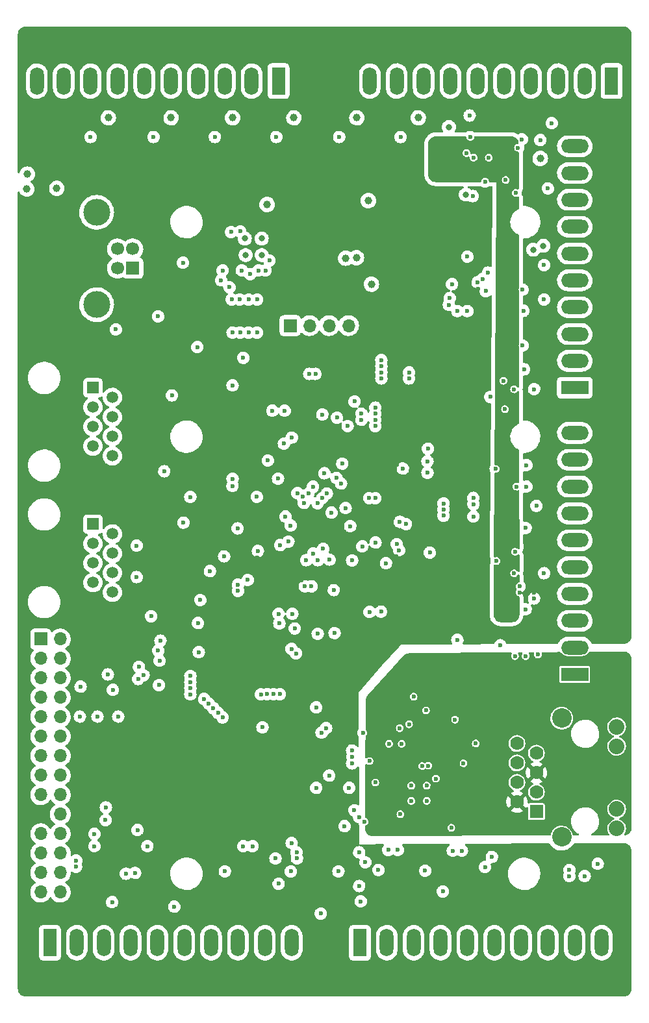
<source format=gbr>
%TF.GenerationSoftware,KiCad,Pcbnew,5.99.0-unknown-b90e72ed07~107~ubuntu18.04.1*%
%TF.CreationDate,2021-02-01T09:40:27+01:00*%
%TF.ProjectId,Uni_Printer,556e695f-5072-4696-9e74-65722e6b6963,rev?*%
%TF.SameCoordinates,PX48009e0PY88da2e0*%
%TF.FileFunction,Copper,L3,Inr*%
%TF.FilePolarity,Positive*%
%FSLAX46Y46*%
G04 Gerber Fmt 4.6, Leading zero omitted, Abs format (unit mm)*
G04 Created by KiCad (PCBNEW 5.99.0-unknown-b90e72ed07~107~ubuntu18.04.1) date 2021-02-01 09:40:27*
%MOMM*%
%LPD*%
G01*
G04 APERTURE LIST*
%TA.AperFunction,ComponentPad*%
%ADD10R,1.800000X3.600000*%
%TD*%
%TA.AperFunction,ComponentPad*%
%ADD11O,1.800000X3.600000*%
%TD*%
%TA.AperFunction,ComponentPad*%
%ADD12R,1.500000X1.500000*%
%TD*%
%TA.AperFunction,ComponentPad*%
%ADD13C,1.500000*%
%TD*%
%TA.AperFunction,ComponentPad*%
%ADD14R,3.600000X1.800000*%
%TD*%
%TA.AperFunction,ComponentPad*%
%ADD15O,3.600000X1.800000*%
%TD*%
%TA.AperFunction,ComponentPad*%
%ADD16R,1.700000X1.700000*%
%TD*%
%TA.AperFunction,ComponentPad*%
%ADD17O,1.700000X1.700000*%
%TD*%
%TA.AperFunction,ComponentPad*%
%ADD18R,1.778000X1.778000*%
%TD*%
%TA.AperFunction,ComponentPad*%
%ADD19C,1.778000*%
%TD*%
%TA.AperFunction,ComponentPad*%
%ADD20C,2.032000*%
%TD*%
%TA.AperFunction,ComponentPad*%
%ADD21C,2.540000*%
%TD*%
%TA.AperFunction,ComponentPad*%
%ADD22C,1.700000*%
%TD*%
%TA.AperFunction,ComponentPad*%
%ADD23C,3.500000*%
%TD*%
%TA.AperFunction,ViaPad*%
%ADD24C,0.600000*%
%TD*%
%TA.AperFunction,ViaPad*%
%ADD25C,1.000000*%
%TD*%
%TA.AperFunction,ViaPad*%
%ADD26C,0.800000*%
%TD*%
G04 APERTURE END LIST*
D10*
X4700000Y7500000D03*
D11*
X8200000Y7500000D03*
X11700000Y7500000D03*
X15200000Y7500000D03*
X18700000Y7500000D03*
X22200000Y7500000D03*
X25700000Y7500000D03*
X29200000Y7500000D03*
X32700000Y7500000D03*
X36200000Y7500000D03*
D12*
X10300000Y79900000D03*
D13*
X12840000Y78630000D03*
X10300000Y77360000D03*
X12840000Y76090000D03*
X10300000Y74820000D03*
X12840000Y73550000D03*
X10300000Y72280000D03*
X12840000Y71010000D03*
D14*
X73100000Y42500000D03*
D15*
X73100000Y46000000D03*
X73100000Y49500000D03*
X73100000Y53000000D03*
X73100000Y56500000D03*
X73100000Y60000000D03*
X73100000Y63500000D03*
X73100000Y67000000D03*
X73100000Y70500000D03*
X73100000Y74000000D03*
D16*
X3500000Y47120000D03*
D17*
X6040000Y47120000D03*
X3500000Y44580000D03*
X6040000Y44580000D03*
X3500000Y42040000D03*
X6040000Y42040000D03*
X3500000Y39500000D03*
X6040000Y39500000D03*
X3500000Y36960000D03*
X6040000Y36960000D03*
X3500000Y34420000D03*
X6040000Y34420000D03*
X3500000Y31880000D03*
X6040000Y31880000D03*
X3500000Y29340000D03*
X6040000Y29340000D03*
X3500000Y26800000D03*
X6040000Y26800000D03*
X3500000Y24260000D03*
X6040000Y24260000D03*
X3500000Y21720000D03*
X6040000Y21720000D03*
X3500000Y19180000D03*
X6040000Y19180000D03*
X3500000Y16640000D03*
X6040000Y16640000D03*
X3500000Y14100000D03*
X6040000Y14100000D03*
D10*
X77900000Y119900000D03*
D11*
X74400000Y119900000D03*
X70900000Y119900000D03*
X67400000Y119900000D03*
X63900000Y119900000D03*
X60400000Y119900000D03*
X56900000Y119900000D03*
X53400000Y119900000D03*
X49900000Y119900000D03*
X46400000Y119900000D03*
D10*
X34500000Y119900000D03*
D11*
X31000000Y119900000D03*
X27500000Y119900000D03*
X24000000Y119900000D03*
X20500000Y119900000D03*
X17000000Y119900000D03*
X13500000Y119900000D03*
X10000000Y119900000D03*
X6500000Y119900000D03*
X3000000Y119900000D03*
D10*
X45100000Y7500000D03*
D11*
X48600000Y7500000D03*
X52100000Y7500000D03*
X55600000Y7500000D03*
X59100000Y7500000D03*
X62600000Y7500000D03*
X66100000Y7500000D03*
X69600000Y7500000D03*
X73100000Y7500000D03*
X76600000Y7500000D03*
D14*
X73100000Y79900000D03*
D15*
X73100000Y83400000D03*
X73100000Y86900000D03*
X73100000Y90400000D03*
X73100000Y93900000D03*
X73100000Y97400000D03*
X73100000Y100900000D03*
X73100000Y104400000D03*
X73100000Y107900000D03*
X73100000Y111400000D03*
D18*
X68100000Y24600000D03*
D19*
X65560000Y25870000D03*
X68100000Y27140000D03*
X65560000Y28410000D03*
X68100000Y29680000D03*
X65560000Y30950000D03*
X68100000Y32220000D03*
X65560000Y33490000D03*
D20*
X78564800Y22395400D03*
X78564800Y24935000D03*
X78564800Y33130000D03*
X78564800Y35669200D03*
D21*
X71400000Y36795000D03*
X71400000Y21295000D03*
D16*
X15500000Y95500000D03*
D22*
X15500000Y98000000D03*
X13500000Y98000000D03*
X13500000Y95500000D03*
D23*
X10790000Y102770000D03*
X10790000Y90730000D03*
D16*
X36000000Y88000000D03*
D17*
X38540000Y88000000D03*
X41080000Y88000000D03*
X43620000Y88000000D03*
D12*
X10300000Y62100000D03*
D13*
X12840000Y60830000D03*
X10300000Y59560000D03*
X12840000Y58290000D03*
X10300000Y57020000D03*
X12840000Y55750000D03*
X10300000Y54480000D03*
X12840000Y53210000D03*
D24*
X54400000Y105600000D03*
X60700000Y47000000D03*
X33800000Y74100000D03*
X36900000Y82600000D03*
D25*
X54600000Y94900000D03*
D24*
X49800000Y57900000D03*
X51400000Y58400000D03*
X51300000Y14600000D03*
X22300000Y52200000D03*
X39650000Y54795581D03*
X11500000Y38600000D03*
X37490280Y54775125D03*
D25*
X51200000Y94900000D03*
D24*
X60400000Y77900000D03*
X15014505Y21391297D03*
X51150000Y70350000D03*
X32400000Y15600000D03*
X59900000Y109900000D03*
X19600000Y63500000D03*
X16800000Y21400000D03*
X53000000Y14600000D03*
X33700000Y15700000D03*
X9300000Y23200000D03*
X60500000Y92800000D03*
X35300000Y52500000D03*
X24000000Y57700000D03*
X46350000Y53500000D03*
X51168750Y71950000D03*
X21500000Y84300000D03*
X31700000Y57700000D03*
X67800000Y53200000D03*
X30400000Y57300000D03*
X17100000Y11500000D03*
X57900000Y92500000D03*
X65900000Y53200000D03*
X18700000Y12900000D03*
X44800000Y54800000D03*
X9200000Y25150000D03*
X22000000Y83500000D03*
X61400000Y14587500D03*
X47850000Y53550000D03*
X18700000Y62300000D03*
D25*
X53000000Y93100000D03*
D24*
X8800000Y38600000D03*
D25*
X53000000Y96700000D03*
D24*
X34200000Y71400000D03*
X59700000Y14500000D03*
X49900000Y69850000D03*
X37074998Y52500000D03*
X17900000Y50100000D03*
X11950000Y23500000D03*
X12900000Y40500000D03*
X36300000Y50400000D03*
X27000000Y93900000D03*
X20900000Y12200000D03*
X55900000Y14200000D03*
X14600000Y16500000D03*
X53800000Y28000000D03*
X36900000Y18500000D03*
D25*
X46200000Y104300000D03*
D24*
X48800000Y19600000D03*
X34600000Y49150000D03*
X53600000Y16900000D03*
X42300000Y16800000D03*
X53968750Y71950000D03*
X31100000Y20100000D03*
X33300000Y96500000D03*
X58600000Y30900000D03*
X23900000Y85200000D03*
X33700000Y76900000D03*
X64000000Y77100000D03*
X51800000Y26000000D03*
X47100000Y76500000D03*
X50040000Y19600000D03*
X28300000Y100200000D03*
X13300000Y87500000D03*
D25*
X52700000Y115100000D03*
D24*
X50700000Y69350000D03*
X51500000Y36000000D03*
X39600000Y47800000D03*
X69100000Y95900000D03*
X56800000Y91600000D03*
X31900000Y95200000D03*
D25*
X28500000Y115100000D03*
D24*
X24100000Y45400000D03*
D25*
X1700000Y105800000D03*
D24*
X29900000Y83800000D03*
X27500000Y16800000D03*
X57000000Y22500000D03*
D26*
X30200000Y97200000D03*
D24*
X19600000Y69000000D03*
X58400000Y19500000D03*
X61400000Y17387500D03*
X39400000Y38200000D03*
X15800000Y16600000D03*
D25*
X1750000Y107750000D03*
D24*
X44080000Y57370000D03*
X62100000Y78700000D03*
X51800000Y28000000D03*
X48900000Y33450000D03*
D25*
X36500000Y115100000D03*
D24*
X47850000Y50700000D03*
X39620000Y57400000D03*
D25*
X12300000Y115100000D03*
D24*
X28500000Y80200000D03*
X47900000Y83500000D03*
X12800000Y12800000D03*
X22100000Y62300000D03*
X22034411Y96200010D03*
X47100000Y28400000D03*
X35200000Y72600000D03*
X63800000Y80800000D03*
X69600000Y105900000D03*
D25*
X43250000Y96800000D03*
D24*
X69100000Y91400000D03*
X47900000Y82700000D03*
X10500000Y21700000D03*
D25*
X5600000Y105900000D03*
D24*
X47100000Y77300000D03*
X40000000Y11300000D03*
X57800000Y47000000D03*
X48500000Y57000000D03*
X59000000Y110500000D03*
D26*
X32300000Y99349998D03*
D24*
X16000000Y59300000D03*
X67800000Y52400000D03*
X60200000Y33500000D03*
X17400000Y20100000D03*
X50550000Y33450000D03*
X34500000Y50400000D03*
X41100000Y29300000D03*
X62800000Y69300000D03*
X53900000Y70300000D03*
X47900000Y81900000D03*
D26*
X30100000Y99349998D03*
D24*
X57200000Y19500000D03*
X18800000Y89200000D03*
X47100000Y74900000D03*
X57500000Y36600000D03*
X52100000Y39600000D03*
D25*
X44700000Y115100000D03*
D24*
X47100000Y75700000D03*
X61900000Y109900000D03*
X41800000Y47900000D03*
X34100000Y18500000D03*
D25*
X44650000Y96850000D03*
D24*
X63400000Y46300000D03*
X54200000Y58400000D03*
D25*
X33000000Y103800000D03*
D24*
X47900000Y81100000D03*
X47500000Y17000000D03*
X43100000Y22700000D03*
X35300000Y76900000D03*
X12000000Y25150000D03*
X10500000Y20100000D03*
X27400000Y57900000D03*
X16100000Y22200000D03*
X29900000Y20100000D03*
X24000000Y49200000D03*
X32800000Y95200000D03*
D26*
X32300000Y97200000D03*
D24*
X62300000Y18700000D03*
X53900000Y68800000D03*
X46350000Y50650000D03*
D25*
X20500000Y115100000D03*
D24*
X20600000Y78900000D03*
X16000000Y55200000D03*
X53800000Y26000000D03*
X60434358Y93650000D03*
X62900000Y57300000D03*
X65900000Y54000003D03*
X28100000Y93000000D03*
X30800000Y94700000D03*
D25*
X46600000Y93400000D03*
D24*
X31800000Y58600000D03*
X68600000Y112200000D03*
D26*
X58900000Y105100000D03*
X56700000Y113900000D03*
X69000000Y98400000D03*
D24*
X30600000Y87100000D03*
X31700000Y87100000D03*
X28500000Y87100000D03*
X28400000Y91400000D03*
X30600000Y91400000D03*
X31700000Y91400000D03*
X29500000Y87100000D03*
D26*
X67700000Y97900000D03*
D24*
X29400000Y91400000D03*
X50300000Y35500000D03*
X40700000Y35500000D03*
X39407114Y27692886D03*
X43700000Y27692886D03*
X36600000Y48500000D03*
X41700000Y53500000D03*
X29500000Y100300000D03*
X41140000Y57480000D03*
X35400000Y63100000D03*
X26000000Y38100000D03*
X56000000Y63200000D03*
X59900000Y63100000D03*
X56000000Y64800000D03*
X59875735Y65524265D03*
X59900000Y64700000D03*
X56000000Y64000000D03*
X26600000Y37500000D03*
X37787851Y64860000D03*
D26*
X64200000Y83700000D03*
D25*
X55000000Y110500000D03*
D26*
X64600000Y59900000D03*
X64600000Y50000000D03*
X60700000Y112200000D03*
D25*
X54900000Y107400000D03*
X55000000Y109000000D03*
D26*
X64900000Y69300000D03*
X64600000Y90200000D03*
X63600000Y97000000D03*
D25*
X55000000Y112000000D03*
D26*
X57800000Y108900000D03*
D24*
X57100000Y93400000D03*
X49900000Y59500000D03*
X56700000Y90700000D03*
X50200000Y58700000D03*
X59500000Y112600000D03*
X50300000Y62400000D03*
X59800000Y104900000D03*
X51100000Y62100000D03*
X33865019Y39932041D03*
X23000000Y41500003D03*
X16900000Y42400000D03*
X42640000Y67400000D03*
X66500000Y82300000D03*
X23000000Y42300006D03*
X43240000Y64200000D03*
X16300000Y43500000D03*
X34664965Y39922604D03*
X18800000Y45600000D03*
X12250000Y42500000D03*
X18900000Y41100000D03*
X32200000Y39900000D03*
X41400000Y63600000D03*
X23000000Y39900000D03*
X45200000Y12900000D03*
X45000000Y14900000D03*
X45800000Y18000000D03*
X42040000Y68140000D03*
X16200000Y41900000D03*
X23000000Y40700000D03*
X33024265Y39924265D03*
X45000000Y19300000D03*
X36200000Y20500000D03*
X25554837Y55973367D03*
X19000000Y44300000D03*
X36850000Y19298437D03*
X19100000Y46900000D03*
X40480000Y68740000D03*
X36100000Y16800000D03*
X34500000Y15200000D03*
X44375735Y24775735D03*
X44074265Y30900000D03*
X45000000Y23899980D03*
X44113494Y31709300D03*
X45700000Y23299980D03*
X44085662Y32585662D03*
X8100000Y17400000D03*
X8124265Y18224265D03*
X68300000Y45100000D03*
X69100000Y55700000D03*
X66700000Y44900000D03*
X65300000Y44900000D03*
X65300000Y58500000D03*
X65200000Y55700000D03*
X66800000Y67000000D03*
X65500000Y67000000D03*
X65200000Y79700000D03*
X68100000Y64500000D03*
X65700000Y111200000D03*
X39020000Y58280000D03*
X37914579Y54000000D03*
X29200000Y54200000D03*
X48700000Y28400000D03*
X57800000Y44200000D03*
X55400000Y23800000D03*
X60300000Y23100000D03*
X61200000Y26400000D03*
X54500000Y29800000D03*
X63000000Y33500000D03*
X46450000Y33600000D03*
X60700000Y44200000D03*
X50000000Y27200000D03*
X46450000Y32000000D03*
X62300000Y21800000D03*
X54800000Y25000000D03*
X61100000Y31300000D03*
X60200000Y28000000D03*
X55800000Y30300000D03*
X51100000Y38900000D03*
X38790000Y54000000D03*
X29200000Y53400000D03*
X40310000Y58890000D03*
X39587851Y64830000D03*
X67800000Y79700000D03*
X59100000Y89900000D03*
X30475735Y54824265D03*
X34715735Y59364265D03*
X40190000Y65500000D03*
X40790000Y66110000D03*
X59100000Y97000000D03*
X66700000Y61600000D03*
X66800000Y69800000D03*
X66300000Y85400000D03*
X25400000Y38700000D03*
X37620000Y65660000D03*
X24800000Y39300000D03*
X36940000Y66150000D03*
X43840001Y61840001D03*
X28490000Y67080000D03*
X66300000Y92700000D03*
X61800000Y94900000D03*
X61100000Y94100000D03*
X23000000Y65650000D03*
X31659265Y65669265D03*
X59400000Y115400000D03*
X66200000Y112300000D03*
X70100000Y114400000D03*
X53700000Y37800000D03*
X55000000Y28900000D03*
X29700000Y95200000D03*
X27200000Y95200000D03*
X66400000Y89924990D03*
X61500000Y92500000D03*
X57800000Y89900000D03*
X61400000Y106800000D03*
X46350000Y31200000D03*
X50375735Y24275735D03*
X45550000Y34900000D03*
X40100000Y34900000D03*
D25*
X68600000Y109800000D03*
D24*
X72400000Y17000000D03*
X53199265Y30550735D03*
X72400000Y16200000D03*
X54000000Y30600000D03*
X74400000Y16200000D03*
X76100000Y17800000D03*
X65400000Y105300000D03*
X64100000Y107000000D03*
X40200000Y76400000D03*
X34430000Y68030000D03*
X50400000Y112600000D03*
X51500000Y81900000D03*
X34200000Y112600000D03*
X43500000Y74900000D03*
X18200000Y112600000D03*
X45300000Y76500000D03*
X42100000Y76000000D03*
X46300000Y65500000D03*
X51500000Y81100000D03*
X42400000Y112600000D03*
X26200000Y112600000D03*
X45300000Y75700000D03*
X44400000Y78100000D03*
X10000000Y112600000D03*
X47100000Y65500000D03*
X29150000Y61550000D03*
X24290000Y52200000D03*
X33100000Y70400000D03*
X38500000Y81700000D03*
X36224989Y73400000D03*
X39300000Y81700000D03*
X47140000Y59700000D03*
X36771014Y45240000D03*
X36180000Y45840000D03*
X45400000Y59200000D03*
X36075735Y61924265D03*
X27200000Y36900000D03*
X32400000Y35600000D03*
X38097571Y57400000D03*
X8700000Y40900000D03*
X35775468Y59824532D03*
X38387851Y66100000D03*
X13600000Y37000000D03*
X38987851Y66985421D03*
X10900000Y37000000D03*
X8600000Y37000000D03*
X66700000Y51000000D03*
X42800000Y70000000D03*
X28500973Y68018811D03*
%TA.AperFunction,Conductor*%
G36*
X58939794Y112679998D02*
G01*
X58986287Y112626342D01*
X58996609Y112590337D01*
X59013121Y112464061D01*
X59070845Y112332874D01*
X59163068Y112223162D01*
X59170539Y112218189D01*
X59170540Y112218188D01*
X59251854Y112164061D01*
X59282377Y112143743D01*
X59419180Y112101003D01*
X59428152Y112100839D01*
X59428155Y112100838D01*
X59493374Y112099643D01*
X59562481Y112098376D01*
X59619043Y112113797D01*
X59692099Y112133714D01*
X59692101Y112133715D01*
X59700758Y112136075D01*
X59822897Y112211069D01*
X59833843Y112223162D01*
X59913050Y112310668D01*
X59913051Y112310669D01*
X59919078Y112317328D01*
X59981570Y112446311D01*
X60005349Y112587650D01*
X60005677Y112587595D01*
X60030768Y112651321D01*
X60088364Y112692833D01*
X60130254Y112700000D01*
X64795387Y112700000D01*
X64807724Y112699395D01*
X64855750Y112694670D01*
X64984140Y112682037D01*
X65008338Y112677229D01*
X65172037Y112627623D01*
X65194828Y112618193D01*
X65326995Y112547632D01*
X65345715Y112537638D01*
X65366240Y112523942D01*
X65470827Y112438231D01*
X65498538Y112415521D01*
X65516000Y112398086D01*
X65624623Y112265968D01*
X65638353Y112245464D01*
X65717090Y112098541D01*
X65719148Y112094700D01*
X65728614Y112071924D01*
X65778479Y111908297D01*
X65783324Y111884111D01*
X65787817Y111839171D01*
X65774691Y111769398D01*
X65725927Y111717798D01*
X65661673Y111700638D01*
X65631396Y111700823D01*
X65622765Y111698356D01*
X65622763Y111698356D01*
X65502223Y111663906D01*
X65502220Y111663905D01*
X65493589Y111661438D01*
X65372375Y111584958D01*
X65277499Y111477531D01*
X65216588Y111347794D01*
X65215207Y111338926D01*
X65215207Y111338925D01*
X65195919Y111215049D01*
X65195919Y111215045D01*
X65194538Y111206176D01*
X65213121Y111064061D01*
X65270845Y110932874D01*
X65363068Y110823162D01*
X65370539Y110818189D01*
X65370540Y110818188D01*
X65474903Y110748718D01*
X65482377Y110743743D01*
X65619180Y110701003D01*
X65628152Y110700839D01*
X65628155Y110700838D01*
X65679663Y110699894D01*
X65747406Y110678646D01*
X65792907Y110624147D01*
X65803353Y110574114D01*
X65804617Y109772966D01*
X65810445Y106077850D01*
X65810785Y105862076D01*
X65790891Y105793926D01*
X65737309Y105747348D01*
X65667051Y105737133D01*
X65628355Y105751616D01*
X65627716Y105750234D01*
X65619563Y105754001D01*
X65612033Y105758882D01*
X65603436Y105761453D01*
X65603434Y105761454D01*
X65494854Y105793926D01*
X65474718Y105799948D01*
X65465742Y105800003D01*
X65465741Y105800003D01*
X65404027Y105800380D01*
X65331396Y105800823D01*
X65322765Y105798356D01*
X65322763Y105798356D01*
X65202223Y105763906D01*
X65202220Y105763905D01*
X65193589Y105761438D01*
X65072375Y105684958D01*
X64977499Y105577531D01*
X64916588Y105447794D01*
X64915207Y105438926D01*
X64915207Y105438925D01*
X64895919Y105315049D01*
X64895919Y105315045D01*
X64894538Y105306176D01*
X64895702Y105297274D01*
X64895702Y105297271D01*
X64903830Y105235118D01*
X64913121Y105164061D01*
X64970845Y105032874D01*
X65063068Y104923162D01*
X65070539Y104918189D01*
X65070540Y104918188D01*
X65147632Y104866871D01*
X65182377Y104843743D01*
X65319180Y104801003D01*
X65328152Y104800839D01*
X65328155Y104800838D01*
X65393374Y104799643D01*
X65462481Y104798376D01*
X65519043Y104813797D01*
X65592099Y104833714D01*
X65592101Y104833715D01*
X65600758Y104836075D01*
X65608887Y104841066D01*
X65620627Y104848274D01*
X65689144Y104866871D01*
X65756840Y104845473D01*
X65802220Y104790873D01*
X65812553Y104741100D01*
X65814909Y103247678D01*
X65795015Y103179529D01*
X65741661Y103133057D01*
X65706077Y103116652D01*
X65628926Y103081086D01*
X65628918Y103081082D01*
X65624676Y103079126D01*
X65620767Y103076563D01*
X65404794Y102934965D01*
X65404789Y102934961D01*
X65400881Y102932399D01*
X65201232Y102754206D01*
X65030114Y102548459D01*
X64891288Y102319680D01*
X64889479Y102315366D01*
X64889478Y102315364D01*
X64873512Y102277288D01*
X64787802Y102072894D01*
X64721930Y101813522D01*
X64695119Y101547262D01*
X64707958Y101279965D01*
X64760165Y101017501D01*
X64850594Y100765637D01*
X64977257Y100529906D01*
X65137372Y100315485D01*
X65140679Y100312207D01*
X65140684Y100312201D01*
X65241536Y100212226D01*
X65327422Y100127087D01*
X65543231Y99968849D01*
X65547374Y99966669D01*
X65547376Y99966668D01*
X65753097Y99858433D01*
X65804070Y99809014D01*
X65820430Y99747124D01*
X65831219Y92907262D01*
X65821798Y92864879D01*
X65823027Y92864503D01*
X65820403Y92855919D01*
X65816588Y92847794D01*
X65815207Y92838924D01*
X65795919Y92715049D01*
X65795919Y92715045D01*
X65794538Y92706176D01*
X65813121Y92564061D01*
X65821199Y92545704D01*
X65831869Y92495159D01*
X65842694Y85631702D01*
X65830749Y85577956D01*
X65820402Y85555919D01*
X65820401Y85555915D01*
X65816588Y85547794D01*
X65815208Y85538932D01*
X65815207Y85538928D01*
X65795919Y85415049D01*
X65795919Y85415045D01*
X65794538Y85406176D01*
X65813121Y85264061D01*
X65832755Y85219440D01*
X65843424Y85168899D01*
X65850724Y80541092D01*
X65851501Y80048247D01*
X65831606Y79980095D01*
X65778024Y79933517D01*
X65707766Y79923302D01*
X65643139Y79952694D01*
X65626008Y79972477D01*
X65625860Y79972349D01*
X65538164Y80074124D01*
X65532303Y80080926D01*
X65412033Y80158882D01*
X65403436Y80161453D01*
X65403434Y80161454D01*
X65319696Y80186497D01*
X65274718Y80199948D01*
X65265742Y80200003D01*
X65265741Y80200003D01*
X65204027Y80200380D01*
X65131396Y80200823D01*
X65122765Y80198356D01*
X65122763Y80198356D01*
X65002223Y80163906D01*
X65002220Y80163905D01*
X64993589Y80161438D01*
X64872375Y80084958D01*
X64777499Y79977531D01*
X64716588Y79847794D01*
X64715207Y79838926D01*
X64715207Y79838925D01*
X64695919Y79715049D01*
X64695919Y79715045D01*
X64694538Y79706176D01*
X64713121Y79564061D01*
X64770845Y79432874D01*
X64863068Y79323162D01*
X64870539Y79318189D01*
X64870540Y79318188D01*
X64974903Y79248718D01*
X64982377Y79243743D01*
X65119180Y79201003D01*
X65128152Y79200839D01*
X65128155Y79200838D01*
X65193374Y79199643D01*
X65262481Y79198376D01*
X65319043Y79213797D01*
X65392099Y79233714D01*
X65392101Y79233715D01*
X65400758Y79236075D01*
X65522897Y79311069D01*
X65540062Y79330032D01*
X65613054Y79410673D01*
X65619078Y79417328D01*
X65622539Y79424472D01*
X65676811Y79469429D01*
X65747292Y79477971D01*
X65811202Y79447051D01*
X65848250Y79386487D01*
X65852596Y79353881D01*
X65859041Y75268026D01*
X65839146Y75199874D01*
X65785793Y75153402D01*
X65624676Y75079126D01*
X65620767Y75076563D01*
X65404794Y74934965D01*
X65404789Y74934961D01*
X65400881Y74932399D01*
X65201232Y74754206D01*
X65030114Y74548459D01*
X64891288Y74319680D01*
X64889479Y74315366D01*
X64889478Y74315364D01*
X64873512Y74277288D01*
X64787802Y74072894D01*
X64721930Y73813522D01*
X64695119Y73547262D01*
X64707958Y73279965D01*
X64760165Y73017501D01*
X64850594Y72765637D01*
X64977257Y72529906D01*
X65137372Y72315485D01*
X65140679Y72312207D01*
X65140684Y72312201D01*
X65241536Y72212226D01*
X65327422Y72127087D01*
X65331188Y72124325D01*
X65331190Y72124324D01*
X65367373Y72097794D01*
X65543231Y71968849D01*
X65547374Y71966669D01*
X65547376Y71966668D01*
X65775909Y71846431D01*
X65775914Y71846429D01*
X65780059Y71844248D01*
X65784482Y71842703D01*
X65788763Y71840842D01*
X65787859Y71838763D01*
X65838035Y71802678D01*
X65864113Y71736644D01*
X65864628Y71725465D01*
X65869245Y68798541D01*
X65871166Y67580686D01*
X65851271Y67512534D01*
X65797689Y67465956D01*
X65727431Y67455741D01*
X65709064Y67459770D01*
X65666037Y67472638D01*
X65574718Y67499948D01*
X65565742Y67500003D01*
X65565741Y67500003D01*
X65504027Y67500380D01*
X65431396Y67500823D01*
X65422765Y67498356D01*
X65422763Y67498356D01*
X65302223Y67463906D01*
X65302220Y67463905D01*
X65293589Y67461438D01*
X65172375Y67384958D01*
X65077499Y67277531D01*
X65016588Y67147794D01*
X65015207Y67138926D01*
X65015207Y67138925D01*
X64995919Y67015049D01*
X64995919Y67015045D01*
X64994538Y67006176D01*
X65013121Y66864061D01*
X65070845Y66732874D01*
X65163068Y66623162D01*
X65282377Y66543743D01*
X65419180Y66501003D01*
X65428152Y66500839D01*
X65428155Y66500838D01*
X65493374Y66499643D01*
X65562481Y66498376D01*
X65700758Y66536075D01*
X65701189Y66536339D01*
X65767418Y66544513D01*
X65831396Y66513734D01*
X65868578Y66453252D01*
X65872996Y66420378D01*
X65884705Y58997375D01*
X65884815Y58927328D01*
X65864920Y58859176D01*
X65811338Y58812598D01*
X65741080Y58802383D01*
X65676453Y58831775D01*
X65663363Y58844880D01*
X65638165Y58874123D01*
X65632303Y58880926D01*
X65512033Y58958882D01*
X65503436Y58961453D01*
X65503434Y58961454D01*
X65419696Y58986497D01*
X65374718Y58999948D01*
X65365742Y59000003D01*
X65365741Y59000003D01*
X65304027Y59000380D01*
X65231396Y59000823D01*
X65222765Y58998356D01*
X65222763Y58998356D01*
X65102223Y58963906D01*
X65102220Y58963905D01*
X65093589Y58961438D01*
X64972375Y58884958D01*
X64877499Y58777531D01*
X64816588Y58647794D01*
X64815207Y58638926D01*
X64815207Y58638925D01*
X64795919Y58515049D01*
X64795919Y58515045D01*
X64794538Y58506176D01*
X64813121Y58364061D01*
X64870845Y58232874D01*
X64963068Y58123162D01*
X64970539Y58118189D01*
X64970540Y58118188D01*
X65012614Y58090181D01*
X65082377Y58043743D01*
X65219180Y58001003D01*
X65228152Y58000839D01*
X65228155Y58000838D01*
X65293374Y57999643D01*
X65362481Y57998376D01*
X65419043Y58013797D01*
X65492099Y58033714D01*
X65492101Y58033715D01*
X65500758Y58036075D01*
X65622897Y58111069D01*
X65666745Y58159512D01*
X65727288Y58196592D01*
X65798268Y58195054D01*
X65857148Y58155386D01*
X65885236Y58090181D01*
X65886159Y58075156D01*
X65886597Y57797375D01*
X65889472Y55974308D01*
X65869577Y55906155D01*
X65815995Y55859578D01*
X65745737Y55849363D01*
X65681110Y55878755D01*
X65648771Y55921959D01*
X65629578Y55964173D01*
X65629576Y55964176D01*
X65625860Y55972349D01*
X65532303Y56080926D01*
X65412033Y56158882D01*
X65403436Y56161453D01*
X65403434Y56161454D01*
X65319696Y56186497D01*
X65274718Y56199948D01*
X65265742Y56200003D01*
X65265741Y56200003D01*
X65204027Y56200380D01*
X65131396Y56200823D01*
X65122765Y56198356D01*
X65122763Y56198356D01*
X65002223Y56163906D01*
X65002220Y56163905D01*
X64993589Y56161438D01*
X64872375Y56084958D01*
X64777499Y55977531D01*
X64751408Y55921959D01*
X64722121Y55859578D01*
X64716588Y55847794D01*
X64715207Y55838926D01*
X64715207Y55838925D01*
X64695919Y55715049D01*
X64695919Y55715045D01*
X64694538Y55706176D01*
X64713121Y55564061D01*
X64770845Y55432874D01*
X64863068Y55323162D01*
X64870539Y55318189D01*
X64870540Y55318188D01*
X64974903Y55248718D01*
X64982377Y55243743D01*
X65119180Y55201003D01*
X65128152Y55200839D01*
X65128155Y55200838D01*
X65193374Y55199643D01*
X65262481Y55198376D01*
X65319043Y55213797D01*
X65392099Y55233714D01*
X65392101Y55233715D01*
X65400758Y55236075D01*
X65522897Y55311069D01*
X65533843Y55323162D01*
X65613050Y55410668D01*
X65613051Y55410669D01*
X65619078Y55417328D01*
X65650943Y55483098D01*
X65698643Y55535677D01*
X65767201Y55554123D01*
X65834849Y55532576D01*
X65880108Y55477876D01*
X65890333Y55428355D01*
X65891619Y54613271D01*
X65871724Y54545119D01*
X65818142Y54498541D01*
X65800244Y54491923D01*
X65707441Y54465400D01*
X65693589Y54461441D01*
X65572375Y54384961D01*
X65477499Y54277534D01*
X65416588Y54147797D01*
X65415207Y54138929D01*
X65415207Y54138928D01*
X65395919Y54015052D01*
X65395919Y54015048D01*
X65394538Y54006179D01*
X65413121Y53864064D01*
X65470845Y53732877D01*
X65476621Y53726006D01*
X65514202Y53681298D01*
X65542723Y53616282D01*
X65531567Y53546168D01*
X65512193Y53516815D01*
X65477499Y53477531D01*
X65416588Y53347794D01*
X65415207Y53338926D01*
X65415207Y53338925D01*
X65395919Y53215049D01*
X65395919Y53215045D01*
X65394538Y53206176D01*
X65413121Y53064061D01*
X65470845Y52932874D01*
X65563068Y52823162D01*
X65682377Y52743743D01*
X65690947Y52741066D01*
X65690946Y52741066D01*
X65806393Y52704998D01*
X65865449Y52665592D01*
X65893827Y52600513D01*
X65894819Y52584930D01*
X65898410Y50307768D01*
X65897821Y50295404D01*
X65880674Y50118627D01*
X65875884Y50094370D01*
X65826344Y49930303D01*
X65816909Y49907450D01*
X65736283Y49756215D01*
X65722568Y49735643D01*
X65613957Y49603059D01*
X65596486Y49585562D01*
X65464080Y49476747D01*
X65443531Y49462998D01*
X65292421Y49382132D01*
X65269581Y49372661D01*
X65105590Y49322862D01*
X65081341Y49318034D01*
X64904588Y49300608D01*
X64892226Y49300000D01*
X63513212Y49300000D01*
X63500807Y49300612D01*
X63467357Y49303921D01*
X63323449Y49318158D01*
X63299121Y49323020D01*
X63134629Y49373154D01*
X63111726Y49382687D01*
X62960230Y49464087D01*
X62939637Y49477925D01*
X62809293Y49585562D01*
X62807036Y49587426D01*
X62789560Y49605024D01*
X62680981Y49738391D01*
X62667288Y49759079D01*
X62586951Y49911125D01*
X62577576Y49934095D01*
X62529947Y50094370D01*
X62528586Y50098949D01*
X62523895Y50123310D01*
X62523025Y50132774D01*
X62507586Y50300779D01*
X62507060Y50313182D01*
X62527159Y53197271D01*
X62551666Y56714088D01*
X62572142Y56782068D01*
X62626121Y56828186D01*
X62696463Y56837800D01*
X62715236Y56833477D01*
X62819180Y56801003D01*
X62828152Y56800839D01*
X62828155Y56800838D01*
X62893374Y56799643D01*
X62962481Y56798376D01*
X63071822Y56828186D01*
X63092099Y56833714D01*
X63092101Y56833715D01*
X63100758Y56836075D01*
X63222897Y56911069D01*
X63319078Y57017328D01*
X63381570Y57146311D01*
X63405349Y57287650D01*
X63405500Y57300000D01*
X63385182Y57441877D01*
X63325860Y57572349D01*
X63232303Y57680926D01*
X63112033Y57758882D01*
X63103436Y57761453D01*
X63103434Y57761454D01*
X63019696Y57786497D01*
X62974718Y57799948D01*
X62965742Y57800003D01*
X62965741Y57800003D01*
X62904027Y57800380D01*
X62831396Y57800823D01*
X62720489Y57769126D01*
X62649496Y57769638D01*
X62590048Y57808452D01*
X62561022Y57873244D01*
X62559869Y57891153D01*
X62635018Y68675093D01*
X62655494Y68743073D01*
X62709473Y68789191D01*
X62763324Y68800194D01*
X62862481Y68798376D01*
X62919043Y68813797D01*
X62992099Y68833714D01*
X62992101Y68833715D01*
X63000758Y68836075D01*
X63122897Y68911069D01*
X63219078Y69017328D01*
X63281570Y69146311D01*
X63305349Y69287650D01*
X63305500Y69300000D01*
X63285182Y69441877D01*
X63225860Y69572349D01*
X63132303Y69680926D01*
X63012033Y69758882D01*
X63003436Y69761453D01*
X63003434Y69761454D01*
X62919696Y69786497D01*
X62874718Y69799948D01*
X62865741Y69800003D01*
X62865740Y69800003D01*
X62768972Y69800594D01*
X62700975Y69821012D01*
X62654811Y69874951D01*
X62643745Y69927470D01*
X62656353Y71736644D01*
X62693771Y77106176D01*
X63494538Y77106176D01*
X63495702Y77097274D01*
X63495702Y77097271D01*
X63496960Y77087650D01*
X63513121Y76964061D01*
X63570845Y76832874D01*
X63663068Y76723162D01*
X63670539Y76718189D01*
X63670540Y76718188D01*
X63774903Y76648718D01*
X63782377Y76643743D01*
X63919180Y76601003D01*
X63928152Y76600839D01*
X63928155Y76600838D01*
X63993374Y76599643D01*
X64062481Y76598376D01*
X64119043Y76613797D01*
X64192099Y76633714D01*
X64192101Y76633715D01*
X64200758Y76636075D01*
X64322897Y76711069D01*
X64333843Y76723162D01*
X64413050Y76810668D01*
X64413051Y76810669D01*
X64419078Y76817328D01*
X64481570Y76946311D01*
X64505349Y77087650D01*
X64505500Y77100000D01*
X64485182Y77241877D01*
X64425860Y77372349D01*
X64332303Y77480926D01*
X64212033Y77558882D01*
X64203436Y77561453D01*
X64203434Y77561454D01*
X64119696Y77586497D01*
X64074718Y77599948D01*
X64065742Y77600003D01*
X64065741Y77600003D01*
X64004027Y77600380D01*
X63931396Y77600823D01*
X63922765Y77598356D01*
X63922763Y77598356D01*
X63802223Y77563906D01*
X63802220Y77563905D01*
X63793589Y77561438D01*
X63672375Y77484958D01*
X63577499Y77377531D01*
X63516588Y77247794D01*
X63515207Y77238926D01*
X63515207Y77238925D01*
X63495919Y77115049D01*
X63495919Y77115045D01*
X63494538Y77106176D01*
X62693771Y77106176D01*
X62719555Y80806176D01*
X63294538Y80806176D01*
X63295702Y80797274D01*
X63295702Y80797271D01*
X63296960Y80787650D01*
X63313121Y80664061D01*
X63370845Y80532874D01*
X63463068Y80423162D01*
X63470539Y80418189D01*
X63470540Y80418188D01*
X63574903Y80348718D01*
X63582377Y80343743D01*
X63719180Y80301003D01*
X63728152Y80300839D01*
X63728155Y80300838D01*
X63793374Y80299643D01*
X63862481Y80298376D01*
X63919043Y80313797D01*
X63992099Y80333714D01*
X63992101Y80333715D01*
X64000758Y80336075D01*
X64122897Y80411069D01*
X64133843Y80423162D01*
X64213050Y80510668D01*
X64213051Y80510669D01*
X64219078Y80517328D01*
X64281570Y80646311D01*
X64305349Y80787650D01*
X64305500Y80800000D01*
X64285182Y80941877D01*
X64225860Y81072349D01*
X64132303Y81180926D01*
X64012033Y81258882D01*
X64003436Y81261453D01*
X64003434Y81261454D01*
X63919696Y81286497D01*
X63874718Y81299948D01*
X63865742Y81300003D01*
X63865741Y81300003D01*
X63804027Y81300380D01*
X63731396Y81300823D01*
X63722765Y81298356D01*
X63722763Y81298356D01*
X63602223Y81263906D01*
X63602220Y81263905D01*
X63593589Y81261438D01*
X63472375Y81184958D01*
X63377499Y81077531D01*
X63316588Y80947794D01*
X63315207Y80938926D01*
X63315207Y80938925D01*
X63295919Y80815049D01*
X63295919Y80815045D01*
X63294538Y80806176D01*
X62719555Y80806176D01*
X62892983Y105693032D01*
X62892983Y105693034D01*
X62900000Y106700000D01*
X61987520Y106700000D01*
X61952317Y106714233D01*
X61911333Y106772205D01*
X61905766Y106800038D01*
X61905500Y106800000D01*
X61886455Y106932991D01*
X61886454Y106932994D01*
X61885182Y106941877D01*
X61855947Y107006176D01*
X63594538Y107006176D01*
X63595702Y106997274D01*
X63595702Y106997271D01*
X63602172Y106947794D01*
X63613121Y106864061D01*
X63670845Y106732874D01*
X63763068Y106623162D01*
X63770539Y106618189D01*
X63770540Y106618188D01*
X63874903Y106548718D01*
X63882377Y106543743D01*
X64019180Y106501003D01*
X64028152Y106500839D01*
X64028155Y106500838D01*
X64093374Y106499643D01*
X64162481Y106498376D01*
X64219043Y106513797D01*
X64292099Y106533714D01*
X64292101Y106533715D01*
X64300758Y106536075D01*
X64422897Y106611069D01*
X64433843Y106623162D01*
X64513050Y106710668D01*
X64513051Y106710669D01*
X64519078Y106717328D01*
X64545818Y106772518D01*
X64577655Y106838231D01*
X64581570Y106846311D01*
X64605349Y106987650D01*
X64605500Y107000000D01*
X64594165Y107079151D01*
X64586455Y107132991D01*
X64586454Y107132994D01*
X64585182Y107141877D01*
X64525860Y107272349D01*
X64432303Y107380926D01*
X64312033Y107458882D01*
X64303436Y107461453D01*
X64303434Y107461454D01*
X64219696Y107486497D01*
X64174718Y107499948D01*
X64165742Y107500003D01*
X64165741Y107500003D01*
X64104027Y107500380D01*
X64031396Y107500823D01*
X64022765Y107498356D01*
X64022763Y107498356D01*
X63902223Y107463906D01*
X63902220Y107463905D01*
X63893589Y107461438D01*
X63772375Y107384958D01*
X63677499Y107277531D01*
X63616588Y107147794D01*
X63615207Y107138926D01*
X63615207Y107138925D01*
X63595919Y107015049D01*
X63595919Y107015045D01*
X63594538Y107006176D01*
X61855947Y107006176D01*
X61825860Y107072349D01*
X61732303Y107180926D01*
X61612033Y107258882D01*
X61603436Y107261453D01*
X61603434Y107261454D01*
X61519696Y107286497D01*
X61474718Y107299948D01*
X61465742Y107300003D01*
X61465741Y107300003D01*
X61404027Y107300380D01*
X61331396Y107300823D01*
X61322765Y107298356D01*
X61322763Y107298356D01*
X61202223Y107263906D01*
X61202220Y107263905D01*
X61193589Y107261438D01*
X61072375Y107184958D01*
X60977499Y107077531D01*
X60948164Y107015049D01*
X60941099Y107000000D01*
X60916588Y106947794D01*
X60915207Y106938926D01*
X60915207Y106938925D01*
X60894606Y106806615D01*
X60864362Y106742383D01*
X60804192Y106704698D01*
X60770106Y106700000D01*
X55006187Y106700000D01*
X54993837Y106700607D01*
X54817260Y106717999D01*
X54793043Y106722815D01*
X54629190Y106772518D01*
X54606371Y106781971D01*
X54501115Y106838231D01*
X54455369Y106862683D01*
X54434842Y106876399D01*
X54302479Y106985026D01*
X54285026Y107002479D01*
X54176399Y107134842D01*
X54162681Y107155372D01*
X54150464Y107178230D01*
X54104525Y107264175D01*
X54081971Y107306371D01*
X54072518Y107329191D01*
X54055343Y107385810D01*
X54022815Y107493043D01*
X54017998Y107517263D01*
X54000607Y107693837D01*
X54000000Y107706187D01*
X54000000Y110506176D01*
X58494538Y110506176D01*
X58495702Y110497274D01*
X58495702Y110497271D01*
X58496960Y110487650D01*
X58513121Y110364061D01*
X58570845Y110232874D01*
X58663068Y110123162D01*
X58782377Y110043743D01*
X58919180Y110001003D01*
X58928152Y110000839D01*
X58928155Y110000838D01*
X58993374Y109999643D01*
X59062481Y109998376D01*
X59119043Y110013797D01*
X59192099Y110033714D01*
X59192101Y110033715D01*
X59200758Y110036075D01*
X59208405Y110040770D01*
X59216647Y110044337D01*
X59217613Y110042105D01*
X59273523Y110057280D01*
X59341218Y110035882D01*
X59386598Y109981282D01*
X59393887Y109924049D01*
X59396029Y109924023D01*
X59395919Y109915047D01*
X59394538Y109906176D01*
X59395702Y109897274D01*
X59395702Y109897271D01*
X59396960Y109887650D01*
X59413121Y109764061D01*
X59470845Y109632874D01*
X59563068Y109523162D01*
X59570539Y109518189D01*
X59570540Y109518188D01*
X59674903Y109448718D01*
X59682377Y109443743D01*
X59819180Y109401003D01*
X59828152Y109400839D01*
X59828155Y109400838D01*
X59893374Y109399643D01*
X59962481Y109398376D01*
X60019043Y109413797D01*
X60092099Y109433714D01*
X60092101Y109433715D01*
X60100758Y109436075D01*
X60222897Y109511069D01*
X60233843Y109523162D01*
X60313050Y109610668D01*
X60313051Y109610669D01*
X60319078Y109617328D01*
X60381570Y109746311D01*
X60405349Y109887650D01*
X60405500Y109900000D01*
X60404616Y109906176D01*
X61394538Y109906176D01*
X61395702Y109897274D01*
X61395702Y109897271D01*
X61396960Y109887650D01*
X61413121Y109764061D01*
X61470845Y109632874D01*
X61563068Y109523162D01*
X61570539Y109518189D01*
X61570540Y109518188D01*
X61674903Y109448718D01*
X61682377Y109443743D01*
X61819180Y109401003D01*
X61828152Y109400839D01*
X61828155Y109400838D01*
X61893374Y109399643D01*
X61962481Y109398376D01*
X62019043Y109413797D01*
X62092099Y109433714D01*
X62092101Y109433715D01*
X62100758Y109436075D01*
X62222897Y109511069D01*
X62233843Y109523162D01*
X62313050Y109610668D01*
X62313051Y109610669D01*
X62319078Y109617328D01*
X62381570Y109746311D01*
X62405349Y109887650D01*
X62405500Y109900000D01*
X62391388Y109998541D01*
X62386455Y110032991D01*
X62386454Y110032994D01*
X62385182Y110041877D01*
X62325860Y110172349D01*
X62232303Y110280926D01*
X62112033Y110358882D01*
X62103436Y110361453D01*
X62103434Y110361454D01*
X62019696Y110386497D01*
X61974718Y110399948D01*
X61965742Y110400003D01*
X61965741Y110400003D01*
X61904027Y110400380D01*
X61831396Y110400823D01*
X61822765Y110398356D01*
X61822763Y110398356D01*
X61702223Y110363906D01*
X61702220Y110363905D01*
X61693589Y110361438D01*
X61572375Y110284958D01*
X61477499Y110177531D01*
X61416588Y110047794D01*
X61415207Y110038926D01*
X61415207Y110038925D01*
X61395919Y109915049D01*
X61395919Y109915045D01*
X61394538Y109906176D01*
X60404616Y109906176D01*
X60391388Y109998541D01*
X60386455Y110032991D01*
X60386454Y110032994D01*
X60385182Y110041877D01*
X60325860Y110172349D01*
X60232303Y110280926D01*
X60112033Y110358882D01*
X60103436Y110361453D01*
X60103434Y110361454D01*
X60019696Y110386497D01*
X59974718Y110399948D01*
X59965742Y110400003D01*
X59965741Y110400003D01*
X59904027Y110400380D01*
X59831396Y110400823D01*
X59822765Y110398356D01*
X59822763Y110398356D01*
X59702220Y110363905D01*
X59702218Y110363904D01*
X59693589Y110361438D01*
X59685997Y110356648D01*
X59681305Y110354549D01*
X59610955Y110344992D01*
X59546605Y110374986D01*
X59508687Y110435009D01*
X59504360Y110480823D01*
X59504542Y110482854D01*
X59505349Y110487650D01*
X59505500Y110500000D01*
X59485182Y110641877D01*
X59425860Y110772349D01*
X59332303Y110880926D01*
X59212033Y110958882D01*
X59203436Y110961453D01*
X59203434Y110961454D01*
X59119696Y110986497D01*
X59074718Y110999948D01*
X59065742Y111000003D01*
X59065741Y111000003D01*
X59004027Y111000380D01*
X58931396Y111000823D01*
X58922765Y110998356D01*
X58922763Y110998356D01*
X58802223Y110963906D01*
X58802220Y110963905D01*
X58793589Y110961438D01*
X58672375Y110884958D01*
X58577499Y110777531D01*
X58516588Y110647794D01*
X58515207Y110638926D01*
X58515207Y110638925D01*
X58495919Y110515049D01*
X58495919Y110515045D01*
X58494538Y110506176D01*
X54000000Y110506176D01*
X54000000Y111693813D01*
X54000607Y111706163D01*
X54017998Y111882737D01*
X54022815Y111906957D01*
X54072518Y112070810D01*
X54081971Y112093629D01*
X54113393Y112152417D01*
X54162683Y112244631D01*
X54176399Y112265158D01*
X54285026Y112397521D01*
X54302479Y112414974D01*
X54434842Y112523601D01*
X54455369Y112537317D01*
X54606371Y112618029D01*
X54629191Y112627482D01*
X54793043Y112677185D01*
X54817260Y112682001D01*
X54993837Y112699393D01*
X55006187Y112700000D01*
X58871673Y112700000D01*
X58939794Y112679998D01*
G37*
%TD.AperFunction*%
%TA.AperFunction,Conductor*%
G36*
X79497700Y45490879D02*
G01*
X79675375Y45474806D01*
X79699766Y45470142D01*
X79864827Y45421312D01*
X79887832Y45411955D01*
X79971390Y45367917D01*
X80040116Y45331696D01*
X80060835Y45318010D01*
X80194413Y45209449D01*
X80212048Y45191964D01*
X80321748Y45059302D01*
X80335610Y45038697D01*
X80417153Y44887108D01*
X80426705Y44864186D01*
X80476936Y44699542D01*
X80481807Y44675191D01*
X80499387Y44497665D01*
X80500000Y44485248D01*
X80500000Y22503300D01*
X80499395Y22490972D01*
X80485563Y22350272D01*
X80482067Y22314716D01*
X80477267Y22290537D01*
X80453086Y22210668D01*
X80427744Y22126963D01*
X80418328Y22104183D01*
X80337894Y21953376D01*
X80324224Y21932871D01*
X80215967Y21800622D01*
X80198560Y21783164D01*
X80066628Y21674531D01*
X80046152Y21660796D01*
X79895592Y21579937D01*
X79872833Y21570452D01*
X79719693Y21523607D01*
X79648701Y21522808D01*
X79588547Y21560517D01*
X79558328Y21624761D01*
X79567640Y21695145D01*
X79577887Y21713823D01*
X79578701Y21715049D01*
X79582213Y21719432D01*
X79599780Y21751786D01*
X79683162Y21905357D01*
X79683163Y21905358D01*
X79685837Y21910284D01*
X79754027Y22116469D01*
X79755299Y22125406D01*
X79784115Y22327878D01*
X79784116Y22327886D01*
X79784626Y22331472D01*
X79785479Y22364061D01*
X79786205Y22391769D01*
X79786205Y22391770D01*
X79786300Y22395400D01*
X79766995Y22611709D01*
X79709690Y22821181D01*
X79616196Y23017194D01*
X79523430Y23146291D01*
X79492746Y23188993D01*
X79492744Y23188995D01*
X79489469Y23193553D01*
X79392390Y23287630D01*
X79337543Y23340781D01*
X79337540Y23340783D01*
X79333515Y23344684D01*
X79153262Y23465809D01*
X78957393Y23551789D01*
X78903057Y23597485D01*
X78882052Y23665304D01*
X78901046Y23733712D01*
X78954010Y23780992D01*
X78963496Y23785027D01*
X79096435Y23835261D01*
X79282780Y23946786D01*
X79446430Y24089547D01*
X79493821Y24148701D01*
X79578707Y24254655D01*
X79578710Y24254660D01*
X79582213Y24259032D01*
X79668315Y24417612D01*
X79683162Y24444957D01*
X79683163Y24444958D01*
X79685837Y24449884D01*
X79754027Y24656069D01*
X79761468Y24708353D01*
X79784115Y24867478D01*
X79784116Y24867486D01*
X79784626Y24871072D01*
X79786300Y24935000D01*
X79766995Y25151309D01*
X79709690Y25360781D01*
X79616196Y25556794D01*
X79505626Y25710668D01*
X79492746Y25728593D01*
X79492744Y25728595D01*
X79489469Y25733153D01*
X79415033Y25805287D01*
X79337543Y25880381D01*
X79337540Y25880383D01*
X79333515Y25884284D01*
X79153262Y26005409D01*
X78954409Y26092699D01*
X78948958Y26094008D01*
X78948954Y26094009D01*
X78748697Y26142086D01*
X78748696Y26142086D01*
X78743240Y26143396D01*
X78659731Y26148211D01*
X78532039Y26155574D01*
X78532036Y26155574D01*
X78526432Y26155897D01*
X78310836Y26129807D01*
X78103267Y26065951D01*
X78098287Y26063381D01*
X78098283Y26063379D01*
X77915271Y25968919D01*
X77910288Y25966347D01*
X77737996Y25834143D01*
X77591839Y25673518D01*
X77476436Y25489549D01*
X77395434Y25288052D01*
X77394297Y25282561D01*
X77394296Y25282558D01*
X77354499Y25090383D01*
X77351395Y25075396D01*
X77345710Y24858301D01*
X77378559Y24643631D01*
X77448904Y24438171D01*
X77554521Y24248415D01*
X77558076Y24244072D01*
X77688519Y24084701D01*
X77688524Y24084696D01*
X77692072Y24080361D01*
X77857208Y23939321D01*
X77862049Y23936492D01*
X77862052Y23936490D01*
X78039864Y23832586D01*
X78039867Y23832585D01*
X78044711Y23829754D01*
X78049981Y23827825D01*
X78049982Y23827825D01*
X78170284Y23783801D01*
X78227382Y23741607D01*
X78252604Y23675241D01*
X78237942Y23605775D01*
X78188052Y23555263D01*
X78164032Y23545045D01*
X78103267Y23526351D01*
X78098287Y23523781D01*
X78098283Y23523779D01*
X77955390Y23450026D01*
X77910288Y23426747D01*
X77737996Y23294543D01*
X77591839Y23133918D01*
X77476436Y22949949D01*
X77395434Y22748452D01*
X77394297Y22742961D01*
X77394296Y22742958D01*
X77373505Y22642559D01*
X77351395Y22535796D01*
X77351248Y22530187D01*
X77351248Y22530186D01*
X77350221Y22490972D01*
X77345710Y22318701D01*
X77378559Y22104031D01*
X77448904Y21898571D01*
X77554521Y21708815D01*
X77558075Y21704473D01*
X77564130Y21697075D01*
X77591796Y21631691D01*
X77579721Y21561728D01*
X77531739Y21509401D01*
X77466988Y21491272D01*
X75651678Y21486048D01*
X75382572Y21485274D01*
X75314394Y21505079D01*
X75267746Y21558601D01*
X75257440Y21628846D01*
X75286748Y21693511D01*
X75315906Y21718417D01*
X75317547Y21719432D01*
X75511815Y21839649D01*
X75522321Y21846150D01*
X75522325Y21846153D01*
X75526294Y21848609D01*
X75733435Y22023967D01*
X75912381Y22228017D01*
X75915506Y22232874D01*
X76056674Y22452345D01*
X76059202Y22456275D01*
X76170671Y22703727D01*
X76189194Y22769405D01*
X76243070Y22960433D01*
X76243071Y22960436D01*
X76244340Y22964937D01*
X76265233Y23129164D01*
X76278193Y23231038D01*
X76278193Y23231042D01*
X76278591Y23234168D01*
X76281100Y23330000D01*
X76274164Y23423334D01*
X76261333Y23596002D01*
X76261332Y23596006D01*
X76260987Y23600654D01*
X76201090Y23865362D01*
X76192752Y23886804D01*
X76104417Y24113956D01*
X76104416Y24113958D01*
X76102724Y24118309D01*
X76078152Y24161302D01*
X76052919Y24205450D01*
X75968051Y24353938D01*
X75800029Y24567073D01*
X75602349Y24753032D01*
X75573407Y24773110D01*
X75383191Y24905067D01*
X75383186Y24905070D01*
X75379353Y24907729D01*
X75331118Y24931516D01*
X75140130Y25025701D01*
X75140127Y25025702D01*
X75135942Y25027766D01*
X74877462Y25110507D01*
X74789942Y25124760D01*
X74614204Y25153381D01*
X74614200Y25153381D01*
X74609591Y25154132D01*
X74473903Y25155908D01*
X74342891Y25157624D01*
X74342888Y25157624D01*
X74338214Y25157685D01*
X74250254Y25145714D01*
X74073933Y25121718D01*
X74073926Y25121717D01*
X74069293Y25121086D01*
X74064803Y25119777D01*
X74064797Y25119776D01*
X73953860Y25087440D01*
X73808735Y25045140D01*
X73804488Y25043182D01*
X73804485Y25043181D01*
X73766568Y25025701D01*
X73562265Y24931516D01*
X73558356Y24928953D01*
X73339210Y24785275D01*
X73339205Y24785271D01*
X73335297Y24782709D01*
X73278910Y24732382D01*
X73173524Y24638321D01*
X73132817Y24601989D01*
X72959273Y24393325D01*
X72932910Y24349880D01*
X72828314Y24177511D01*
X72818478Y24161302D01*
X72713525Y23911017D01*
X72712374Y23906485D01*
X72709184Y23893923D01*
X72646719Y23647967D01*
X72619527Y23377933D01*
X72619751Y23373267D01*
X72619751Y23373261D01*
X72623369Y23297953D01*
X72632549Y23106845D01*
X72685496Y22840660D01*
X72777207Y22585225D01*
X72905666Y22346151D01*
X72908462Y22342407D01*
X72908463Y22342405D01*
X72930305Y22313155D01*
X73068051Y22128690D01*
X73071358Y22125412D01*
X73071363Y22125406D01*
X73210467Y21987512D01*
X73260796Y21937621D01*
X73264563Y21934859D01*
X73264564Y21934858D01*
X73382193Y21848609D01*
X73479665Y21777139D01*
X73593092Y21717462D01*
X73644062Y21668045D01*
X73660225Y21598913D01*
X73636446Y21532017D01*
X73580276Y21488596D01*
X73534785Y21479957D01*
X72968798Y21478328D01*
X72900620Y21498133D01*
X72853972Y21551655D01*
X72846231Y21573632D01*
X72844758Y21579499D01*
X72820887Y21674531D01*
X72798040Y21765492D01*
X72798039Y21765496D01*
X72796781Y21770503D01*
X72793896Y21777139D01*
X72702423Y21987512D01*
X72702421Y21987515D01*
X72700363Y21992249D01*
X72696400Y21998376D01*
X72611227Y22130032D01*
X72569023Y22195269D01*
X72564494Y22200247D01*
X72482336Y22290537D01*
X72406289Y22374112D01*
X72402238Y22377311D01*
X72402234Y22377315D01*
X72220583Y22520774D01*
X72220578Y22520777D01*
X72216529Y22523975D01*
X72212013Y22526468D01*
X72212010Y22526470D01*
X72009365Y22638336D01*
X72009361Y22638338D01*
X72004841Y22640833D01*
X71999972Y22642557D01*
X71999968Y22642559D01*
X71781785Y22719822D01*
X71781781Y22719823D01*
X71776910Y22721548D01*
X71771817Y22722455D01*
X71771814Y22722456D01*
X71543946Y22763046D01*
X71543940Y22763047D01*
X71538857Y22763952D01*
X71451063Y22765025D01*
X71302244Y22766843D01*
X71302242Y22766843D01*
X71297074Y22766906D01*
X71058056Y22730331D01*
X70828221Y22655209D01*
X70823633Y22652821D01*
X70823629Y22652819D01*
X70618330Y22545947D01*
X70613741Y22543558D01*
X70609608Y22540455D01*
X70609605Y22540453D01*
X70424512Y22401481D01*
X70420377Y22398376D01*
X70253321Y22223562D01*
X70250407Y22219290D01*
X70250406Y22219289D01*
X70191155Y22132430D01*
X70117060Y22023811D01*
X70078578Y21940908D01*
X70031576Y21839649D01*
X70015254Y21804487D01*
X69950635Y21571481D01*
X69950538Y21570573D01*
X69918691Y21508510D01*
X69857273Y21472896D01*
X69827699Y21469289D01*
X46764662Y21402920D01*
X46752244Y21403497D01*
X46730077Y21405628D01*
X46574676Y21420564D01*
X46550316Y21425364D01*
X46392884Y21472896D01*
X46385535Y21475115D01*
X46362586Y21484600D01*
X46273821Y21532017D01*
X46210760Y21565704D01*
X46190125Y21579499D01*
X46057150Y21688807D01*
X46039621Y21706382D01*
X45930663Y21839649D01*
X45916924Y21860318D01*
X45836218Y22012366D01*
X45826797Y22035334D01*
X45777482Y22200247D01*
X45772747Y22224622D01*
X45765480Y22302389D01*
X45756150Y22402232D01*
X45755605Y22414643D01*
X45755814Y22452345D01*
X45756111Y22506176D01*
X56494538Y22506176D01*
X56495702Y22497274D01*
X56495702Y22497271D01*
X56496526Y22490972D01*
X56513121Y22364061D01*
X56570845Y22232874D01*
X56663068Y22123162D01*
X56670539Y22118189D01*
X56670540Y22118188D01*
X56691808Y22104031D01*
X56782377Y22043743D01*
X56919180Y22001003D01*
X56928152Y22000839D01*
X56928155Y22000838D01*
X56993374Y21999643D01*
X57062481Y21998376D01*
X57156347Y22023967D01*
X57192099Y22033714D01*
X57192101Y22033715D01*
X57200758Y22036075D01*
X57261827Y22073572D01*
X57315249Y22106373D01*
X57322897Y22111069D01*
X57338847Y22128690D01*
X57413050Y22210668D01*
X57413051Y22210669D01*
X57419078Y22217328D01*
X57481570Y22346311D01*
X57505349Y22487650D01*
X57505500Y22500000D01*
X57493295Y22585225D01*
X57486455Y22632991D01*
X57486454Y22632994D01*
X57485182Y22641877D01*
X57425860Y22772349D01*
X57332303Y22880926D01*
X57212033Y22958882D01*
X57203436Y22961453D01*
X57203434Y22961454D01*
X57119696Y22986497D01*
X57074718Y22999948D01*
X57065742Y23000003D01*
X57065741Y23000003D01*
X57004027Y23000380D01*
X56931396Y23000823D01*
X56922765Y22998356D01*
X56922763Y22998356D01*
X56802223Y22963906D01*
X56802220Y22963905D01*
X56793589Y22961438D01*
X56672375Y22884958D01*
X56577499Y22777531D01*
X56516588Y22647794D01*
X56515207Y22638926D01*
X56515207Y22638925D01*
X56495919Y22515049D01*
X56495919Y22515045D01*
X56494538Y22506176D01*
X45756111Y22506176D01*
X45756812Y22632991D01*
X45757190Y22701363D01*
X45777568Y22769372D01*
X45831480Y22815567D01*
X45850045Y22822229D01*
X45864779Y22826246D01*
X45900758Y22836055D01*
X45980404Y22884958D01*
X46015249Y22906353D01*
X46022897Y22911049D01*
X46058108Y22949949D01*
X46113050Y23010648D01*
X46113051Y23010649D01*
X46119078Y23017308D01*
X46181570Y23146291D01*
X46205349Y23287630D01*
X46205500Y23299980D01*
X46195006Y23373261D01*
X46186455Y23432971D01*
X46186454Y23432974D01*
X46185182Y23441857D01*
X46125860Y23572329D01*
X46032303Y23680906D01*
X45912033Y23758862D01*
X45853694Y23776309D01*
X45794161Y23814991D01*
X45764991Y23879718D01*
X45763799Y23897722D01*
X45765922Y24281911D01*
X49870273Y24281911D01*
X49871437Y24273009D01*
X49871437Y24273006D01*
X49873322Y24258590D01*
X49888856Y24139796D01*
X49946580Y24008609D01*
X49959648Y23993063D01*
X50032425Y23906485D01*
X50038803Y23898897D01*
X50046274Y23893924D01*
X50046275Y23893923D01*
X50150638Y23824453D01*
X50158112Y23819478D01*
X50259469Y23787812D01*
X50281299Y23780992D01*
X50294915Y23776738D01*
X50303887Y23776574D01*
X50303890Y23776573D01*
X50369109Y23775378D01*
X50438216Y23774111D01*
X50532911Y23799928D01*
X50567834Y23809449D01*
X50567836Y23809450D01*
X50576493Y23811810D01*
X50656289Y23860805D01*
X50690984Y23882108D01*
X50698632Y23886804D01*
X50705076Y23893923D01*
X50788785Y23986403D01*
X50788786Y23986404D01*
X50794813Y23993063D01*
X50857305Y24122046D01*
X50881084Y24263385D01*
X50881235Y24275735D01*
X50870036Y24353938D01*
X50862190Y24408726D01*
X50862189Y24408729D01*
X50860917Y24417612D01*
X50851570Y24438171D01*
X50841263Y24460839D01*
X50801595Y24548084D01*
X50708038Y24656661D01*
X50612248Y24718750D01*
X64773579Y24718750D01*
X64779651Y24710638D01*
X64908113Y24629271D01*
X64917558Y24624354D01*
X65126484Y24537173D01*
X65136623Y24533917D01*
X65357253Y24483183D01*
X65367787Y24481684D01*
X65593812Y24468850D01*
X65604455Y24469147D01*
X65829416Y24494579D01*
X65839835Y24496660D01*
X66057309Y24559637D01*
X66067234Y24563447D01*
X66270976Y24662159D01*
X66280123Y24667590D01*
X66337166Y24708353D01*
X66345569Y24719075D01*
X66338589Y24732200D01*
X65572811Y25497979D01*
X65558868Y25505592D01*
X65557034Y25505461D01*
X65550420Y25501210D01*
X64780336Y24731125D01*
X64773579Y24718750D01*
X50612248Y24718750D01*
X50587768Y24734617D01*
X50579171Y24737188D01*
X50579169Y24737189D01*
X50495431Y24762232D01*
X50450453Y24775683D01*
X50441477Y24775738D01*
X50441476Y24775738D01*
X50379762Y24776115D01*
X50307131Y24776558D01*
X50298500Y24774091D01*
X50298498Y24774091D01*
X50177958Y24739641D01*
X50177955Y24739640D01*
X50169324Y24737173D01*
X50048110Y24660693D01*
X49953234Y24553266D01*
X49944150Y24533917D01*
X49904697Y24449884D01*
X49892323Y24423529D01*
X49890942Y24414661D01*
X49890942Y24414660D01*
X49871654Y24290784D01*
X49871654Y24290780D01*
X49870273Y24281911D01*
X45765922Y24281911D01*
X45775448Y26006176D01*
X51294538Y26006176D01*
X51295702Y25997274D01*
X51295702Y25997271D01*
X51296960Y25987650D01*
X51313121Y25864061D01*
X51370845Y25732874D01*
X51463068Y25623162D01*
X51470539Y25618189D01*
X51470540Y25618188D01*
X51555929Y25561348D01*
X51582377Y25543743D01*
X51639877Y25525779D01*
X51704911Y25505461D01*
X51719180Y25501003D01*
X51728152Y25500839D01*
X51728155Y25500838D01*
X51793374Y25499643D01*
X51862481Y25498376D01*
X51919043Y25513797D01*
X51992099Y25533714D01*
X51992101Y25533715D01*
X52000758Y25536075D01*
X52122897Y25611069D01*
X52134596Y25623994D01*
X52213050Y25710668D01*
X52213051Y25710669D01*
X52219078Y25717328D01*
X52281570Y25846311D01*
X52305349Y25987650D01*
X52305500Y26000000D01*
X52304616Y26006176D01*
X53294538Y26006176D01*
X53295702Y25997274D01*
X53295702Y25997271D01*
X53296960Y25987650D01*
X53313121Y25864061D01*
X53370845Y25732874D01*
X53463068Y25623162D01*
X53470539Y25618189D01*
X53470540Y25618188D01*
X53555929Y25561348D01*
X53582377Y25543743D01*
X53639877Y25525779D01*
X53704911Y25505461D01*
X53719180Y25501003D01*
X53728152Y25500839D01*
X53728155Y25500838D01*
X53793374Y25499643D01*
X53862481Y25498376D01*
X53919043Y25513797D01*
X53992099Y25533714D01*
X53992101Y25533715D01*
X54000758Y25536075D01*
X54122897Y25611069D01*
X54134596Y25623994D01*
X54213050Y25710668D01*
X54213051Y25710669D01*
X54219078Y25717328D01*
X54244705Y25770222D01*
X64161997Y25770222D01*
X64162795Y25759609D01*
X64198797Y25536088D01*
X64201368Y25525779D01*
X64274517Y25311518D01*
X64278791Y25301782D01*
X64386991Y25102916D01*
X64392850Y25094031D01*
X64395726Y25090383D01*
X64407653Y25081911D01*
X64419186Y25088397D01*
X65187979Y25857189D01*
X65194356Y25868868D01*
X65924408Y25868868D01*
X65924539Y25867034D01*
X65928790Y25860420D01*
X66698189Y25091022D01*
X66709976Y25084586D01*
X66721971Y25093858D01*
X66768649Y25160398D01*
X66770599Y25163749D01*
X66822151Y25212564D01*
X66891911Y25225759D01*
X66957730Y25199145D01*
X66998712Y25141170D01*
X67005500Y25100372D01*
X67005500Y23711000D01*
X67021143Y23632359D01*
X67028035Y23622044D01*
X67028036Y23622042D01*
X67044445Y23597485D01*
X67065690Y23565690D01*
X67076006Y23558797D01*
X67122042Y23528036D01*
X67122044Y23528035D01*
X67132359Y23521143D01*
X67144526Y23518723D01*
X67144528Y23518722D01*
X67186169Y23510439D01*
X67211000Y23505500D01*
X68989000Y23505500D01*
X69013831Y23510439D01*
X69055472Y23518722D01*
X69055474Y23518723D01*
X69067641Y23521143D01*
X69077956Y23528035D01*
X69077958Y23528036D01*
X69123994Y23558797D01*
X69134310Y23565690D01*
X69155555Y23597485D01*
X69171964Y23622042D01*
X69171965Y23622044D01*
X69178857Y23632359D01*
X69194500Y23711000D01*
X69194500Y25489000D01*
X69185136Y25536075D01*
X69181278Y25555472D01*
X69181277Y25555474D01*
X69178857Y25567641D01*
X69171965Y25577956D01*
X69171964Y25577958D01*
X69141203Y25623994D01*
X69134310Y25634310D01*
X69123994Y25641203D01*
X69077958Y25671964D01*
X69077956Y25671965D01*
X69067641Y25678857D01*
X69055474Y25681277D01*
X69055472Y25681278D01*
X69013831Y25689561D01*
X68989000Y25694500D01*
X67211000Y25694500D01*
X67132359Y25678857D01*
X67127129Y25675362D01*
X67060751Y25668226D01*
X66997264Y25700005D01*
X66961037Y25761063D01*
X66957802Y25805287D01*
X66961435Y25840140D01*
X66961770Y25846051D01*
X66961972Y25867037D01*
X66961750Y25872948D01*
X66942407Y26100911D01*
X66940617Y26111383D01*
X66883740Y26330521D01*
X66880205Y26340559D01*
X66787224Y26546969D01*
X66782044Y26556275D01*
X66721122Y26646766D01*
X66711115Y26655070D01*
X66697054Y26647843D01*
X65932021Y25882811D01*
X65924408Y25868868D01*
X65194356Y25868868D01*
X65195592Y25871132D01*
X65195461Y25872966D01*
X65191210Y25879580D01*
X64418335Y26652454D01*
X64405147Y26659655D01*
X64399917Y26655920D01*
X64289939Y26462715D01*
X64285474Y26453051D01*
X64208228Y26240242D01*
X64205457Y26229975D01*
X64165172Y26007194D01*
X64164171Y25996601D01*
X64161997Y25770222D01*
X54244705Y25770222D01*
X54281570Y25846311D01*
X54305349Y25987650D01*
X54305500Y26000000D01*
X54290381Y26105575D01*
X54286455Y26132991D01*
X54286454Y26132994D01*
X54285182Y26141877D01*
X54279115Y26155222D01*
X54245126Y26229975D01*
X54225860Y26272349D01*
X54132303Y26380926D01*
X54012033Y26458882D01*
X54003436Y26461453D01*
X54003434Y26461454D01*
X53919696Y26486497D01*
X53874718Y26499948D01*
X53865742Y26500003D01*
X53865741Y26500003D01*
X53804027Y26500380D01*
X53731396Y26500823D01*
X53722765Y26498356D01*
X53722763Y26498356D01*
X53602223Y26463906D01*
X53602220Y26463905D01*
X53593589Y26461438D01*
X53472375Y26384958D01*
X53377499Y26277531D01*
X53316588Y26147794D01*
X53315207Y26138926D01*
X53315207Y26138925D01*
X53295919Y26015049D01*
X53295919Y26015045D01*
X53294538Y26006176D01*
X52304616Y26006176D01*
X52290381Y26105575D01*
X52286455Y26132991D01*
X52286454Y26132994D01*
X52285182Y26141877D01*
X52279115Y26155222D01*
X52245126Y26229975D01*
X52225860Y26272349D01*
X52132303Y26380926D01*
X52012033Y26458882D01*
X52003436Y26461453D01*
X52003434Y26461454D01*
X51919696Y26486497D01*
X51874718Y26499948D01*
X51865742Y26500003D01*
X51865741Y26500003D01*
X51804027Y26500380D01*
X51731396Y26500823D01*
X51722765Y26498356D01*
X51722763Y26498356D01*
X51602223Y26463906D01*
X51602220Y26463905D01*
X51593589Y26461438D01*
X51472375Y26384958D01*
X51377499Y26277531D01*
X51316588Y26147794D01*
X51315207Y26138926D01*
X51315207Y26138925D01*
X51295919Y26015049D01*
X51295919Y26015045D01*
X51294538Y26006176D01*
X45775448Y26006176D01*
X45788708Y28406176D01*
X46594538Y28406176D01*
X46595702Y28397274D01*
X46595702Y28397271D01*
X46599316Y28369635D01*
X46613121Y28264061D01*
X46670845Y28132874D01*
X46763068Y28023162D01*
X46770539Y28018189D01*
X46770540Y28018188D01*
X46851639Y27964204D01*
X46882377Y27943743D01*
X46968028Y27916984D01*
X47002072Y27906348D01*
X47019180Y27901003D01*
X47028152Y27900839D01*
X47028155Y27900838D01*
X47093374Y27899643D01*
X47162481Y27898376D01*
X47230734Y27916984D01*
X47292099Y27933714D01*
X47292101Y27933715D01*
X47300758Y27936075D01*
X47401975Y27998223D01*
X47414928Y28006176D01*
X51294538Y28006176D01*
X51295702Y27997274D01*
X51295702Y27997271D01*
X51296960Y27987650D01*
X51313121Y27864061D01*
X51370845Y27732874D01*
X51383913Y27717328D01*
X51435661Y27655767D01*
X51463068Y27623162D01*
X51470539Y27618189D01*
X51470540Y27618188D01*
X51570279Y27551796D01*
X51582377Y27543743D01*
X51719180Y27501003D01*
X51728152Y27500839D01*
X51728155Y27500838D01*
X51793374Y27499643D01*
X51862481Y27498376D01*
X51940109Y27519540D01*
X51992099Y27533714D01*
X51992101Y27533715D01*
X52000758Y27536075D01*
X52122897Y27611069D01*
X52133843Y27623162D01*
X52213050Y27710668D01*
X52213051Y27710669D01*
X52219078Y27717328D01*
X52228129Y27736008D01*
X52263588Y27809197D01*
X52281570Y27846311D01*
X52305349Y27987650D01*
X52305500Y28000000D01*
X52304616Y28006176D01*
X53294538Y28006176D01*
X53295702Y27997274D01*
X53295702Y27997271D01*
X53296960Y27987650D01*
X53313121Y27864061D01*
X53370845Y27732874D01*
X53383913Y27717328D01*
X53435661Y27655767D01*
X53463068Y27623162D01*
X53470539Y27618189D01*
X53470540Y27618188D01*
X53570279Y27551796D01*
X53582377Y27543743D01*
X53719180Y27501003D01*
X53728152Y27500839D01*
X53728155Y27500838D01*
X53793374Y27499643D01*
X53862481Y27498376D01*
X53940109Y27519540D01*
X53992099Y27533714D01*
X53992101Y27533715D01*
X54000758Y27536075D01*
X54122897Y27611069D01*
X54133843Y27623162D01*
X54213050Y27710668D01*
X54213051Y27710669D01*
X54219078Y27717328D01*
X54228129Y27736008D01*
X54263588Y27809197D01*
X54281570Y27846311D01*
X54305349Y27987650D01*
X54305500Y28000000D01*
X54292781Y28088818D01*
X54286455Y28132991D01*
X54286454Y28132994D01*
X54285182Y28141877D01*
X54225860Y28272349D01*
X54194365Y28308900D01*
X64470179Y28308900D01*
X64482062Y28246311D01*
X64500767Y28147794D01*
X64508959Y28104644D01*
X64585662Y27911406D01*
X64588888Y27906352D01*
X64588890Y27906348D01*
X64650902Y27809197D01*
X64697522Y27736159D01*
X64701641Y27731811D01*
X64785120Y27643689D01*
X64840503Y27585225D01*
X64845368Y27581735D01*
X64845371Y27581733D01*
X64961359Y27498541D01*
X65009445Y27464051D01*
X65049111Y27445765D01*
X65103426Y27420725D01*
X65156916Y27374041D01*
X65176674Y27305849D01*
X65156429Y27237800D01*
X65096956Y27189107D01*
X64941590Y27127750D01*
X64932058Y27123019D01*
X64782085Y27032013D01*
X64772578Y27021596D01*
X64776260Y27012951D01*
X65547189Y26242021D01*
X65561132Y26234408D01*
X65562966Y26234539D01*
X65569580Y26238790D01*
X66339623Y27008834D01*
X66346350Y27021153D01*
X66337820Y27032513D01*
X66329236Y27038900D01*
X67010179Y27038900D01*
X67048959Y26834644D01*
X67125662Y26641406D01*
X67128888Y26636352D01*
X67128890Y26636348D01*
X67217597Y26497375D01*
X67237522Y26466159D01*
X67241641Y26461811D01*
X67324708Y26374124D01*
X67380503Y26315225D01*
X67385368Y26311735D01*
X67385371Y26311733D01*
X67477526Y26245635D01*
X67549445Y26194051D01*
X67738252Y26107010D01*
X67744068Y26105576D01*
X67744071Y26105575D01*
X67837133Y26082631D01*
X67940112Y26057241D01*
X67946102Y26056932D01*
X67946104Y26056932D01*
X68019776Y26053136D01*
X68147741Y26046542D01*
X68153676Y26047371D01*
X68153680Y26047371D01*
X68306171Y26068667D01*
X68353648Y26075297D01*
X68550402Y26142469D01*
X68730905Y26245635D01*
X68888643Y26381072D01*
X69017925Y26543893D01*
X69020700Y26549212D01*
X69111312Y26722905D01*
X69111313Y26722907D01*
X69114086Y26728223D01*
X69173655Y26927411D01*
X69194485Y27134269D01*
X69194500Y27140000D01*
X69174754Y27346965D01*
X69130335Y27498376D01*
X69117916Y27540709D01*
X69117915Y27540711D01*
X69116228Y27546462D01*
X69096264Y27585225D01*
X69023780Y27725962D01*
X69023778Y27725965D01*
X69021034Y27731293D01*
X68892606Y27894789D01*
X68885751Y27900738D01*
X68758604Y28011069D01*
X68735579Y28031049D01*
X68555619Y28135159D01*
X68556976Y28137504D01*
X68512114Y28176400D01*
X68492132Y28244527D01*
X68512154Y28312641D01*
X68565824Y28359118D01*
X68583082Y28365516D01*
X68597306Y28369635D01*
X68607234Y28373447D01*
X68810976Y28472159D01*
X68820123Y28477590D01*
X68877166Y28518353D01*
X68885569Y28529075D01*
X68878589Y28542200D01*
X68112811Y29307979D01*
X68098868Y29315592D01*
X68097034Y29315461D01*
X68090420Y29311210D01*
X67320336Y28541125D01*
X67313579Y28528750D01*
X67319651Y28520638D01*
X67448113Y28439271D01*
X67457558Y28434354D01*
X67637541Y28359250D01*
X67692705Y28314558D01*
X67714949Y28247136D01*
X67697211Y28178391D01*
X67641170Y28128268D01*
X67554405Y28088818D01*
X67384831Y27968531D01*
X67241062Y27818348D01*
X67128286Y27643689D01*
X67118009Y27618188D01*
X67054879Y27461541D01*
X67050572Y27450855D01*
X67049422Y27444965D01*
X67018888Y27288608D01*
X67010724Y27246804D01*
X67010179Y27038900D01*
X66329236Y27038900D01*
X66303078Y27058362D01*
X66294029Y27063972D01*
X66092222Y27166575D01*
X66082377Y27170572D01*
X66038244Y27184276D01*
X65979119Y27223579D01*
X65950628Y27288608D01*
X65961818Y27358718D01*
X66013084Y27414002D01*
X66067258Y27444965D01*
X66190905Y27515635D01*
X66348643Y27651072D01*
X66477925Y27813893D01*
X66499455Y27855163D01*
X66571312Y27992905D01*
X66571313Y27992907D01*
X66574086Y27998223D01*
X66633655Y28197411D01*
X66637766Y28238231D01*
X66649952Y28359250D01*
X66654485Y28404269D01*
X66654500Y28410000D01*
X66652177Y28434354D01*
X66635324Y28610991D01*
X66634754Y28616965D01*
X66602642Y28726424D01*
X66577916Y28810709D01*
X66577915Y28810711D01*
X66576228Y28816462D01*
X66556894Y28854001D01*
X66483780Y28995962D01*
X66483778Y28995965D01*
X66481034Y29001293D01*
X66352606Y29164789D01*
X66347287Y29169405D01*
X66263631Y29241997D01*
X66195579Y29301049D01*
X66029074Y29397375D01*
X66020817Y29402152D01*
X66020816Y29402153D01*
X66015619Y29405159D01*
X66009950Y29407128D01*
X66009947Y29407129D01*
X65824889Y29471392D01*
X65819219Y29473361D01*
X65813281Y29474222D01*
X65619406Y29502332D01*
X65619404Y29502332D01*
X65613466Y29503193D01*
X65405784Y29493581D01*
X65399960Y29492177D01*
X65399957Y29492177D01*
X65209499Y29446276D01*
X65209497Y29446275D01*
X65203666Y29444870D01*
X65198208Y29442388D01*
X65198204Y29442387D01*
X65131700Y29412149D01*
X65014405Y29358818D01*
X64844831Y29238531D01*
X64701062Y29088348D01*
X64588286Y28913689D01*
X64580811Y28895141D01*
X64517575Y28738231D01*
X64510572Y28720855D01*
X64501100Y28672349D01*
X64471966Y28523162D01*
X64470724Y28516804D01*
X64470708Y28510817D01*
X64470708Y28510814D01*
X64470532Y28443743D01*
X64470179Y28308900D01*
X54194365Y28308900D01*
X54132303Y28380926D01*
X54012033Y28458882D01*
X54003436Y28461453D01*
X54003434Y28461454D01*
X53919696Y28486497D01*
X53874718Y28499948D01*
X53865742Y28500003D01*
X53865741Y28500003D01*
X53804027Y28500380D01*
X53731396Y28500823D01*
X53722765Y28498356D01*
X53722763Y28498356D01*
X53602223Y28463906D01*
X53602220Y28463905D01*
X53593589Y28461438D01*
X53472375Y28384958D01*
X53377499Y28277531D01*
X53316588Y28147794D01*
X53315207Y28138926D01*
X53315207Y28138925D01*
X53295919Y28015049D01*
X53295919Y28015045D01*
X53294538Y28006176D01*
X52304616Y28006176D01*
X52292781Y28088818D01*
X52286455Y28132991D01*
X52286454Y28132994D01*
X52285182Y28141877D01*
X52225860Y28272349D01*
X52132303Y28380926D01*
X52012033Y28458882D01*
X52003436Y28461453D01*
X52003434Y28461454D01*
X51919696Y28486497D01*
X51874718Y28499948D01*
X51865742Y28500003D01*
X51865741Y28500003D01*
X51804027Y28500380D01*
X51731396Y28500823D01*
X51722765Y28498356D01*
X51722763Y28498356D01*
X51602223Y28463906D01*
X51602220Y28463905D01*
X51593589Y28461438D01*
X51472375Y28384958D01*
X51377499Y28277531D01*
X51316588Y28147794D01*
X51315207Y28138926D01*
X51315207Y28138925D01*
X51295919Y28015049D01*
X51295919Y28015045D01*
X51294538Y28006176D01*
X47414928Y28006176D01*
X47415249Y28006373D01*
X47422897Y28011069D01*
X47437423Y28027117D01*
X47513050Y28110668D01*
X47513051Y28110669D01*
X47519078Y28117328D01*
X47581570Y28246311D01*
X47605349Y28387650D01*
X47605500Y28400000D01*
X47595166Y28472159D01*
X47586455Y28532991D01*
X47586454Y28532994D01*
X47585182Y28541877D01*
X47525860Y28672349D01*
X47432303Y28780926D01*
X47312033Y28858882D01*
X47303436Y28861453D01*
X47303434Y28861454D01*
X47201592Y28891911D01*
X47174718Y28899948D01*
X47165742Y28900003D01*
X47165741Y28900003D01*
X47103466Y28900383D01*
X47031396Y28900823D01*
X47022765Y28898356D01*
X47022763Y28898356D01*
X46902223Y28863906D01*
X46902220Y28863905D01*
X46893589Y28861438D01*
X46772375Y28784958D01*
X46677499Y28677531D01*
X46616588Y28547794D01*
X46615207Y28538926D01*
X46615207Y28538925D01*
X46595919Y28415049D01*
X46595919Y28415045D01*
X46594538Y28406176D01*
X45788708Y28406176D01*
X45791470Y28906176D01*
X54494538Y28906176D01*
X54495702Y28897274D01*
X54495702Y28897271D01*
X54496403Y28891911D01*
X54513121Y28764061D01*
X54570845Y28632874D01*
X54579381Y28622719D01*
X54642363Y28547794D01*
X54663068Y28523162D01*
X54670539Y28518189D01*
X54670540Y28518188D01*
X54774903Y28448718D01*
X54782377Y28443743D01*
X54919180Y28401003D01*
X54928152Y28400839D01*
X54928155Y28400838D01*
X54993374Y28399643D01*
X55062481Y28398376D01*
X55123636Y28415049D01*
X55192099Y28433714D01*
X55192101Y28433715D01*
X55200758Y28436075D01*
X55322897Y28511069D01*
X55329490Y28518353D01*
X55413050Y28610668D01*
X55413051Y28610669D01*
X55419078Y28617328D01*
X55481570Y28746311D01*
X55505349Y28887650D01*
X55505500Y28900000D01*
X55494101Y28979599D01*
X55486455Y29032991D01*
X55486454Y29032994D01*
X55485182Y29041877D01*
X55425860Y29172349D01*
X55415661Y29184186D01*
X55338164Y29274124D01*
X55332303Y29280926D01*
X55212033Y29358882D01*
X55203436Y29361453D01*
X55203434Y29361454D01*
X55119696Y29386497D01*
X55074718Y29399948D01*
X55065742Y29400003D01*
X55065741Y29400003D01*
X55004027Y29400380D01*
X54931396Y29400823D01*
X54922765Y29398356D01*
X54922763Y29398356D01*
X54802223Y29363906D01*
X54802220Y29363905D01*
X54793589Y29361438D01*
X54672375Y29284958D01*
X54577499Y29177531D01*
X54516588Y29047794D01*
X54515207Y29038926D01*
X54515207Y29038925D01*
X54495919Y28915049D01*
X54495919Y28915045D01*
X54494538Y28906176D01*
X45791470Y28906176D01*
X45795194Y29580222D01*
X66701997Y29580222D01*
X66702795Y29569609D01*
X66738797Y29346088D01*
X66741368Y29335779D01*
X66814517Y29121518D01*
X66818791Y29111782D01*
X66926991Y28912916D01*
X66932850Y28904031D01*
X66935726Y28900383D01*
X66947653Y28891911D01*
X66959186Y28898397D01*
X67727979Y29667189D01*
X67734356Y29678868D01*
X68464408Y29678868D01*
X68464539Y29677034D01*
X68468790Y29670420D01*
X69238189Y28901022D01*
X69249976Y28894586D01*
X69261971Y28903858D01*
X69308649Y28970398D01*
X69314003Y28979599D01*
X69410929Y29184186D01*
X69414653Y29194145D01*
X69475726Y29412149D01*
X69477721Y29422605D01*
X69501434Y29650134D01*
X69501770Y29656051D01*
X69501972Y29677037D01*
X69501750Y29682948D01*
X69482407Y29910911D01*
X69480617Y29921383D01*
X69423740Y30140521D01*
X69420205Y30150559D01*
X69327224Y30356969D01*
X69322044Y30366275D01*
X69261122Y30456766D01*
X69251115Y30465070D01*
X69237054Y30457843D01*
X68472021Y29692811D01*
X68464408Y29678868D01*
X67734356Y29678868D01*
X67735592Y29681132D01*
X67735461Y29682966D01*
X67731210Y29689580D01*
X66958335Y30462454D01*
X66945147Y30469655D01*
X66939917Y30465920D01*
X66829939Y30272715D01*
X66825474Y30263051D01*
X66748228Y30050242D01*
X66745457Y30039975D01*
X66705172Y29817194D01*
X66704171Y29806601D01*
X66701997Y29580222D01*
X45795194Y29580222D01*
X45800590Y30556911D01*
X52693803Y30556911D01*
X52694967Y30548009D01*
X52694967Y30548006D01*
X52698216Y30523162D01*
X52712386Y30414796D01*
X52770110Y30283609D01*
X52862333Y30173897D01*
X52869804Y30168924D01*
X52869805Y30168923D01*
X52972238Y30100738D01*
X52981642Y30094478D01*
X53118445Y30051738D01*
X53127417Y30051574D01*
X53127420Y30051573D01*
X53192639Y30050378D01*
X53261746Y30049111D01*
X53318308Y30064532D01*
X53391364Y30084449D01*
X53391366Y30084450D01*
X53400023Y30086810D01*
X53476413Y30133714D01*
X53514514Y30157108D01*
X53522162Y30161804D01*
X53536942Y30178133D01*
X53597485Y30215212D01*
X53668465Y30213673D01*
X53700174Y30198462D01*
X53772138Y30150559D01*
X53782377Y30143743D01*
X53919180Y30101003D01*
X53928152Y30100839D01*
X53928155Y30100838D01*
X53993374Y30099643D01*
X54062481Y30098376D01*
X54148153Y30121733D01*
X54192099Y30133714D01*
X54192101Y30133715D01*
X54200758Y30136075D01*
X54322897Y30211069D01*
X54369949Y30263051D01*
X54413050Y30310668D01*
X54413051Y30310669D01*
X54419078Y30317328D01*
X54434519Y30349197D01*
X54458346Y30398376D01*
X54481570Y30446311D01*
X54505349Y30587650D01*
X54505500Y30600000D01*
X54491388Y30698541D01*
X54486455Y30732991D01*
X54486454Y30732994D01*
X54485182Y30741877D01*
X54425860Y30872349D01*
X54396712Y30906176D01*
X58094538Y30906176D01*
X58095702Y30897274D01*
X58095702Y30897271D01*
X58100030Y30864175D01*
X58113121Y30764061D01*
X58170845Y30632874D01*
X58263068Y30523162D01*
X58270539Y30518189D01*
X58270540Y30518188D01*
X58343450Y30469655D01*
X58382377Y30443743D01*
X58519180Y30401003D01*
X58528152Y30400839D01*
X58528155Y30400838D01*
X58593374Y30399643D01*
X58662481Y30398376D01*
X58722708Y30414796D01*
X58792099Y30433714D01*
X58792101Y30433715D01*
X58800758Y30436075D01*
X58922897Y30511069D01*
X58933843Y30523162D01*
X59013050Y30610668D01*
X59013051Y30610669D01*
X59019078Y30617328D01*
X59081570Y30746311D01*
X59098830Y30848900D01*
X64470179Y30848900D01*
X64476010Y30818188D01*
X64497186Y30706655D01*
X64508959Y30644644D01*
X64585662Y30451406D01*
X64588888Y30446352D01*
X64588890Y30446348D01*
X64694299Y30281208D01*
X64697522Y30276159D01*
X64709939Y30263051D01*
X64799108Y30168923D01*
X64840503Y30125225D01*
X64845368Y30121735D01*
X64845371Y30121733D01*
X64937526Y30055635D01*
X65009445Y30004051D01*
X65198252Y29917010D01*
X65204068Y29915576D01*
X65204071Y29915575D01*
X65297133Y29892631D01*
X65400112Y29867241D01*
X65406102Y29866932D01*
X65406104Y29866932D01*
X65479776Y29863136D01*
X65607741Y29856542D01*
X65613676Y29857371D01*
X65613680Y29857371D01*
X65766171Y29878667D01*
X65813648Y29885297D01*
X66010402Y29952469D01*
X66190905Y30055635D01*
X66348643Y30191072D01*
X66366589Y30213673D01*
X66413469Y30272715D01*
X66477925Y30353893D01*
X66480700Y30359212D01*
X66571312Y30532905D01*
X66571313Y30532907D01*
X66574086Y30538223D01*
X66633655Y30737411D01*
X66654485Y30944269D01*
X66654500Y30950000D01*
X66651550Y30980926D01*
X66635324Y31150991D01*
X66634754Y31156965D01*
X66578771Y31347794D01*
X66577916Y31350709D01*
X66577915Y31350711D01*
X66576228Y31356462D01*
X66556264Y31395225D01*
X66483780Y31535962D01*
X66483778Y31535965D01*
X66481034Y31541293D01*
X66352606Y31704789D01*
X66339286Y31716348D01*
X66200110Y31837117D01*
X66195579Y31841049D01*
X66015619Y31945159D01*
X66009950Y31947128D01*
X66009947Y31947129D01*
X65824889Y32011392D01*
X65819219Y32013361D01*
X65813281Y32014222D01*
X65619406Y32042332D01*
X65619404Y32042332D01*
X65613466Y32043193D01*
X65405784Y32033581D01*
X65399960Y32032177D01*
X65399957Y32032177D01*
X65209499Y31986276D01*
X65209497Y31986275D01*
X65203666Y31984870D01*
X65198208Y31982388D01*
X65198204Y31982387D01*
X65120659Y31947129D01*
X65014405Y31898818D01*
X64844831Y31778531D01*
X64701062Y31628348D01*
X64588286Y31453689D01*
X64566958Y31400768D01*
X64514879Y31271541D01*
X64510572Y31260855D01*
X64509422Y31254965D01*
X64472111Y31063906D01*
X64470724Y31056804D01*
X64470708Y31050817D01*
X64470708Y31050814D01*
X64470573Y30999107D01*
X64470179Y30848900D01*
X59098830Y30848900D01*
X59105349Y30887650D01*
X59105500Y30900000D01*
X59094297Y30978230D01*
X59086455Y31032991D01*
X59086454Y31032994D01*
X59085182Y31041877D01*
X59080806Y31051503D01*
X59059949Y31097375D01*
X59025860Y31172349D01*
X58932303Y31280926D01*
X58812033Y31358882D01*
X58803436Y31361453D01*
X58803434Y31361454D01*
X58702187Y31391733D01*
X58674718Y31399948D01*
X58665742Y31400003D01*
X58665741Y31400003D01*
X58604027Y31400380D01*
X58531396Y31400823D01*
X58522765Y31398356D01*
X58522763Y31398356D01*
X58402223Y31363906D01*
X58402220Y31363905D01*
X58393589Y31361438D01*
X58272375Y31284958D01*
X58177499Y31177531D01*
X58170545Y31162719D01*
X58124153Y31063906D01*
X58116588Y31047794D01*
X58115207Y31038926D01*
X58115207Y31038925D01*
X58095919Y30915049D01*
X58095919Y30915045D01*
X58094538Y30906176D01*
X54396712Y30906176D01*
X54332303Y30980926D01*
X54212033Y31058882D01*
X54203436Y31061453D01*
X54203434Y31061454D01*
X54119696Y31086497D01*
X54074718Y31099948D01*
X54065742Y31100003D01*
X54065741Y31100003D01*
X54004027Y31100380D01*
X53931396Y31100823D01*
X53922765Y31098356D01*
X53922763Y31098356D01*
X53802223Y31063906D01*
X53802220Y31063905D01*
X53793589Y31061438D01*
X53672375Y30984958D01*
X53663051Y30974400D01*
X53602966Y30936581D01*
X53531973Y30937250D01*
X53500075Y30952074D01*
X53466056Y30974124D01*
X53411298Y31009617D01*
X53402701Y31012188D01*
X53402699Y31012189D01*
X53318961Y31037232D01*
X53273983Y31050683D01*
X53265007Y31050738D01*
X53265006Y31050738D01*
X53203292Y31051115D01*
X53130661Y31051558D01*
X53122030Y31049091D01*
X53122028Y31049091D01*
X53001488Y31014641D01*
X53001485Y31014640D01*
X52992854Y31012173D01*
X52871640Y30935693D01*
X52776764Y30828266D01*
X52715853Y30698529D01*
X52714472Y30689661D01*
X52714472Y30689660D01*
X52695184Y30565784D01*
X52695184Y30565780D01*
X52693803Y30556911D01*
X45800590Y30556911D01*
X45801563Y30732998D01*
X45821941Y30801006D01*
X45875853Y30847202D01*
X45946181Y30856918D01*
X46009799Y30827052D01*
X46013068Y30823162D01*
X46020539Y30818189D01*
X46020540Y30818188D01*
X46115221Y30755163D01*
X46132377Y30743743D01*
X46269180Y30701003D01*
X46278152Y30700839D01*
X46278155Y30700838D01*
X46343374Y30699643D01*
X46412481Y30698376D01*
X46469043Y30713797D01*
X46542099Y30733714D01*
X46542101Y30733715D01*
X46550758Y30736075D01*
X46672897Y30811069D01*
X46701359Y30842513D01*
X46763050Y30910668D01*
X46763051Y30910669D01*
X46769078Y30917328D01*
X46776023Y30931661D01*
X46827655Y31038231D01*
X46831570Y31046311D01*
X46855349Y31187650D01*
X46855500Y31200000D01*
X46843211Y31285810D01*
X46836455Y31332991D01*
X46836454Y31332994D01*
X46835182Y31341877D01*
X46831167Y31350709D01*
X46809949Y31397375D01*
X46775860Y31472349D01*
X46682303Y31580926D01*
X46562033Y31658882D01*
X46553436Y31661453D01*
X46553434Y31661454D01*
X46469696Y31686497D01*
X46424718Y31699948D01*
X46415742Y31700003D01*
X46415741Y31700003D01*
X46354027Y31700380D01*
X46281396Y31700823D01*
X46272765Y31698356D01*
X46272763Y31698356D01*
X46152223Y31663906D01*
X46152220Y31663905D01*
X46143589Y31661438D01*
X46022375Y31584958D01*
X46016431Y31578228D01*
X46014421Y31576517D01*
X45949581Y31547597D01*
X45879400Y31558324D01*
X45826158Y31605291D01*
X45806758Y31673165D01*
X45809221Y32118900D01*
X67010179Y32118900D01*
X67027516Y32027586D01*
X67041777Y31952474D01*
X67048959Y31914644D01*
X67125662Y31721406D01*
X67128888Y31716352D01*
X67128890Y31716348D01*
X67219672Y31574124D01*
X67237522Y31546159D01*
X67241641Y31541811D01*
X67325120Y31453689D01*
X67380503Y31395225D01*
X67385368Y31391735D01*
X67385371Y31391733D01*
X67477526Y31325635D01*
X67549445Y31274051D01*
X67589111Y31255765D01*
X67643426Y31230725D01*
X67696916Y31184041D01*
X67716674Y31115849D01*
X67696429Y31047800D01*
X67636956Y30999107D01*
X67481590Y30937750D01*
X67472058Y30933019D01*
X67322085Y30842013D01*
X67312578Y30831596D01*
X67316260Y30822951D01*
X68087189Y30052021D01*
X68101132Y30044408D01*
X68102966Y30044539D01*
X68109580Y30048790D01*
X68879623Y30818834D01*
X68886350Y30831153D01*
X68877820Y30842513D01*
X68843078Y30868362D01*
X68834029Y30873972D01*
X68632222Y30976575D01*
X68622377Y30980572D01*
X68578244Y30994276D01*
X68519119Y31033579D01*
X68490628Y31098608D01*
X68501818Y31168718D01*
X68553084Y31224002D01*
X68607258Y31254965D01*
X68730905Y31325635D01*
X68888643Y31461072D01*
X69017925Y31623893D01*
X69036178Y31658882D01*
X69111312Y31802905D01*
X69111313Y31802907D01*
X69114086Y31808223D01*
X69173655Y32007411D01*
X69175402Y32024754D01*
X69194176Y32211203D01*
X69194485Y32214269D01*
X69194500Y32220000D01*
X69177578Y32397371D01*
X69175324Y32420991D01*
X69174754Y32426965D01*
X69168489Y32448322D01*
X69117916Y32620709D01*
X69117915Y32620711D01*
X69116228Y32626462D01*
X69096264Y32665225D01*
X69023780Y32805962D01*
X69023778Y32805965D01*
X69021034Y32811293D01*
X68892606Y32974789D01*
X68879286Y32986348D01*
X68793176Y33061069D01*
X68735579Y33111049D01*
X68555619Y33215159D01*
X68549950Y33217128D01*
X68549947Y33217129D01*
X68364889Y33281392D01*
X68359219Y33283361D01*
X68353281Y33284222D01*
X68159406Y33312332D01*
X68159404Y33312332D01*
X68153466Y33313193D01*
X67945784Y33303581D01*
X67939960Y33302177D01*
X67939957Y33302177D01*
X67749499Y33256276D01*
X67749497Y33256275D01*
X67743666Y33254870D01*
X67738208Y33252388D01*
X67738204Y33252387D01*
X67624816Y33200832D01*
X67554405Y33168818D01*
X67434788Y33083968D01*
X67399459Y33058907D01*
X67384831Y33048531D01*
X67241062Y32898348D01*
X67128286Y32723689D01*
X67126043Y32718123D01*
X67054879Y32541541D01*
X67050572Y32530855D01*
X67049422Y32524965D01*
X67024505Y32397371D01*
X67010724Y32326804D01*
X67010708Y32320817D01*
X67010708Y32320814D01*
X67010452Y32223072D01*
X67010179Y32118900D01*
X45809221Y32118900D01*
X45816609Y33456176D01*
X48394538Y33456176D01*
X48395702Y33447274D01*
X48395702Y33447271D01*
X48396960Y33437650D01*
X48413121Y33314061D01*
X48470845Y33182874D01*
X48518343Y33126369D01*
X48553985Y33083968D01*
X48563068Y33073162D01*
X48570539Y33068189D01*
X48570540Y33068188D01*
X48674903Y32998718D01*
X48682377Y32993743D01*
X48758147Y32970071D01*
X48793417Y32959052D01*
X48819180Y32951003D01*
X48828152Y32950839D01*
X48828155Y32950838D01*
X48893374Y32949643D01*
X48962481Y32948376D01*
X49059362Y32974789D01*
X49092099Y32983714D01*
X49092101Y32983715D01*
X49100758Y32986075D01*
X49222897Y33061069D01*
X49229341Y33068188D01*
X49313050Y33160668D01*
X49313051Y33160669D01*
X49319078Y33167328D01*
X49338367Y33207139D01*
X49353272Y33237904D01*
X49381570Y33296311D01*
X49405349Y33437650D01*
X49405500Y33450000D01*
X49404616Y33456176D01*
X50044538Y33456176D01*
X50045702Y33447274D01*
X50045702Y33447271D01*
X50046960Y33437650D01*
X50063121Y33314061D01*
X50120845Y33182874D01*
X50168343Y33126369D01*
X50203985Y33083968D01*
X50213068Y33073162D01*
X50220539Y33068189D01*
X50220540Y33068188D01*
X50324903Y32998718D01*
X50332377Y32993743D01*
X50408147Y32970071D01*
X50443417Y32959052D01*
X50469180Y32951003D01*
X50478152Y32950839D01*
X50478155Y32950838D01*
X50543374Y32949643D01*
X50612481Y32948376D01*
X50709362Y32974789D01*
X50742099Y32983714D01*
X50742101Y32983715D01*
X50750758Y32986075D01*
X50872897Y33061069D01*
X50879341Y33068188D01*
X50963050Y33160668D01*
X50963051Y33160669D01*
X50969078Y33167328D01*
X50988367Y33207139D01*
X51003272Y33237904D01*
X51031570Y33296311D01*
X51055349Y33437650D01*
X51055500Y33450000D01*
X51047455Y33506176D01*
X59694538Y33506176D01*
X59695702Y33497274D01*
X59695702Y33497271D01*
X59702240Y33447271D01*
X59713121Y33364061D01*
X59770845Y33232874D01*
X59783913Y33217328D01*
X59854001Y33133949D01*
X59863068Y33123162D01*
X59870539Y33118189D01*
X59870540Y33118188D01*
X59963403Y33056373D01*
X59982377Y33043743D01*
X60119180Y33001003D01*
X60128152Y33000839D01*
X60128155Y33000838D01*
X60193374Y32999643D01*
X60262481Y32998376D01*
X60369196Y33027470D01*
X60392099Y33033714D01*
X60392101Y33033715D01*
X60400758Y33036075D01*
X60473552Y33080771D01*
X60515249Y33106373D01*
X60522897Y33111069D01*
X60540033Y33130000D01*
X60613050Y33210668D01*
X60613051Y33210669D01*
X60619078Y33217328D01*
X60681570Y33346311D01*
X60688735Y33388900D01*
X64470179Y33388900D01*
X64484716Y33312332D01*
X64507735Y33191092D01*
X64508959Y33184644D01*
X64585662Y32991406D01*
X64588888Y32986352D01*
X64588890Y32986348D01*
X64694299Y32821208D01*
X64697522Y32816159D01*
X64701641Y32811811D01*
X64785120Y32723689D01*
X64840503Y32665225D01*
X64845368Y32661735D01*
X64845371Y32661733D01*
X64937526Y32595635D01*
X65009445Y32544051D01*
X65198252Y32457010D01*
X65204068Y32455576D01*
X65204071Y32455575D01*
X65253392Y32443415D01*
X65400112Y32407241D01*
X65406102Y32406932D01*
X65406104Y32406932D01*
X65479776Y32403136D01*
X65607741Y32396542D01*
X65613676Y32397371D01*
X65613680Y32397371D01*
X65782814Y32420991D01*
X65813648Y32425297D01*
X66010402Y32492469D01*
X66190905Y32595635D01*
X66348643Y32731072D01*
X66477925Y32893893D01*
X66502328Y32940671D01*
X66571312Y33072905D01*
X66571313Y33072907D01*
X66574086Y33078223D01*
X66633655Y33277411D01*
X66637172Y33312332D01*
X66649308Y33432855D01*
X66654485Y33484269D01*
X66654500Y33490000D01*
X66653087Y33504816D01*
X66635324Y33690991D01*
X66634754Y33696965D01*
X66623813Y33734259D01*
X66577916Y33890709D01*
X66577915Y33890711D01*
X66576228Y33896462D01*
X66572345Y33904001D01*
X66483780Y34075962D01*
X66483778Y34075965D01*
X66481034Y34081293D01*
X66352606Y34244789D01*
X66195579Y34381049D01*
X66045112Y34468097D01*
X66020817Y34482152D01*
X66020816Y34482153D01*
X66015619Y34485159D01*
X66009950Y34487128D01*
X66009947Y34487129D01*
X65824889Y34551392D01*
X65819219Y34553361D01*
X65813281Y34554222D01*
X65619406Y34582332D01*
X65619404Y34582332D01*
X65613466Y34583193D01*
X65405784Y34573581D01*
X65399960Y34572177D01*
X65399957Y34572177D01*
X65209499Y34526276D01*
X65209497Y34526275D01*
X65203666Y34524870D01*
X65198208Y34522388D01*
X65198204Y34522387D01*
X65132905Y34492697D01*
X65014405Y34438818D01*
X64890459Y34350897D01*
X64853679Y34324807D01*
X64844831Y34318531D01*
X64701062Y34168348D01*
X64588286Y33993689D01*
X64573358Y33956647D01*
X64519950Y33824124D01*
X64510572Y33800855D01*
X64500991Y33751794D01*
X64477791Y33632991D01*
X64470724Y33596804D01*
X64470708Y33590817D01*
X64470708Y33590814D01*
X64470452Y33493072D01*
X64470179Y33388900D01*
X60688735Y33388900D01*
X60705349Y33487650D01*
X60705500Y33500000D01*
X60696786Y33560846D01*
X60686455Y33632991D01*
X60686454Y33632994D01*
X60685182Y33641877D01*
X60625860Y33772349D01*
X60532303Y33880926D01*
X60412033Y33958882D01*
X60403436Y33961453D01*
X60403434Y33961454D01*
X60314258Y33988123D01*
X60274718Y33999948D01*
X60265742Y34000003D01*
X60265741Y34000003D01*
X60204027Y34000380D01*
X60131396Y34000823D01*
X60122765Y33998356D01*
X60122763Y33998356D01*
X60002223Y33963906D01*
X60002220Y33963905D01*
X59993589Y33961438D01*
X59872375Y33884958D01*
X59777499Y33777531D01*
X59716588Y33647794D01*
X59715207Y33638926D01*
X59715207Y33638925D01*
X59695919Y33515049D01*
X59695919Y33515045D01*
X59694538Y33506176D01*
X51047455Y33506176D01*
X51040405Y33555406D01*
X51036455Y33582991D01*
X51036454Y33582994D01*
X51035182Y33591877D01*
X50975860Y33722349D01*
X50932729Y33772405D01*
X50908214Y33800855D01*
X50882303Y33830926D01*
X50762033Y33908882D01*
X50753436Y33911453D01*
X50753434Y33911454D01*
X50669696Y33936497D01*
X50624718Y33949948D01*
X50615742Y33950003D01*
X50615741Y33950003D01*
X50554027Y33950380D01*
X50481396Y33950823D01*
X50472765Y33948356D01*
X50472763Y33948356D01*
X50352223Y33913906D01*
X50352220Y33913905D01*
X50343589Y33911438D01*
X50222375Y33834958D01*
X50127499Y33727531D01*
X50066588Y33597794D01*
X50065207Y33588926D01*
X50065207Y33588925D01*
X50045919Y33465049D01*
X50045919Y33465045D01*
X50044538Y33456176D01*
X49404616Y33456176D01*
X49390405Y33555406D01*
X49386455Y33582991D01*
X49386454Y33582994D01*
X49385182Y33591877D01*
X49325860Y33722349D01*
X49282729Y33772405D01*
X49258214Y33800855D01*
X49232303Y33830926D01*
X49112033Y33908882D01*
X49103436Y33911453D01*
X49103434Y33911454D01*
X49019696Y33936497D01*
X48974718Y33949948D01*
X48965742Y33950003D01*
X48965741Y33950003D01*
X48904027Y33950380D01*
X48831396Y33950823D01*
X48822765Y33948356D01*
X48822763Y33948356D01*
X48702223Y33913906D01*
X48702220Y33913905D01*
X48693589Y33911438D01*
X48572375Y33834958D01*
X48477499Y33727531D01*
X48416588Y33597794D01*
X48415207Y33588926D01*
X48415207Y33588925D01*
X48395919Y33465049D01*
X48395919Y33465045D01*
X48394538Y33456176D01*
X45816609Y33456176D01*
X45821889Y34411913D01*
X45842267Y34479922D01*
X45866485Y34507132D01*
X45872897Y34511069D01*
X45878923Y34517726D01*
X45878925Y34517728D01*
X45963050Y34610668D01*
X45963051Y34610669D01*
X45969078Y34617328D01*
X45990256Y34661038D01*
X46027655Y34738231D01*
X46031570Y34746311D01*
X46041937Y34807933D01*
X72619527Y34807933D01*
X72619751Y34803267D01*
X72619751Y34803261D01*
X72621981Y34756840D01*
X72632549Y34536845D01*
X72685496Y34270660D01*
X72777207Y34015225D01*
X72905666Y33776151D01*
X72908462Y33772407D01*
X72908463Y33772405D01*
X72923854Y33751794D01*
X73068051Y33558690D01*
X73071358Y33555412D01*
X73071363Y33555406D01*
X73233287Y33394891D01*
X73260796Y33367621D01*
X73264563Y33364859D01*
X73264564Y33364858D01*
X73417955Y33252387D01*
X73479665Y33207139D01*
X73483808Y33204959D01*
X73483810Y33204958D01*
X73715701Y33082954D01*
X73715706Y33082952D01*
X73719851Y33080771D01*
X73724274Y33079226D01*
X73724275Y33079226D01*
X73959780Y32996984D01*
X73976076Y32991293D01*
X73980669Y32990421D01*
X74238125Y32941542D01*
X74238128Y32941542D01*
X74242714Y32940671D01*
X74378309Y32935343D01*
X74509236Y32930198D01*
X74509242Y32930198D01*
X74513904Y32930015D01*
X74625265Y32942211D01*
X74779038Y32959052D01*
X74779043Y32959053D01*
X74783691Y32959562D01*
X74823607Y32970071D01*
X75041625Y33027470D01*
X75041627Y33027471D01*
X75046148Y33028661D01*
X75050445Y33030507D01*
X75291214Y33133949D01*
X75291216Y33133950D01*
X75295508Y33135794D01*
X75410800Y33207139D01*
X75522321Y33276150D01*
X75522325Y33276153D01*
X75526294Y33278609D01*
X75733435Y33453967D01*
X75912381Y33658017D01*
X75937434Y33696965D01*
X76056674Y33882345D01*
X76059202Y33886275D01*
X76170671Y34133727D01*
X76214096Y34287699D01*
X76243070Y34390433D01*
X76243071Y34390436D01*
X76244340Y34394937D01*
X76255818Y34485159D01*
X76278193Y34661038D01*
X76278193Y34661042D01*
X76278591Y34664168D01*
X76278932Y34677164D01*
X76280530Y34738231D01*
X76281100Y34760000D01*
X76270696Y34900000D01*
X76261333Y35026002D01*
X76261332Y35026006D01*
X76260987Y35030654D01*
X76201090Y35295362D01*
X76191039Y35321208D01*
X76104417Y35543956D01*
X76104416Y35543958D01*
X76102724Y35548309D01*
X76078152Y35591302D01*
X76077467Y35592501D01*
X77345710Y35592501D01*
X77378559Y35377831D01*
X77448904Y35172371D01*
X77554521Y34982615D01*
X77558076Y34978272D01*
X77688519Y34818901D01*
X77688524Y34818896D01*
X77692072Y34814561D01*
X77696335Y34810920D01*
X77696336Y34810919D01*
X77751200Y34764061D01*
X77857208Y34673521D01*
X77862049Y34670692D01*
X77862052Y34670690D01*
X78039864Y34566786D01*
X78039867Y34566785D01*
X78044711Y34563954D01*
X78158299Y34522387D01*
X78169691Y34518218D01*
X78226789Y34476024D01*
X78252011Y34409658D01*
X78237349Y34340192D01*
X78187459Y34289680D01*
X78163438Y34279462D01*
X78108631Y34262602D01*
X78108623Y34262599D01*
X78103267Y34260951D01*
X78098287Y34258381D01*
X78098283Y34258379D01*
X77932241Y34172678D01*
X77910288Y34161347D01*
X77737996Y34029143D01*
X77591839Y33868518D01*
X77476436Y33684549D01*
X77395434Y33483052D01*
X77394297Y33477561D01*
X77394296Y33477558D01*
X77352587Y33276150D01*
X77351395Y33270396D01*
X77351248Y33264788D01*
X77351248Y33264787D01*
X77349681Y33204958D01*
X77345710Y33053301D01*
X77378559Y32838631D01*
X77448904Y32633171D01*
X77554521Y32443415D01*
X77570029Y32424468D01*
X77688519Y32279701D01*
X77688524Y32279696D01*
X77692072Y32275361D01*
X77857208Y32134321D01*
X77862049Y32131492D01*
X77862052Y32131490D01*
X78039864Y32027586D01*
X78039867Y32027585D01*
X78044711Y32024754D01*
X78049981Y32022825D01*
X78049982Y32022825D01*
X78243389Y31952048D01*
X78243393Y31952047D01*
X78248653Y31950122D01*
X78254169Y31949159D01*
X78254174Y31949158D01*
X78418200Y31920531D01*
X78462588Y31912784D01*
X78468194Y31912813D01*
X78468198Y31912813D01*
X78567668Y31913334D01*
X78679753Y31913921D01*
X78715418Y31920531D01*
X78887766Y31952474D01*
X78887765Y31952474D01*
X78893286Y31953497D01*
X78898535Y31955480D01*
X78898537Y31955481D01*
X79091188Y32028278D01*
X79091191Y32028279D01*
X79096435Y32030261D01*
X79101983Y32033581D01*
X79147992Y32061117D01*
X79282780Y32141786D01*
X79446430Y32284547D01*
X79536155Y32396542D01*
X79578707Y32449655D01*
X79578710Y32449660D01*
X79582213Y32454032D01*
X79679477Y32633171D01*
X79683162Y32639957D01*
X79683163Y32639958D01*
X79685837Y32644884D01*
X79754027Y32851069D01*
X79754818Y32856624D01*
X79784115Y33062478D01*
X79784116Y33062486D01*
X79784626Y33066072D01*
X79785804Y33111069D01*
X79786205Y33126369D01*
X79786205Y33126370D01*
X79786300Y33130000D01*
X79781921Y33179072D01*
X79775030Y33256276D01*
X79766995Y33346309D01*
X79729586Y33483052D01*
X79711172Y33550365D01*
X79711171Y33550369D01*
X79709690Y33555781D01*
X79616196Y33751794D01*
X79523405Y33880926D01*
X79492746Y33923593D01*
X79492744Y33923595D01*
X79489469Y33928153D01*
X79395074Y34019629D01*
X79337543Y34075381D01*
X79337540Y34075383D01*
X79333515Y34079284D01*
X79153262Y34200409D01*
X78957883Y34286174D01*
X78903547Y34331870D01*
X78882542Y34399689D01*
X78901536Y34468097D01*
X78954500Y34515377D01*
X78963990Y34519414D01*
X79091188Y34567478D01*
X79091191Y34567479D01*
X79096435Y34569461D01*
X79282780Y34680986D01*
X79446430Y34823747D01*
X79457449Y34837501D01*
X79578707Y34988855D01*
X79578710Y34988860D01*
X79582213Y34993232D01*
X79676814Y35167465D01*
X79683162Y35179157D01*
X79683163Y35179158D01*
X79685837Y35184084D01*
X79754027Y35390269D01*
X79758757Y35423502D01*
X79784115Y35601678D01*
X79784116Y35601686D01*
X79784626Y35605272D01*
X79784964Y35618188D01*
X79786205Y35665569D01*
X79786205Y35665570D01*
X79786300Y35669200D01*
X79781231Y35726003D01*
X79776031Y35784259D01*
X79766995Y35885509D01*
X79709690Y36094981D01*
X79616196Y36290994D01*
X79504589Y36446311D01*
X79492746Y36462793D01*
X79492744Y36462795D01*
X79489469Y36467353D01*
X79402412Y36551718D01*
X79337543Y36614581D01*
X79337540Y36614583D01*
X79333515Y36618484D01*
X79153262Y36739609D01*
X78954409Y36826899D01*
X78948958Y36828208D01*
X78948954Y36828209D01*
X78748697Y36876286D01*
X78748696Y36876286D01*
X78743240Y36877596D01*
X78659731Y36882411D01*
X78532039Y36889774D01*
X78532036Y36889774D01*
X78526432Y36890097D01*
X78310836Y36864007D01*
X78103267Y36800151D01*
X78098287Y36797581D01*
X78098283Y36797579D01*
X77947202Y36719600D01*
X77910288Y36700547D01*
X77737996Y36568343D01*
X77591839Y36407718D01*
X77476436Y36223749D01*
X77395434Y36022252D01*
X77394297Y36016761D01*
X77394296Y36016758D01*
X77354983Y35826920D01*
X77351395Y35809596D01*
X77351248Y35803987D01*
X77351248Y35803986D01*
X77350206Y35764175D01*
X77345710Y35592501D01*
X76077467Y35592501D01*
X76050933Y35638925D01*
X75968051Y35783938D01*
X75800029Y35997073D01*
X75602349Y36183032D01*
X75555871Y36215275D01*
X75383191Y36335067D01*
X75383186Y36335070D01*
X75379353Y36337729D01*
X75372534Y36341092D01*
X75140130Y36455701D01*
X75140127Y36455702D01*
X75135942Y36457766D01*
X75093794Y36471258D01*
X74881907Y36539084D01*
X74881909Y36539084D01*
X74877462Y36540507D01*
X74789942Y36554760D01*
X74614204Y36583381D01*
X74614200Y36583381D01*
X74609591Y36584132D01*
X74473903Y36585908D01*
X74342891Y36587624D01*
X74342888Y36587624D01*
X74338214Y36587685D01*
X74231831Y36573207D01*
X74073933Y36551718D01*
X74073926Y36551717D01*
X74069293Y36551086D01*
X74064803Y36549777D01*
X74064797Y36549776D01*
X73953860Y36517440D01*
X73808735Y36475140D01*
X73804488Y36473182D01*
X73804485Y36473181D01*
X73766872Y36455841D01*
X73562265Y36361516D01*
X73558356Y36358953D01*
X73339210Y36215275D01*
X73339205Y36215271D01*
X73335297Y36212709D01*
X73331805Y36209592D01*
X73197326Y36089565D01*
X73132817Y36031989D01*
X72959273Y35823325D01*
X72932910Y35779880D01*
X72834793Y35618188D01*
X72818478Y35591302D01*
X72713525Y35341017D01*
X72646719Y35077967D01*
X72619527Y34807933D01*
X46041937Y34807933D01*
X46055349Y34887650D01*
X46055500Y34900000D01*
X46042775Y34988855D01*
X46036455Y35032991D01*
X46036454Y35032994D01*
X46035182Y35041877D01*
X45975860Y35172349D01*
X45937103Y35217328D01*
X45888165Y35274123D01*
X45882303Y35280926D01*
X45874768Y35285810D01*
X45870435Y35289590D01*
X45832251Y35349444D01*
X45827267Y35385235D01*
X45827935Y35506176D01*
X49794538Y35506176D01*
X49795702Y35497274D01*
X49795702Y35497271D01*
X49803830Y35435118D01*
X49813121Y35364061D01*
X49870845Y35232874D01*
X49963068Y35123162D01*
X49970539Y35118189D01*
X49970540Y35118188D01*
X50024144Y35082506D01*
X50082377Y35043743D01*
X50219180Y35001003D01*
X50228152Y35000839D01*
X50228155Y35000838D01*
X50293374Y34999643D01*
X50362481Y34998376D01*
X50419043Y35013797D01*
X50492099Y35033714D01*
X50492101Y35033715D01*
X50500758Y35036075D01*
X50622897Y35111069D01*
X50633843Y35123162D01*
X50713050Y35210668D01*
X50713051Y35210669D01*
X50719078Y35217328D01*
X50781570Y35346311D01*
X50805349Y35487650D01*
X50805500Y35500000D01*
X50792253Y35592501D01*
X50786455Y35632991D01*
X50786454Y35632994D01*
X50785182Y35641877D01*
X50725860Y35772349D01*
X50632303Y35880926D01*
X50512033Y35958882D01*
X50503436Y35961453D01*
X50503434Y35961454D01*
X50415840Y35987650D01*
X50374718Y35999948D01*
X50365742Y36000003D01*
X50365741Y36000003D01*
X50304027Y36000380D01*
X50231396Y36000823D01*
X50222765Y35998356D01*
X50222763Y35998356D01*
X50102223Y35963906D01*
X50102220Y35963905D01*
X50093589Y35961438D01*
X49972375Y35884958D01*
X49877499Y35777531D01*
X49862086Y35744703D01*
X49826084Y35668019D01*
X49816588Y35647794D01*
X49815207Y35638926D01*
X49815207Y35638925D01*
X49795919Y35515049D01*
X49795919Y35515045D01*
X49794538Y35506176D01*
X45827935Y35506176D01*
X45830697Y36006176D01*
X50994538Y36006176D01*
X50995702Y35997274D01*
X50995702Y35997271D01*
X50996960Y35987650D01*
X51013121Y35864061D01*
X51070845Y35732874D01*
X51124369Y35669200D01*
X51142363Y35647794D01*
X51163068Y35623162D01*
X51170539Y35618189D01*
X51170540Y35618188D01*
X51269424Y35552365D01*
X51282377Y35543743D01*
X51419180Y35501003D01*
X51428152Y35500839D01*
X51428155Y35500838D01*
X51493374Y35499643D01*
X51562481Y35498376D01*
X51669691Y35527605D01*
X51692099Y35533714D01*
X51692101Y35533715D01*
X51700758Y35536075D01*
X51783624Y35586955D01*
X51815249Y35606373D01*
X51822897Y35611069D01*
X51833843Y35623162D01*
X51913050Y35710668D01*
X51913051Y35710669D01*
X51919078Y35717328D01*
X51981570Y35846311D01*
X52005349Y35987650D01*
X52005500Y36000000D01*
X51991173Y36100046D01*
X51986455Y36132991D01*
X51986454Y36132994D01*
X51985182Y36141877D01*
X51925860Y36272349D01*
X51832303Y36380926D01*
X51712033Y36458882D01*
X51703436Y36461453D01*
X51703434Y36461454D01*
X51613623Y36488313D01*
X51574718Y36499948D01*
X51565742Y36500003D01*
X51565741Y36500003D01*
X51504027Y36500380D01*
X51431396Y36500823D01*
X51422765Y36498356D01*
X51422763Y36498356D01*
X51302223Y36463906D01*
X51302220Y36463905D01*
X51293589Y36461438D01*
X51172375Y36384958D01*
X51077499Y36277531D01*
X51016588Y36147794D01*
X51015207Y36138926D01*
X51015207Y36138925D01*
X50995919Y36015049D01*
X50995919Y36015045D01*
X50994538Y36006176D01*
X45830697Y36006176D01*
X45834012Y36606176D01*
X56994538Y36606176D01*
X56995702Y36597274D01*
X56995702Y36597271D01*
X57001913Y36549776D01*
X57013121Y36464061D01*
X57070845Y36332874D01*
X57083913Y36317328D01*
X57134812Y36256777D01*
X57163068Y36223162D01*
X57170539Y36218189D01*
X57170540Y36218188D01*
X57219349Y36185698D01*
X57282377Y36143743D01*
X57419180Y36101003D01*
X57428152Y36100839D01*
X57428155Y36100838D01*
X57493374Y36099643D01*
X57562481Y36098376D01*
X57661343Y36125329D01*
X57692099Y36133714D01*
X57692101Y36133715D01*
X57700758Y36136075D01*
X57822897Y36211069D01*
X57833843Y36223162D01*
X57913050Y36310668D01*
X57913051Y36310669D01*
X57919078Y36317328D01*
X57981570Y36446311D01*
X58005349Y36587650D01*
X58005500Y36600000D01*
X57991101Y36700547D01*
X57986455Y36732991D01*
X57986454Y36732994D01*
X57985182Y36741877D01*
X57944638Y36831050D01*
X69924940Y36831050D01*
X69925237Y36825898D01*
X69925237Y36825894D01*
X69936891Y36623780D01*
X69938859Y36589650D01*
X69939997Y36584601D01*
X69939997Y36584600D01*
X69940272Y36583381D01*
X69992018Y36353765D01*
X70082990Y36129730D01*
X70085687Y36125329D01*
X70184607Y35963906D01*
X70209330Y35923561D01*
X70212710Y35919659D01*
X70364262Y35744703D01*
X70364266Y35744699D01*
X70367647Y35740796D01*
X70553688Y35586341D01*
X70558140Y35583739D01*
X70558145Y35583736D01*
X70714258Y35492511D01*
X70762457Y35464346D01*
X70988349Y35378087D01*
X70993417Y35377056D01*
X70993420Y35377055D01*
X71070180Y35361438D01*
X71225295Y35329879D01*
X71230468Y35329689D01*
X71230471Y35329689D01*
X71461769Y35321208D01*
X71461773Y35321208D01*
X71466933Y35321019D01*
X71472053Y35321675D01*
X71472055Y35321675D01*
X71587665Y35336485D01*
X71706774Y35351743D01*
X71711725Y35353228D01*
X71711728Y35353229D01*
X71817422Y35384939D01*
X71938376Y35421227D01*
X72155519Y35527605D01*
X72159723Y35530603D01*
X72159727Y35530606D01*
X72250423Y35595299D01*
X72352373Y35668019D01*
X72523650Y35838699D01*
X72541875Y35864061D01*
X72661732Y36030861D01*
X72664750Y36035061D01*
X72771885Y36251832D01*
X72773385Y36256771D01*
X72773388Y36256777D01*
X72840676Y36478250D01*
X72842177Y36483190D01*
X72870343Y36697134D01*
X72873301Y36719600D01*
X72873301Y36719606D01*
X72873738Y36722922D01*
X72875500Y36795000D01*
X72860214Y36980926D01*
X72856111Y37030836D01*
X72856110Y37030842D01*
X72855687Y37035987D01*
X72796781Y37270503D01*
X72794722Y37275239D01*
X72702423Y37487512D01*
X72702421Y37487515D01*
X72700363Y37492249D01*
X72688448Y37510668D01*
X72589212Y37664061D01*
X72569023Y37695269D01*
X72543279Y37723562D01*
X72478147Y37795141D01*
X72406289Y37874112D01*
X72402238Y37877311D01*
X72402234Y37877315D01*
X72220583Y38020774D01*
X72220578Y38020777D01*
X72216529Y38023975D01*
X72212013Y38026468D01*
X72212010Y38026470D01*
X72009365Y38138336D01*
X72009361Y38138338D01*
X72004841Y38140833D01*
X71999972Y38142557D01*
X71999968Y38142559D01*
X71781785Y38219822D01*
X71781781Y38219823D01*
X71776910Y38221548D01*
X71771817Y38222455D01*
X71771814Y38222456D01*
X71543946Y38263046D01*
X71543940Y38263047D01*
X71538857Y38263952D01*
X71451063Y38265025D01*
X71302244Y38266843D01*
X71302242Y38266843D01*
X71297074Y38266906D01*
X71058056Y38230331D01*
X70828221Y38155209D01*
X70823633Y38152821D01*
X70823629Y38152819D01*
X70653346Y38064175D01*
X70613741Y38043558D01*
X70609608Y38040455D01*
X70609605Y38040453D01*
X70424512Y37901481D01*
X70420377Y37898376D01*
X70253321Y37723562D01*
X70250407Y37719290D01*
X70250406Y37719289D01*
X70218807Y37672966D01*
X70117060Y37523811D01*
X70104423Y37496587D01*
X70028821Y37333714D01*
X70015254Y37304487D01*
X69950635Y37071481D01*
X69924940Y36831050D01*
X57944638Y36831050D01*
X57925860Y36872349D01*
X57910846Y36889774D01*
X57838164Y36974124D01*
X57832303Y36980926D01*
X57712033Y37058882D01*
X57703436Y37061453D01*
X57703434Y37061454D01*
X57619696Y37086497D01*
X57574718Y37099948D01*
X57565742Y37100003D01*
X57565741Y37100003D01*
X57504027Y37100380D01*
X57431396Y37100823D01*
X57422765Y37098356D01*
X57422763Y37098356D01*
X57302223Y37063906D01*
X57302220Y37063905D01*
X57293589Y37061438D01*
X57172375Y36984958D01*
X57077499Y36877531D01*
X57016588Y36747794D01*
X57015207Y36738926D01*
X57015207Y36738925D01*
X56995919Y36615049D01*
X56995919Y36615045D01*
X56994538Y36606176D01*
X45834012Y36606176D01*
X45840642Y37806176D01*
X53194538Y37806176D01*
X53195702Y37797274D01*
X53195702Y37797271D01*
X53196960Y37787650D01*
X53213121Y37664061D01*
X53270845Y37532874D01*
X53363068Y37423162D01*
X53370539Y37418189D01*
X53370540Y37418188D01*
X53474903Y37348718D01*
X53482377Y37343743D01*
X53583734Y37312077D01*
X53593001Y37309182D01*
X53619180Y37301003D01*
X53628152Y37300839D01*
X53628155Y37300838D01*
X53693374Y37299643D01*
X53762481Y37298376D01*
X53819043Y37313797D01*
X53892099Y37333714D01*
X53892101Y37333715D01*
X53900758Y37336075D01*
X54022897Y37411069D01*
X54033843Y37423162D01*
X54113050Y37510668D01*
X54113051Y37510669D01*
X54119078Y37517328D01*
X54181570Y37646311D01*
X54205349Y37787650D01*
X54205500Y37800000D01*
X54185182Y37941877D01*
X54125860Y38072349D01*
X54032303Y38180926D01*
X53912033Y38258882D01*
X53903436Y38261453D01*
X53903434Y38261454D01*
X53819696Y38286497D01*
X53774718Y38299948D01*
X53765742Y38300003D01*
X53765741Y38300003D01*
X53704027Y38300380D01*
X53631396Y38300823D01*
X53622765Y38298356D01*
X53622763Y38298356D01*
X53502223Y38263906D01*
X53502220Y38263905D01*
X53493589Y38261438D01*
X53372375Y38184958D01*
X53277499Y38077531D01*
X53216588Y37947794D01*
X53215207Y37938926D01*
X53215207Y37938925D01*
X53195919Y37815049D01*
X53195919Y37815045D01*
X53194538Y37806176D01*
X45840642Y37806176D01*
X45842675Y38174124D01*
X45847858Y39112316D01*
X45848445Y39123785D01*
X45850094Y39140771D01*
X45864372Y39287912D01*
X45868661Y39310460D01*
X45877441Y39341092D01*
X45912506Y39463421D01*
X45920813Y39484815D01*
X45981180Y39606176D01*
X51594538Y39606176D01*
X51595702Y39597274D01*
X51595702Y39597271D01*
X51596960Y39587650D01*
X51613121Y39464061D01*
X51670845Y39332874D01*
X51763068Y39223162D01*
X51770539Y39218189D01*
X51770540Y39218188D01*
X51874903Y39148718D01*
X51882377Y39143743D01*
X52019180Y39101003D01*
X52028152Y39100839D01*
X52028155Y39100838D01*
X52093374Y39099643D01*
X52162481Y39098376D01*
X52219043Y39113797D01*
X52292099Y39133714D01*
X52292101Y39133715D01*
X52300758Y39136075D01*
X52422897Y39211069D01*
X52433843Y39223162D01*
X52513050Y39310668D01*
X52513051Y39310669D01*
X52519078Y39317328D01*
X52581570Y39446311D01*
X52605349Y39587650D01*
X52605500Y39600000D01*
X52585182Y39741877D01*
X52525860Y39872349D01*
X52432303Y39980926D01*
X52312033Y40058882D01*
X52303436Y40061453D01*
X52303434Y40061454D01*
X52219696Y40086497D01*
X52174718Y40099948D01*
X52165742Y40100003D01*
X52165741Y40100003D01*
X52104027Y40100380D01*
X52031396Y40100823D01*
X52022765Y40098356D01*
X52022763Y40098356D01*
X51902223Y40063906D01*
X51902220Y40063905D01*
X51893589Y40061438D01*
X51772375Y39984958D01*
X51677499Y39877531D01*
X51647043Y39812662D01*
X51635250Y39787542D01*
X51616588Y39747794D01*
X51615207Y39738926D01*
X51615207Y39738925D01*
X51595919Y39615049D01*
X51595919Y39615045D01*
X51594538Y39606176D01*
X45981180Y39606176D01*
X45991681Y39627286D01*
X46003733Y39646820D01*
X46102729Y39778678D01*
X46110038Y39787542D01*
X49376957Y43400000D01*
X71094500Y43400000D01*
X71094500Y41600000D01*
X71110143Y41521359D01*
X71117035Y41511044D01*
X71117036Y41511042D01*
X71147797Y41465006D01*
X71154690Y41454690D01*
X71165006Y41447797D01*
X71211042Y41417036D01*
X71211044Y41417035D01*
X71221359Y41410143D01*
X71233526Y41407723D01*
X71233528Y41407722D01*
X71275169Y41399439D01*
X71300000Y41394500D01*
X74900000Y41394500D01*
X74924831Y41399439D01*
X74966472Y41407722D01*
X74966474Y41407723D01*
X74978641Y41410143D01*
X74988956Y41417035D01*
X74988958Y41417036D01*
X75034994Y41447797D01*
X75045310Y41454690D01*
X75052203Y41465006D01*
X75082964Y41511042D01*
X75082965Y41511044D01*
X75089857Y41521359D01*
X75105500Y41600000D01*
X75105500Y43400000D01*
X75089857Y43478641D01*
X75082965Y43488956D01*
X75082964Y43488958D01*
X75052203Y43534994D01*
X75045310Y43545310D01*
X75034994Y43552203D01*
X74988958Y43582964D01*
X74988956Y43582965D01*
X74978641Y43589857D01*
X74966474Y43592277D01*
X74966472Y43592278D01*
X74924831Y43600561D01*
X74900000Y43605500D01*
X71300000Y43605500D01*
X71275169Y43600561D01*
X71233528Y43592278D01*
X71233526Y43592277D01*
X71221359Y43589857D01*
X71211044Y43582965D01*
X71211042Y43582964D01*
X71165006Y43552203D01*
X71154690Y43545310D01*
X71147797Y43534994D01*
X71117036Y43488958D01*
X71117035Y43488956D01*
X71110143Y43478641D01*
X71094500Y43400000D01*
X49376957Y43400000D01*
X50751269Y44919672D01*
X50760490Y44928865D01*
X50899423Y45053750D01*
X50920456Y45069047D01*
X50982149Y45104816D01*
X51076402Y45159462D01*
X51100121Y45170113D01*
X51271313Y45226588D01*
X51296717Y45232142D01*
X51368529Y45240209D01*
X51482364Y45252997D01*
X51495360Y45253780D01*
X64768536Y45366456D01*
X64836825Y45347033D01*
X64883771Y45293774D01*
X64894471Y45223589D01*
X64877291Y45177629D01*
X64877499Y45177531D01*
X64873686Y45169410D01*
X64873685Y45169408D01*
X64839817Y45097271D01*
X64816588Y45047794D01*
X64815207Y45038926D01*
X64815207Y45038925D01*
X64795919Y44915049D01*
X64795919Y44915045D01*
X64794538Y44906176D01*
X64795702Y44897274D01*
X64795702Y44897271D01*
X64803048Y44841092D01*
X64813121Y44764061D01*
X64870845Y44632874D01*
X64963068Y44523162D01*
X64970539Y44518189D01*
X64970540Y44518188D01*
X65001371Y44497665D01*
X65082377Y44443743D01*
X65219180Y44401003D01*
X65228152Y44400839D01*
X65228155Y44400838D01*
X65293374Y44399643D01*
X65362481Y44398376D01*
X65419043Y44413797D01*
X65492099Y44433714D01*
X65492101Y44433715D01*
X65500758Y44436075D01*
X65622897Y44511069D01*
X65633843Y44523162D01*
X65713050Y44610668D01*
X65713051Y44610669D01*
X65719078Y44617328D01*
X65734287Y44648718D01*
X65753272Y44687904D01*
X65781570Y44746311D01*
X65805349Y44887650D01*
X65805500Y44900000D01*
X65785182Y45041877D01*
X65778797Y45055920D01*
X65729575Y45164179D01*
X65729574Y45164181D01*
X65725860Y45172349D01*
X65720002Y45179147D01*
X65718477Y45181532D01*
X65698626Y45249697D01*
X65718780Y45317773D01*
X65772539Y45364147D01*
X65823556Y45375412D01*
X66176387Y45378407D01*
X66244676Y45358984D01*
X66291622Y45305725D01*
X66302322Y45235540D01*
X66282939Y45183691D01*
X66277499Y45177531D01*
X66269016Y45159462D01*
X66241099Y45100000D01*
X66216588Y45047794D01*
X66215207Y45038926D01*
X66215207Y45038925D01*
X66195919Y44915049D01*
X66195919Y44915045D01*
X66194538Y44906176D01*
X66195702Y44897274D01*
X66195702Y44897271D01*
X66203048Y44841092D01*
X66213121Y44764061D01*
X66270845Y44632874D01*
X66363068Y44523162D01*
X66370539Y44518189D01*
X66370540Y44518188D01*
X66401371Y44497665D01*
X66482377Y44443743D01*
X66619180Y44401003D01*
X66628152Y44400839D01*
X66628155Y44400838D01*
X66693374Y44399643D01*
X66762481Y44398376D01*
X66819043Y44413797D01*
X66892099Y44433714D01*
X66892101Y44433715D01*
X66900758Y44436075D01*
X67022897Y44511069D01*
X67033843Y44523162D01*
X67113050Y44610668D01*
X67113051Y44610669D01*
X67119078Y44617328D01*
X67134287Y44648718D01*
X67153272Y44687904D01*
X67181570Y44746311D01*
X67205349Y44887650D01*
X67205500Y44900000D01*
X67185182Y45041877D01*
X67125860Y45172349D01*
X67119998Y45179152D01*
X67115164Y45186711D01*
X67116310Y45187444D01*
X67090835Y45243640D01*
X67101134Y45313886D01*
X67147776Y45367412D01*
X67214532Y45387220D01*
X67328571Y45388188D01*
X67690722Y45391263D01*
X67759008Y45371840D01*
X67805955Y45318581D01*
X67816290Y45245884D01*
X67795919Y45115050D01*
X67795919Y45115045D01*
X67794538Y45106176D01*
X67795702Y45097274D01*
X67795702Y45097271D01*
X67802172Y45047794D01*
X67813121Y44964061D01*
X67870845Y44832874D01*
X67963068Y44723162D01*
X67970539Y44718189D01*
X67970540Y44718188D01*
X68074903Y44648718D01*
X68082377Y44643743D01*
X68219180Y44601003D01*
X68228152Y44600839D01*
X68228155Y44600838D01*
X68293374Y44599643D01*
X68362481Y44598376D01*
X68419043Y44613797D01*
X68492099Y44633714D01*
X68492101Y44633715D01*
X68500758Y44636075D01*
X68622897Y44711069D01*
X68633843Y44723162D01*
X68713050Y44810668D01*
X68713051Y44810669D01*
X68719078Y44817328D01*
X68781570Y44946311D01*
X68805349Y45087650D01*
X68805500Y45100000D01*
X68785182Y45241877D01*
X68784348Y45243711D01*
X68784426Y45311206D01*
X68822878Y45370888D01*
X68887493Y45400306D01*
X68904211Y45401563D01*
X70392603Y45414199D01*
X71195269Y45421013D01*
X71263556Y45401590D01*
X71299105Y45367920D01*
X71363142Y45277644D01*
X71367473Y45273498D01*
X71476210Y45169405D01*
X71514834Y45132430D01*
X71691249Y45018520D01*
X71696815Y45016277D01*
X71880452Y44942269D01*
X71880455Y44942268D01*
X71886021Y44940025D01*
X71988904Y44919933D01*
X72087676Y44900644D01*
X72087679Y44900644D01*
X72092122Y44899776D01*
X72097765Y44899500D01*
X74052405Y44899500D01*
X74209045Y44914445D01*
X74410547Y44973559D01*
X74415875Y44976303D01*
X74591905Y45066964D01*
X74591908Y45066966D01*
X74597236Y45069710D01*
X74762374Y45199428D01*
X74783340Y45223589D01*
X74896074Y45353502D01*
X74896078Y45353507D01*
X74900005Y45358033D01*
X74918868Y45390639D01*
X74970293Y45439588D01*
X75026862Y45453539D01*
X76045977Y45462190D01*
X79485278Y45491386D01*
X79497700Y45490879D01*
G37*
%TD.AperFunction*%
%TA.AperFunction,Conductor*%
G36*
X79498163Y126991393D02*
G01*
X79674740Y126974001D01*
X79698957Y126969185D01*
X79862809Y126919482D01*
X79885629Y126910029D01*
X80036631Y126829317D01*
X80057158Y126815601D01*
X80189521Y126706974D01*
X80206974Y126689521D01*
X80315601Y126557158D01*
X80329319Y126536628D01*
X80410029Y126385629D01*
X80419482Y126362810D01*
X80469185Y126198957D01*
X80474002Y126174737D01*
X80491393Y125998163D01*
X80492000Y125985813D01*
X80492000Y47502829D01*
X80491396Y47490506D01*
X80483514Y47410303D01*
X80474077Y47314289D01*
X80469278Y47290114D01*
X80451719Y47232098D01*
X80419787Y47126594D01*
X80410374Y47103813D01*
X80329988Y46953046D01*
X80316319Y46932535D01*
X80208120Y46800303D01*
X80190721Y46782846D01*
X80058857Y46674213D01*
X80038391Y46660476D01*
X79887894Y46579591D01*
X79865146Y46570102D01*
X79783466Y46545083D01*
X79701785Y46520065D01*
X79677627Y46515186D01*
X79664688Y46513871D01*
X79501457Y46497279D01*
X79489177Y46496637D01*
X75409650Y46483061D01*
X75341465Y46502835D01*
X75292041Y46562778D01*
X75268052Y46623523D01*
X75268049Y46623530D01*
X75266089Y46628492D01*
X75263321Y46633054D01*
X75144862Y46828268D01*
X75144860Y46828271D01*
X75142094Y46832829D01*
X74985443Y47013353D01*
X74981317Y47016736D01*
X74981312Y47016741D01*
X74804743Y47161517D01*
X74800615Y47164902D01*
X74795979Y47167541D01*
X74795976Y47167543D01*
X74682569Y47232098D01*
X74592896Y47283143D01*
X74368223Y47364696D01*
X74133022Y47407227D01*
X74128883Y47407422D01*
X74128876Y47407423D01*
X74107516Y47408430D01*
X74107507Y47408430D01*
X74106027Y47408500D01*
X72141073Y47408500D01*
X71961840Y47393292D01*
X71956676Y47391952D01*
X71956672Y47391951D01*
X71735655Y47334586D01*
X71735650Y47334584D01*
X71730490Y47333245D01*
X71725624Y47331053D01*
X71517426Y47237267D01*
X71517423Y47237266D01*
X71512565Y47235077D01*
X71314296Y47101594D01*
X71310439Y47097915D01*
X71310437Y47097913D01*
X71267530Y47056982D01*
X71141351Y46936613D01*
X70998677Y46744852D01*
X70996261Y46740101D01*
X70996259Y46740097D01*
X70892771Y46536551D01*
X70844068Y46484893D01*
X70780873Y46467657D01*
X64295138Y46446074D01*
X64226954Y46465848D01*
X64180283Y46519349D01*
X64175739Y46530613D01*
X64133641Y46651502D01*
X64084050Y46730864D01*
X64041267Y46799332D01*
X64041266Y46799334D01*
X64037535Y46805304D01*
X64028745Y46814156D01*
X63914710Y46928988D01*
X63909742Y46933991D01*
X63790394Y47009732D01*
X63762570Y47027390D01*
X63762569Y47027391D01*
X63756615Y47031169D01*
X63585763Y47092006D01*
X63578771Y47092840D01*
X63578770Y47092840D01*
X63429294Y47110664D01*
X63405679Y47113480D01*
X63398676Y47112744D01*
X63398675Y47112744D01*
X63232321Y47095260D01*
X63232317Y47095259D01*
X63225313Y47094523D01*
X63218642Y47092252D01*
X63060299Y47038348D01*
X63060296Y47038347D01*
X63053629Y47036077D01*
X63047630Y47032387D01*
X63047629Y47032386D01*
X63011129Y47009931D01*
X62899159Y46941047D01*
X62853198Y46896038D01*
X62783994Y46828268D01*
X62769583Y46814156D01*
X62765772Y46808242D01*
X62765770Y46808240D01*
X62715904Y46730864D01*
X62671338Y46661711D01*
X62657439Y46623523D01*
X62620857Y46523014D01*
X62578763Y46465842D01*
X62512442Y46440504D01*
X62502893Y46440110D01*
X59104623Y46428801D01*
X58625439Y46427206D01*
X58557253Y46446981D01*
X58510582Y46500482D01*
X58500245Y46570722D01*
X58517278Y46615578D01*
X58516421Y46616018D01*
X58519638Y46622279D01*
X58523540Y46628151D01*
X58587942Y46797691D01*
X58608090Y46941047D01*
X58612632Y46973364D01*
X58612632Y46973367D01*
X58613183Y46977286D01*
X58613500Y47000000D01*
X58593284Y47180230D01*
X58533641Y47351502D01*
X58496898Y47410303D01*
X58441267Y47499332D01*
X58441266Y47499334D01*
X58437535Y47505304D01*
X58428745Y47514156D01*
X58314710Y47628988D01*
X58309742Y47633991D01*
X58190394Y47709732D01*
X58162570Y47727390D01*
X58162569Y47727391D01*
X58156615Y47731169D01*
X57985763Y47792006D01*
X57978771Y47792840D01*
X57978770Y47792840D01*
X57895721Y47802743D01*
X57805679Y47813480D01*
X57798676Y47812744D01*
X57798675Y47812744D01*
X57632321Y47795260D01*
X57632317Y47795259D01*
X57625313Y47794523D01*
X57618642Y47792252D01*
X57460299Y47738348D01*
X57460296Y47738347D01*
X57453629Y47736077D01*
X57447630Y47732387D01*
X57447629Y47732386D01*
X57411129Y47709931D01*
X57299159Y47641047D01*
X57294126Y47636118D01*
X57190604Y47534741D01*
X57169583Y47514156D01*
X57165772Y47508242D01*
X57165770Y47508240D01*
X57133893Y47458776D01*
X57071338Y47361711D01*
X57060180Y47331053D01*
X57011720Y47197911D01*
X57011719Y47197907D01*
X57009310Y47191288D01*
X56986579Y47011358D01*
X57004277Y46830864D01*
X57061523Y46658776D01*
X57089243Y46613005D01*
X57107421Y46544378D01*
X57085611Y46476815D01*
X57030735Y46431768D01*
X56981885Y46421737D01*
X54961345Y46415013D01*
X50897364Y46401489D01*
X50897361Y46401489D01*
X50450000Y46400000D01*
X50150752Y46063009D01*
X50150750Y46063007D01*
X48003365Y43644780D01*
X44900000Y40150000D01*
X44935403Y35476748D01*
X44915319Y35407540D01*
X44821338Y35261711D01*
X44811522Y35234741D01*
X44761720Y35097911D01*
X44761719Y35097907D01*
X44759310Y35091288D01*
X44736579Y34911358D01*
X44754277Y34730864D01*
X44756501Y34724179D01*
X44756501Y34724178D01*
X44765312Y34697691D01*
X44811523Y34558776D01*
X44815170Y34552754D01*
X44815171Y34552752D01*
X44897363Y34417037D01*
X44905472Y34403647D01*
X44910362Y34398583D01*
X44914664Y34392997D01*
X44913193Y34391864D01*
X44941791Y34337232D01*
X44944215Y34313570D01*
X44948574Y33738171D01*
X44952630Y33202921D01*
X44952935Y33162617D01*
X44933450Y33094346D01*
X44880148Y33047448D01*
X44809953Y33036812D01*
X44745150Y33065815D01*
X44728195Y33083395D01*
X44726933Y33084988D01*
X44723197Y33090966D01*
X44717996Y33096204D01*
X44600372Y33214650D01*
X44595404Y33219653D01*
X44442277Y33316831D01*
X44271425Y33377668D01*
X44264433Y33378502D01*
X44264432Y33378502D01*
X44181383Y33388405D01*
X44091341Y33399142D01*
X44084338Y33398406D01*
X44084337Y33398406D01*
X43917983Y33380922D01*
X43917979Y33380921D01*
X43910975Y33380185D01*
X43904304Y33377914D01*
X43745961Y33324010D01*
X43745958Y33324009D01*
X43739291Y33321739D01*
X43584821Y33226709D01*
X43560530Y33202921D01*
X43464393Y33108776D01*
X43455245Y33099818D01*
X43451434Y33093904D01*
X43451432Y33093902D01*
X43400187Y33014385D01*
X43357000Y32947373D01*
X43349319Y32926268D01*
X43297382Y32783573D01*
X43297381Y32783569D01*
X43294972Y32776950D01*
X43272241Y32597020D01*
X43289939Y32416526D01*
X43292163Y32409841D01*
X43292163Y32409840D01*
X43311408Y32351987D01*
X43347185Y32244438D01*
X43379785Y32190609D01*
X43397963Y32121982D01*
X43385576Y32072166D01*
X43384832Y32071011D01*
X43382422Y32064389D01*
X43325214Y31907211D01*
X43325213Y31907207D01*
X43322804Y31900588D01*
X43300073Y31720658D01*
X43317771Y31540164D01*
X43367296Y31391288D01*
X43369285Y31385308D01*
X43371808Y31314356D01*
X43355640Y31277286D01*
X43345603Y31261711D01*
X43343192Y31255088D01*
X43343191Y31255085D01*
X43285985Y31097911D01*
X43285984Y31097907D01*
X43283575Y31091288D01*
X43260844Y30911358D01*
X43278542Y30730864D01*
X43280766Y30724179D01*
X43280766Y30724178D01*
X43297729Y30673187D01*
X43335788Y30558776D01*
X43339435Y30552754D01*
X43339436Y30552752D01*
X43408631Y30438498D01*
X43429737Y30403647D01*
X43555721Y30273187D01*
X43561613Y30269332D01*
X43561617Y30269328D01*
X43593576Y30248415D01*
X43707476Y30173881D01*
X43877462Y30110664D01*
X43884443Y30109733D01*
X43884445Y30109732D01*
X43934031Y30103116D01*
X44057228Y30086678D01*
X44064239Y30087316D01*
X44064243Y30087316D01*
X44204324Y30100066D01*
X44237842Y30103116D01*
X44244544Y30105294D01*
X44244546Y30105294D01*
X44403626Y30156982D01*
X44403629Y30156983D01*
X44410325Y30159159D01*
X44506175Y30216297D01*
X44560054Y30248415D01*
X44560056Y30248416D01*
X44566106Y30252023D01*
X44697442Y30377092D01*
X44743094Y30445804D01*
X44797451Y30491475D01*
X44867871Y30500507D01*
X44931995Y30470034D01*
X44969465Y30409730D01*
X44974038Y30377035D01*
X45010526Y25560511D01*
X44991042Y25492242D01*
X44937740Y25445344D01*
X44867545Y25434708D01*
X44817017Y25453173D01*
X44738305Y25503125D01*
X44738304Y25503126D01*
X44732350Y25506904D01*
X44561498Y25567741D01*
X44554506Y25568575D01*
X44554505Y25568575D01*
X44434196Y25582921D01*
X44381414Y25589215D01*
X44374411Y25588479D01*
X44374410Y25588479D01*
X44208056Y25570995D01*
X44208052Y25570994D01*
X44201048Y25570258D01*
X44194377Y25567987D01*
X44036034Y25514083D01*
X44036031Y25514082D01*
X44029364Y25511812D01*
X44023365Y25508122D01*
X44023364Y25508121D01*
X44021386Y25506904D01*
X43874894Y25416782D01*
X43869861Y25411853D01*
X43762042Y25306268D01*
X43745318Y25289891D01*
X43741507Y25283977D01*
X43741505Y25283975D01*
X43739613Y25281039D01*
X43647073Y25137446D01*
X43641948Y25123364D01*
X43587455Y24973646D01*
X43587454Y24973642D01*
X43585045Y24967023D01*
X43562314Y24787093D01*
X43580012Y24606599D01*
X43637258Y24434511D01*
X43640905Y24428489D01*
X43640906Y24428487D01*
X43723562Y24292006D01*
X43731207Y24279382D01*
X43857191Y24148922D01*
X43863083Y24145067D01*
X43863087Y24145063D01*
X43944198Y24091986D01*
X44008946Y24049616D01*
X44015550Y24047160D01*
X44015552Y24047159D01*
X44058602Y24031149D01*
X44104296Y24014156D01*
X44105433Y24013733D01*
X44162310Y23971240D01*
X44186913Y23907931D01*
X44204277Y23730844D01*
X44206501Y23724159D01*
X44206501Y23724158D01*
X44219761Y23684296D01*
X44261523Y23558756D01*
X44265170Y23552734D01*
X44265171Y23552732D01*
X44346262Y23418835D01*
X44355472Y23403627D01*
X44481456Y23273167D01*
X44487348Y23269312D01*
X44487352Y23269308D01*
X44564108Y23219081D01*
X44633211Y23173861D01*
X44639815Y23171405D01*
X44796595Y23113099D01*
X44796597Y23113098D01*
X44803197Y23110644D01*
X44810180Y23109712D01*
X44810181Y23109712D01*
X44837963Y23106005D01*
X44902840Y23077169D01*
X44940855Y23020885D01*
X44961523Y22958756D01*
X44965170Y22952734D01*
X44965171Y22952732D01*
X45013150Y22873509D01*
X45031370Y22809194D01*
X45050000Y20350000D01*
X46046651Y20354217D01*
X46046652Y20354217D01*
X46049738Y20354230D01*
X46049739Y20354230D01*
X48114374Y20362966D01*
X48182579Y20343252D01*
X48229298Y20289794D01*
X48239699Y20219563D01*
X48210480Y20154858D01*
X48203079Y20146958D01*
X48169583Y20114156D01*
X48165772Y20108242D01*
X48165770Y20108240D01*
X48112658Y20025827D01*
X48071338Y19961711D01*
X48065160Y19944737D01*
X48011720Y19797911D01*
X48011719Y19797907D01*
X48009310Y19791288D01*
X47986579Y19611358D01*
X48004277Y19430864D01*
X48061523Y19258776D01*
X48065170Y19252754D01*
X48065171Y19252752D01*
X48143985Y19122615D01*
X48155472Y19103647D01*
X48281456Y18973187D01*
X48287348Y18969332D01*
X48287352Y18969328D01*
X48332617Y18939708D01*
X48433211Y18873881D01*
X48603197Y18810664D01*
X48610178Y18809733D01*
X48610180Y18809732D01*
X48659766Y18803116D01*
X48782963Y18786678D01*
X48789974Y18787316D01*
X48789978Y18787316D01*
X48930059Y18800066D01*
X48963577Y18803116D01*
X48970279Y18805294D01*
X48970281Y18805294D01*
X49129361Y18856982D01*
X49129364Y18856983D01*
X49136060Y18859159D01*
X49251795Y18928151D01*
X49285789Y18948415D01*
X49285791Y18948416D01*
X49291841Y18952023D01*
X49331492Y18989782D01*
X49394617Y19022274D01*
X49465288Y19015481D01*
X49509018Y18986066D01*
X49516560Y18978256D01*
X49516565Y18978252D01*
X49521456Y18973187D01*
X49527348Y18969332D01*
X49527352Y18969328D01*
X49572617Y18939708D01*
X49673211Y18873881D01*
X49843197Y18810664D01*
X49850178Y18809733D01*
X49850180Y18809732D01*
X49899766Y18803116D01*
X50022963Y18786678D01*
X50029974Y18787316D01*
X50029978Y18787316D01*
X50170059Y18800066D01*
X50203577Y18803116D01*
X50210279Y18805294D01*
X50210281Y18805294D01*
X50369361Y18856982D01*
X50369364Y18856983D01*
X50376060Y18859159D01*
X50491795Y18928151D01*
X50525789Y18948415D01*
X50525791Y18948416D01*
X50531841Y18952023D01*
X50663177Y19077092D01*
X50763540Y19228151D01*
X50827942Y19397691D01*
X50848302Y19542556D01*
X50852632Y19573364D01*
X50852632Y19573367D01*
X50853183Y19577286D01*
X50853500Y19600000D01*
X50833284Y19780230D01*
X50773641Y19951502D01*
X50736898Y20010303D01*
X50681267Y20099332D01*
X50681266Y20099334D01*
X50677535Y20105304D01*
X50624033Y20159180D01*
X50590227Y20221608D01*
X50595538Y20292405D01*
X50638283Y20349093D01*
X50704889Y20373672D01*
X50712907Y20373961D01*
X56672942Y20399180D01*
X56741147Y20379466D01*
X56787866Y20326008D01*
X56798267Y20255777D01*
X56769048Y20191072D01*
X56739497Y20165863D01*
X56699159Y20141047D01*
X56656561Y20099332D01*
X56575447Y20019898D01*
X56569583Y20014156D01*
X56565772Y20008242D01*
X56565770Y20008240D01*
X56519290Y19936118D01*
X56471338Y19861711D01*
X56455822Y19819081D01*
X56411720Y19697911D01*
X56411719Y19697907D01*
X56409310Y19691288D01*
X56386579Y19511358D01*
X56404277Y19330864D01*
X56406501Y19324179D01*
X56406501Y19324178D01*
X56413554Y19302977D01*
X56461523Y19158776D01*
X56465170Y19152754D01*
X56465171Y19152752D01*
X56549108Y19014156D01*
X56555472Y19003647D01*
X56681456Y18873187D01*
X56687348Y18869332D01*
X56687352Y18869328D01*
X56737287Y18836652D01*
X56833211Y18773881D01*
X57003197Y18710664D01*
X57010178Y18709733D01*
X57010180Y18709732D01*
X57059766Y18703116D01*
X57182963Y18686678D01*
X57189974Y18687316D01*
X57189978Y18687316D01*
X57330059Y18700066D01*
X57363577Y18703116D01*
X57370279Y18705294D01*
X57370281Y18705294D01*
X57529361Y18756982D01*
X57529364Y18756983D01*
X57536060Y18759159D01*
X57666056Y18836652D01*
X57685789Y18848415D01*
X57685791Y18848416D01*
X57691841Y18852023D01*
X57711442Y18870688D01*
X57774566Y18903181D01*
X57845237Y18896388D01*
X57877665Y18877113D01*
X57881456Y18873187D01*
X58033211Y18773881D01*
X58203197Y18710664D01*
X58210178Y18709733D01*
X58210180Y18709732D01*
X58259766Y18703116D01*
X58382963Y18686678D01*
X58389974Y18687316D01*
X58389978Y18687316D01*
X58530059Y18700066D01*
X58563577Y18703116D01*
X58570279Y18705294D01*
X58570281Y18705294D01*
X58729361Y18756982D01*
X58729364Y18756983D01*
X58736060Y18759159D01*
X58866056Y18836652D01*
X58885789Y18848415D01*
X58885791Y18848416D01*
X58891841Y18852023D01*
X59023177Y18977092D01*
X59102264Y19096128D01*
X59119639Y19122279D01*
X59119640Y19122281D01*
X59123540Y19128151D01*
X59187942Y19297691D01*
X59207644Y19437873D01*
X59212632Y19473364D01*
X59212632Y19473367D01*
X59213183Y19477286D01*
X59213357Y19489725D01*
X59213445Y19496038D01*
X59213445Y19496043D01*
X59213500Y19500000D01*
X59193284Y19680230D01*
X59189134Y19692149D01*
X59157668Y19782506D01*
X59133641Y19851502D01*
X59086199Y19927425D01*
X59041267Y19999332D01*
X59041266Y19999334D01*
X59037535Y20005304D01*
X59028745Y20014156D01*
X58930841Y20112744D01*
X58909742Y20133991D01*
X58843130Y20176265D01*
X58796334Y20229650D01*
X58785829Y20299866D01*
X58814952Y20364614D01*
X58874458Y20403338D01*
X58910114Y20408646D01*
X60407490Y20414982D01*
X69163667Y20452032D01*
X69756641Y20454541D01*
X69824843Y20434828D01*
X69868164Y20388180D01*
X69888679Y20350000D01*
X69895811Y20336726D01*
X69937999Y20280230D01*
X70051183Y20128657D01*
X70051188Y20128651D01*
X70053975Y20124919D01*
X70057284Y20121639D01*
X70057289Y20121633D01*
X70235627Y19944845D01*
X70241709Y19938816D01*
X70245471Y19936058D01*
X70245474Y19936055D01*
X70419110Y19808740D01*
X70454889Y19782506D01*
X70459032Y19780326D01*
X70459034Y19780325D01*
X70684681Y19661606D01*
X70684686Y19661604D01*
X70688831Y19659423D01*
X70693254Y19657878D01*
X70693255Y19657878D01*
X70924591Y19577092D01*
X70938396Y19572271D01*
X70942989Y19571399D01*
X71193513Y19523836D01*
X71193516Y19523836D01*
X71198102Y19522965D01*
X71330172Y19517776D01*
X71457575Y19512769D01*
X71457581Y19512769D01*
X71462243Y19512586D01*
X71570658Y19524460D01*
X71720364Y19540855D01*
X71720369Y19540856D01*
X71725017Y19541365D01*
X71980651Y19608668D01*
X72117901Y19667635D01*
X72219226Y19711167D01*
X72219229Y19711169D01*
X72223529Y19713016D01*
X72227509Y19715479D01*
X72227513Y19715481D01*
X72444342Y19849659D01*
X72444346Y19849662D01*
X72448315Y19852118D01*
X72650072Y20022918D01*
X72824366Y20221663D01*
X72829504Y20229650D01*
X72922142Y20373672D01*
X72945925Y20410647D01*
X72999598Y20457117D01*
X73051362Y20468482D01*
X76181688Y20481728D01*
X79481571Y20495691D01*
X79493950Y20495133D01*
X79533761Y20491371D01*
X79671071Y20478397D01*
X79695374Y20473657D01*
X79859839Y20424384D01*
X79882740Y20414982D01*
X80034377Y20334496D01*
X80055005Y20320792D01*
X80086805Y20294821D01*
X80187974Y20212196D01*
X80205519Y20194725D01*
X80305494Y20073364D01*
X80314673Y20062222D01*
X80328465Y20041651D01*
X80409595Y19890349D01*
X80419097Y19867478D01*
X80427986Y19838257D01*
X80469060Y19703240D01*
X80473905Y19678953D01*
X80490285Y19513095D01*
X80491390Y19501903D01*
X80492000Y19489520D01*
X80492000Y1514187D01*
X80491393Y1501837D01*
X80474002Y1325263D01*
X80469185Y1301043D01*
X80419482Y1137191D01*
X80410029Y1114371D01*
X80329319Y963372D01*
X80315601Y942842D01*
X80206974Y810479D01*
X80189521Y793026D01*
X80057158Y684399D01*
X80036631Y670683D01*
X79944417Y621393D01*
X79885629Y589971D01*
X79862810Y580518D01*
X79698957Y530815D01*
X79674740Y525999D01*
X79498163Y508607D01*
X79485813Y508000D01*
X1514187Y508000D01*
X1501837Y508607D01*
X1325260Y525999D01*
X1301043Y530815D01*
X1137190Y580518D01*
X1114371Y589971D01*
X1055583Y621393D01*
X963369Y670683D01*
X942842Y684399D01*
X810479Y793026D01*
X793026Y810479D01*
X684399Y942842D01*
X670681Y963372D01*
X589971Y1114371D01*
X580518Y1137191D01*
X530815Y1301043D01*
X525998Y1325263D01*
X508607Y1501837D01*
X508000Y1514187D01*
X508000Y9300000D01*
X3286500Y9300000D01*
X3286500Y5700000D01*
X3291727Y5626921D01*
X3332904Y5486684D01*
X3337775Y5479105D01*
X3407051Y5371309D01*
X3407053Y5371306D01*
X3411923Y5363729D01*
X3418733Y5357828D01*
X3515569Y5273918D01*
X3515572Y5273916D01*
X3522381Y5268016D01*
X3530579Y5264272D01*
X3625209Y5221056D01*
X3655330Y5207300D01*
X3664245Y5206018D01*
X3664246Y5206018D01*
X3795552Y5187139D01*
X3795559Y5187138D01*
X3800000Y5186500D01*
X5600000Y5186500D01*
X5673079Y5191727D01*
X5765190Y5218773D01*
X5804670Y5230365D01*
X5804672Y5230366D01*
X5813316Y5232904D01*
X5900245Y5288770D01*
X5928691Y5307051D01*
X5928694Y5307053D01*
X5936271Y5311923D01*
X5976048Y5357828D01*
X6026082Y5415569D01*
X6026084Y5415572D01*
X6031984Y5422381D01*
X6086316Y5541351D01*
X6088958Y5547136D01*
X6088958Y5547137D01*
X6092700Y5555330D01*
X6100712Y5611053D01*
X6112861Y5695552D01*
X6112862Y5695559D01*
X6113500Y5700000D01*
X6113500Y8506027D01*
X6791500Y8506027D01*
X6791500Y6541073D01*
X6806708Y6361840D01*
X6808048Y6356676D01*
X6808049Y6356672D01*
X6839104Y6237025D01*
X6866755Y6130490D01*
X6964923Y5912565D01*
X7098406Y5714296D01*
X7102085Y5710439D01*
X7102087Y5710437D01*
X7114190Y5697750D01*
X7263387Y5541351D01*
X7267664Y5538169D01*
X7267665Y5538168D01*
X7336862Y5486684D01*
X7455148Y5398677D01*
X7459899Y5396261D01*
X7459903Y5396259D01*
X7663451Y5292770D01*
X7668207Y5290352D01*
X7896472Y5219474D01*
X7901761Y5218773D01*
X8128132Y5188769D01*
X8128135Y5188769D01*
X8133415Y5188069D01*
X8138744Y5188269D01*
X8138745Y5188269D01*
X8235316Y5191895D01*
X8372262Y5197036D01*
X8486740Y5221056D01*
X8600957Y5245021D01*
X8600960Y5245022D01*
X8606184Y5246118D01*
X8828492Y5333911D01*
X8987796Y5430579D01*
X9028268Y5455138D01*
X9028271Y5455140D01*
X9032829Y5457906D01*
X9213353Y5614557D01*
X9216736Y5618683D01*
X9216741Y5618688D01*
X9361517Y5795257D01*
X9364902Y5799385D01*
X9483143Y6007104D01*
X9564696Y6231777D01*
X9607227Y6466978D01*
X9608500Y6493973D01*
X9608500Y8458927D01*
X9604504Y8506027D01*
X10291500Y8506027D01*
X10291500Y6541073D01*
X10306708Y6361840D01*
X10308048Y6356676D01*
X10308049Y6356672D01*
X10339104Y6237025D01*
X10366755Y6130490D01*
X10464923Y5912565D01*
X10598406Y5714296D01*
X10602085Y5710439D01*
X10602087Y5710437D01*
X10614190Y5697750D01*
X10763387Y5541351D01*
X10767664Y5538169D01*
X10767665Y5538168D01*
X10836862Y5486684D01*
X10955148Y5398677D01*
X10959899Y5396261D01*
X10959903Y5396259D01*
X11163451Y5292770D01*
X11168207Y5290352D01*
X11396472Y5219474D01*
X11401761Y5218773D01*
X11628132Y5188769D01*
X11628135Y5188769D01*
X11633415Y5188069D01*
X11638744Y5188269D01*
X11638745Y5188269D01*
X11735316Y5191895D01*
X11872262Y5197036D01*
X11986740Y5221056D01*
X12100957Y5245021D01*
X12100960Y5245022D01*
X12106184Y5246118D01*
X12328492Y5333911D01*
X12487796Y5430579D01*
X12528268Y5455138D01*
X12528271Y5455140D01*
X12532829Y5457906D01*
X12713353Y5614557D01*
X12716736Y5618683D01*
X12716741Y5618688D01*
X12861517Y5795257D01*
X12864902Y5799385D01*
X12983143Y6007104D01*
X13064696Y6231777D01*
X13107227Y6466978D01*
X13108500Y6493973D01*
X13108500Y8458927D01*
X13104504Y8506027D01*
X13791500Y8506027D01*
X13791500Y6541073D01*
X13806708Y6361840D01*
X13808048Y6356676D01*
X13808049Y6356672D01*
X13839104Y6237025D01*
X13866755Y6130490D01*
X13964923Y5912565D01*
X14098406Y5714296D01*
X14102085Y5710439D01*
X14102087Y5710437D01*
X14114190Y5697750D01*
X14263387Y5541351D01*
X14267664Y5538169D01*
X14267665Y5538168D01*
X14336862Y5486684D01*
X14455148Y5398677D01*
X14459899Y5396261D01*
X14459903Y5396259D01*
X14663451Y5292770D01*
X14668207Y5290352D01*
X14896472Y5219474D01*
X14901761Y5218773D01*
X15128132Y5188769D01*
X15128135Y5188769D01*
X15133415Y5188069D01*
X15138744Y5188269D01*
X15138745Y5188269D01*
X15235316Y5191895D01*
X15372262Y5197036D01*
X15486740Y5221056D01*
X15600957Y5245021D01*
X15600960Y5245022D01*
X15606184Y5246118D01*
X15828492Y5333911D01*
X15987796Y5430579D01*
X16028268Y5455138D01*
X16028271Y5455140D01*
X16032829Y5457906D01*
X16213353Y5614557D01*
X16216736Y5618683D01*
X16216741Y5618688D01*
X16361517Y5795257D01*
X16364902Y5799385D01*
X16483143Y6007104D01*
X16564696Y6231777D01*
X16607227Y6466978D01*
X16608500Y6493973D01*
X16608500Y8458927D01*
X16604504Y8506027D01*
X17291500Y8506027D01*
X17291500Y6541073D01*
X17306708Y6361840D01*
X17308048Y6356676D01*
X17308049Y6356672D01*
X17339104Y6237025D01*
X17366755Y6130490D01*
X17464923Y5912565D01*
X17598406Y5714296D01*
X17602085Y5710439D01*
X17602087Y5710437D01*
X17614190Y5697750D01*
X17763387Y5541351D01*
X17767664Y5538169D01*
X17767665Y5538168D01*
X17836862Y5486684D01*
X17955148Y5398677D01*
X17959899Y5396261D01*
X17959903Y5396259D01*
X18163451Y5292770D01*
X18168207Y5290352D01*
X18396472Y5219474D01*
X18401761Y5218773D01*
X18628132Y5188769D01*
X18628135Y5188769D01*
X18633415Y5188069D01*
X18638744Y5188269D01*
X18638745Y5188269D01*
X18735316Y5191895D01*
X18872262Y5197036D01*
X18986740Y5221056D01*
X19100957Y5245021D01*
X19100960Y5245022D01*
X19106184Y5246118D01*
X19328492Y5333911D01*
X19487796Y5430579D01*
X19528268Y5455138D01*
X19528271Y5455140D01*
X19532829Y5457906D01*
X19713353Y5614557D01*
X19716736Y5618683D01*
X19716741Y5618688D01*
X19861517Y5795257D01*
X19864902Y5799385D01*
X19983143Y6007104D01*
X20064696Y6231777D01*
X20107227Y6466978D01*
X20108500Y6493973D01*
X20108500Y8458927D01*
X20104504Y8506027D01*
X20791500Y8506027D01*
X20791500Y6541073D01*
X20806708Y6361840D01*
X20808048Y6356676D01*
X20808049Y6356672D01*
X20839104Y6237025D01*
X20866755Y6130490D01*
X20964923Y5912565D01*
X21098406Y5714296D01*
X21102085Y5710439D01*
X21102087Y5710437D01*
X21114190Y5697750D01*
X21263387Y5541351D01*
X21267664Y5538169D01*
X21267665Y5538168D01*
X21336862Y5486684D01*
X21455148Y5398677D01*
X21459899Y5396261D01*
X21459903Y5396259D01*
X21663451Y5292770D01*
X21668207Y5290352D01*
X21896472Y5219474D01*
X21901761Y5218773D01*
X22128132Y5188769D01*
X22128135Y5188769D01*
X22133415Y5188069D01*
X22138744Y5188269D01*
X22138745Y5188269D01*
X22235316Y5191895D01*
X22372262Y5197036D01*
X22486740Y5221056D01*
X22600957Y5245021D01*
X22600960Y5245022D01*
X22606184Y5246118D01*
X22828492Y5333911D01*
X22987796Y5430579D01*
X23028268Y5455138D01*
X23028271Y5455140D01*
X23032829Y5457906D01*
X23213353Y5614557D01*
X23216736Y5618683D01*
X23216741Y5618688D01*
X23361517Y5795257D01*
X23364902Y5799385D01*
X23483143Y6007104D01*
X23564696Y6231777D01*
X23607227Y6466978D01*
X23608500Y6493973D01*
X23608500Y8458927D01*
X23604504Y8506027D01*
X24291500Y8506027D01*
X24291500Y6541073D01*
X24306708Y6361840D01*
X24308048Y6356676D01*
X24308049Y6356672D01*
X24339104Y6237025D01*
X24366755Y6130490D01*
X24464923Y5912565D01*
X24598406Y5714296D01*
X24602085Y5710439D01*
X24602087Y5710437D01*
X24614190Y5697750D01*
X24763387Y5541351D01*
X24767664Y5538169D01*
X24767665Y5538168D01*
X24836862Y5486684D01*
X24955148Y5398677D01*
X24959899Y5396261D01*
X24959903Y5396259D01*
X25163451Y5292770D01*
X25168207Y5290352D01*
X25396472Y5219474D01*
X25401761Y5218773D01*
X25628132Y5188769D01*
X25628135Y5188769D01*
X25633415Y5188069D01*
X25638744Y5188269D01*
X25638745Y5188269D01*
X25735316Y5191895D01*
X25872262Y5197036D01*
X25986740Y5221056D01*
X26100957Y5245021D01*
X26100960Y5245022D01*
X26106184Y5246118D01*
X26328492Y5333911D01*
X26487796Y5430579D01*
X26528268Y5455138D01*
X26528271Y5455140D01*
X26532829Y5457906D01*
X26713353Y5614557D01*
X26716736Y5618683D01*
X26716741Y5618688D01*
X26861517Y5795257D01*
X26864902Y5799385D01*
X26983143Y6007104D01*
X27064696Y6231777D01*
X27107227Y6466978D01*
X27108500Y6493973D01*
X27108500Y8458927D01*
X27104504Y8506027D01*
X27791500Y8506027D01*
X27791500Y6541073D01*
X27806708Y6361840D01*
X27808048Y6356676D01*
X27808049Y6356672D01*
X27839104Y6237025D01*
X27866755Y6130490D01*
X27964923Y5912565D01*
X28098406Y5714296D01*
X28102085Y5710439D01*
X28102087Y5710437D01*
X28114190Y5697750D01*
X28263387Y5541351D01*
X28267664Y5538169D01*
X28267665Y5538168D01*
X28336862Y5486684D01*
X28455148Y5398677D01*
X28459899Y5396261D01*
X28459903Y5396259D01*
X28663451Y5292770D01*
X28668207Y5290352D01*
X28896472Y5219474D01*
X28901761Y5218773D01*
X29128132Y5188769D01*
X29128135Y5188769D01*
X29133415Y5188069D01*
X29138744Y5188269D01*
X29138745Y5188269D01*
X29235316Y5191895D01*
X29372262Y5197036D01*
X29486740Y5221056D01*
X29600957Y5245021D01*
X29600960Y5245022D01*
X29606184Y5246118D01*
X29828492Y5333911D01*
X29987796Y5430579D01*
X30028268Y5455138D01*
X30028271Y5455140D01*
X30032829Y5457906D01*
X30213353Y5614557D01*
X30216736Y5618683D01*
X30216741Y5618688D01*
X30361517Y5795257D01*
X30364902Y5799385D01*
X30483143Y6007104D01*
X30564696Y6231777D01*
X30607227Y6466978D01*
X30608500Y6493973D01*
X30608500Y8458927D01*
X30604504Y8506027D01*
X31291500Y8506027D01*
X31291500Y6541073D01*
X31306708Y6361840D01*
X31308048Y6356676D01*
X31308049Y6356672D01*
X31339104Y6237025D01*
X31366755Y6130490D01*
X31464923Y5912565D01*
X31598406Y5714296D01*
X31602085Y5710439D01*
X31602087Y5710437D01*
X31614190Y5697750D01*
X31763387Y5541351D01*
X31767664Y5538169D01*
X31767665Y5538168D01*
X31836862Y5486684D01*
X31955148Y5398677D01*
X31959899Y5396261D01*
X31959903Y5396259D01*
X32163451Y5292770D01*
X32168207Y5290352D01*
X32396472Y5219474D01*
X32401761Y5218773D01*
X32628132Y5188769D01*
X32628135Y5188769D01*
X32633415Y5188069D01*
X32638744Y5188269D01*
X32638745Y5188269D01*
X32735316Y5191895D01*
X32872262Y5197036D01*
X32986740Y5221056D01*
X33100957Y5245021D01*
X33100960Y5245022D01*
X33106184Y5246118D01*
X33328492Y5333911D01*
X33487796Y5430579D01*
X33528268Y5455138D01*
X33528271Y5455140D01*
X33532829Y5457906D01*
X33713353Y5614557D01*
X33716736Y5618683D01*
X33716741Y5618688D01*
X33861517Y5795257D01*
X33864902Y5799385D01*
X33983143Y6007104D01*
X34064696Y6231777D01*
X34107227Y6466978D01*
X34108500Y6493973D01*
X34108500Y8458927D01*
X34104504Y8506027D01*
X34791500Y8506027D01*
X34791500Y6541073D01*
X34806708Y6361840D01*
X34808048Y6356676D01*
X34808049Y6356672D01*
X34839104Y6237025D01*
X34866755Y6130490D01*
X34964923Y5912565D01*
X35098406Y5714296D01*
X35102085Y5710439D01*
X35102087Y5710437D01*
X35114190Y5697750D01*
X35263387Y5541351D01*
X35267664Y5538169D01*
X35267665Y5538168D01*
X35336862Y5486684D01*
X35455148Y5398677D01*
X35459899Y5396261D01*
X35459903Y5396259D01*
X35663451Y5292770D01*
X35668207Y5290352D01*
X35896472Y5219474D01*
X35901761Y5218773D01*
X36128132Y5188769D01*
X36128135Y5188769D01*
X36133415Y5188069D01*
X36138744Y5188269D01*
X36138745Y5188269D01*
X36235316Y5191895D01*
X36372262Y5197036D01*
X36486740Y5221056D01*
X36600957Y5245021D01*
X36600960Y5245022D01*
X36606184Y5246118D01*
X36828492Y5333911D01*
X36987796Y5430579D01*
X37028268Y5455138D01*
X37028271Y5455140D01*
X37032829Y5457906D01*
X37213353Y5614557D01*
X37216736Y5618683D01*
X37216741Y5618688D01*
X37361517Y5795257D01*
X37364902Y5799385D01*
X37483143Y6007104D01*
X37564696Y6231777D01*
X37607227Y6466978D01*
X37608500Y6493973D01*
X37608500Y8458927D01*
X37593292Y8638160D01*
X37591951Y8643328D01*
X37534586Y8864345D01*
X37534584Y8864350D01*
X37533245Y8869510D01*
X37435077Y9087435D01*
X37301594Y9285704D01*
X37292246Y9295504D01*
X37287957Y9300000D01*
X43686500Y9300000D01*
X43686500Y5700000D01*
X43691727Y5626921D01*
X43732904Y5486684D01*
X43737775Y5479105D01*
X43807051Y5371309D01*
X43807053Y5371306D01*
X43811923Y5363729D01*
X43818733Y5357828D01*
X43915569Y5273918D01*
X43915572Y5273916D01*
X43922381Y5268016D01*
X43930579Y5264272D01*
X44025209Y5221056D01*
X44055330Y5207300D01*
X44064245Y5206018D01*
X44064246Y5206018D01*
X44195552Y5187139D01*
X44195559Y5187138D01*
X44200000Y5186500D01*
X46000000Y5186500D01*
X46073079Y5191727D01*
X46165190Y5218773D01*
X46204670Y5230365D01*
X46204672Y5230366D01*
X46213316Y5232904D01*
X46300245Y5288770D01*
X46328691Y5307051D01*
X46328694Y5307053D01*
X46336271Y5311923D01*
X46376048Y5357828D01*
X46426082Y5415569D01*
X46426084Y5415572D01*
X46431984Y5422381D01*
X46486316Y5541351D01*
X46488958Y5547136D01*
X46488958Y5547137D01*
X46492700Y5555330D01*
X46500712Y5611053D01*
X46512861Y5695552D01*
X46512862Y5695559D01*
X46513500Y5700000D01*
X46513500Y8506027D01*
X47191500Y8506027D01*
X47191500Y6541073D01*
X47206708Y6361840D01*
X47208048Y6356676D01*
X47208049Y6356672D01*
X47239104Y6237025D01*
X47266755Y6130490D01*
X47364923Y5912565D01*
X47498406Y5714296D01*
X47502085Y5710439D01*
X47502087Y5710437D01*
X47514190Y5697750D01*
X47663387Y5541351D01*
X47667664Y5538169D01*
X47667665Y5538168D01*
X47736862Y5486684D01*
X47855148Y5398677D01*
X47859899Y5396261D01*
X47859903Y5396259D01*
X48063451Y5292770D01*
X48068207Y5290352D01*
X48296472Y5219474D01*
X48301761Y5218773D01*
X48528132Y5188769D01*
X48528135Y5188769D01*
X48533415Y5188069D01*
X48538744Y5188269D01*
X48538745Y5188269D01*
X48635316Y5191895D01*
X48772262Y5197036D01*
X48886740Y5221056D01*
X49000957Y5245021D01*
X49000960Y5245022D01*
X49006184Y5246118D01*
X49228492Y5333911D01*
X49387796Y5430579D01*
X49428268Y5455138D01*
X49428271Y5455140D01*
X49432829Y5457906D01*
X49613353Y5614557D01*
X49616736Y5618683D01*
X49616741Y5618688D01*
X49761517Y5795257D01*
X49764902Y5799385D01*
X49883143Y6007104D01*
X49964696Y6231777D01*
X50007227Y6466978D01*
X50008500Y6493973D01*
X50008500Y8458927D01*
X50004504Y8506027D01*
X50691500Y8506027D01*
X50691500Y6541073D01*
X50706708Y6361840D01*
X50708048Y6356676D01*
X50708049Y6356672D01*
X50739104Y6237025D01*
X50766755Y6130490D01*
X50864923Y5912565D01*
X50998406Y5714296D01*
X51002085Y5710439D01*
X51002087Y5710437D01*
X51014190Y5697750D01*
X51163387Y5541351D01*
X51167664Y5538169D01*
X51167665Y5538168D01*
X51236862Y5486684D01*
X51355148Y5398677D01*
X51359899Y5396261D01*
X51359903Y5396259D01*
X51563451Y5292770D01*
X51568207Y5290352D01*
X51796472Y5219474D01*
X51801761Y5218773D01*
X52028132Y5188769D01*
X52028135Y5188769D01*
X52033415Y5188069D01*
X52038744Y5188269D01*
X52038745Y5188269D01*
X52135316Y5191895D01*
X52272262Y5197036D01*
X52386740Y5221056D01*
X52500957Y5245021D01*
X52500960Y5245022D01*
X52506184Y5246118D01*
X52728492Y5333911D01*
X52887796Y5430579D01*
X52928268Y5455138D01*
X52928271Y5455140D01*
X52932829Y5457906D01*
X53113353Y5614557D01*
X53116736Y5618683D01*
X53116741Y5618688D01*
X53261517Y5795257D01*
X53264902Y5799385D01*
X53383143Y6007104D01*
X53464696Y6231777D01*
X53507227Y6466978D01*
X53508500Y6493973D01*
X53508500Y8458927D01*
X53504504Y8506027D01*
X54191500Y8506027D01*
X54191500Y6541073D01*
X54206708Y6361840D01*
X54208048Y6356676D01*
X54208049Y6356672D01*
X54239104Y6237025D01*
X54266755Y6130490D01*
X54364923Y5912565D01*
X54498406Y5714296D01*
X54502085Y5710439D01*
X54502087Y5710437D01*
X54514190Y5697750D01*
X54663387Y5541351D01*
X54667664Y5538169D01*
X54667665Y5538168D01*
X54736862Y5486684D01*
X54855148Y5398677D01*
X54859899Y5396261D01*
X54859903Y5396259D01*
X55063451Y5292770D01*
X55068207Y5290352D01*
X55296472Y5219474D01*
X55301761Y5218773D01*
X55528132Y5188769D01*
X55528135Y5188769D01*
X55533415Y5188069D01*
X55538744Y5188269D01*
X55538745Y5188269D01*
X55635316Y5191895D01*
X55772262Y5197036D01*
X55886740Y5221056D01*
X56000957Y5245021D01*
X56000960Y5245022D01*
X56006184Y5246118D01*
X56228492Y5333911D01*
X56387796Y5430579D01*
X56428268Y5455138D01*
X56428271Y5455140D01*
X56432829Y5457906D01*
X56613353Y5614557D01*
X56616736Y5618683D01*
X56616741Y5618688D01*
X56761517Y5795257D01*
X56764902Y5799385D01*
X56883143Y6007104D01*
X56964696Y6231777D01*
X57007227Y6466978D01*
X57008500Y6493973D01*
X57008500Y8458927D01*
X57004504Y8506027D01*
X57691500Y8506027D01*
X57691500Y6541073D01*
X57706708Y6361840D01*
X57708048Y6356676D01*
X57708049Y6356672D01*
X57739104Y6237025D01*
X57766755Y6130490D01*
X57864923Y5912565D01*
X57998406Y5714296D01*
X58002085Y5710439D01*
X58002087Y5710437D01*
X58014190Y5697750D01*
X58163387Y5541351D01*
X58167664Y5538169D01*
X58167665Y5538168D01*
X58236862Y5486684D01*
X58355148Y5398677D01*
X58359899Y5396261D01*
X58359903Y5396259D01*
X58563451Y5292770D01*
X58568207Y5290352D01*
X58796472Y5219474D01*
X58801761Y5218773D01*
X59028132Y5188769D01*
X59028135Y5188769D01*
X59033415Y5188069D01*
X59038744Y5188269D01*
X59038745Y5188269D01*
X59135316Y5191895D01*
X59272262Y5197036D01*
X59386740Y5221056D01*
X59500957Y5245021D01*
X59500960Y5245022D01*
X59506184Y5246118D01*
X59728492Y5333911D01*
X59887796Y5430579D01*
X59928268Y5455138D01*
X59928271Y5455140D01*
X59932829Y5457906D01*
X60113353Y5614557D01*
X60116736Y5618683D01*
X60116741Y5618688D01*
X60261517Y5795257D01*
X60264902Y5799385D01*
X60383143Y6007104D01*
X60464696Y6231777D01*
X60507227Y6466978D01*
X60508500Y6493973D01*
X60508500Y8458927D01*
X60504504Y8506027D01*
X61191500Y8506027D01*
X61191500Y6541073D01*
X61206708Y6361840D01*
X61208048Y6356676D01*
X61208049Y6356672D01*
X61239104Y6237025D01*
X61266755Y6130490D01*
X61364923Y5912565D01*
X61498406Y5714296D01*
X61502085Y5710439D01*
X61502087Y5710437D01*
X61514190Y5697750D01*
X61663387Y5541351D01*
X61667664Y5538169D01*
X61667665Y5538168D01*
X61736862Y5486684D01*
X61855148Y5398677D01*
X61859899Y5396261D01*
X61859903Y5396259D01*
X62063451Y5292770D01*
X62068207Y5290352D01*
X62296472Y5219474D01*
X62301761Y5218773D01*
X62528132Y5188769D01*
X62528135Y5188769D01*
X62533415Y5188069D01*
X62538744Y5188269D01*
X62538745Y5188269D01*
X62635316Y5191895D01*
X62772262Y5197036D01*
X62886740Y5221056D01*
X63000957Y5245021D01*
X63000960Y5245022D01*
X63006184Y5246118D01*
X63228492Y5333911D01*
X63387796Y5430579D01*
X63428268Y5455138D01*
X63428271Y5455140D01*
X63432829Y5457906D01*
X63613353Y5614557D01*
X63616736Y5618683D01*
X63616741Y5618688D01*
X63761517Y5795257D01*
X63764902Y5799385D01*
X63883143Y6007104D01*
X63964696Y6231777D01*
X64007227Y6466978D01*
X64008500Y6493973D01*
X64008500Y8458927D01*
X64004504Y8506027D01*
X64691500Y8506027D01*
X64691500Y6541073D01*
X64706708Y6361840D01*
X64708048Y6356676D01*
X64708049Y6356672D01*
X64739104Y6237025D01*
X64766755Y6130490D01*
X64864923Y5912565D01*
X64998406Y5714296D01*
X65002085Y5710439D01*
X65002087Y5710437D01*
X65014190Y5697750D01*
X65163387Y5541351D01*
X65167664Y5538169D01*
X65167665Y5538168D01*
X65236862Y5486684D01*
X65355148Y5398677D01*
X65359899Y5396261D01*
X65359903Y5396259D01*
X65563451Y5292770D01*
X65568207Y5290352D01*
X65796472Y5219474D01*
X65801761Y5218773D01*
X66028132Y5188769D01*
X66028135Y5188769D01*
X66033415Y5188069D01*
X66038744Y5188269D01*
X66038745Y5188269D01*
X66135316Y5191895D01*
X66272262Y5197036D01*
X66386740Y5221056D01*
X66500957Y5245021D01*
X66500960Y5245022D01*
X66506184Y5246118D01*
X66728492Y5333911D01*
X66887796Y5430579D01*
X66928268Y5455138D01*
X66928271Y5455140D01*
X66932829Y5457906D01*
X67113353Y5614557D01*
X67116736Y5618683D01*
X67116741Y5618688D01*
X67261517Y5795257D01*
X67264902Y5799385D01*
X67383143Y6007104D01*
X67464696Y6231777D01*
X67507227Y6466978D01*
X67508500Y6493973D01*
X67508500Y8458927D01*
X67504504Y8506027D01*
X68191500Y8506027D01*
X68191500Y6541073D01*
X68206708Y6361840D01*
X68208048Y6356676D01*
X68208049Y6356672D01*
X68239104Y6237025D01*
X68266755Y6130490D01*
X68364923Y5912565D01*
X68498406Y5714296D01*
X68502085Y5710439D01*
X68502087Y5710437D01*
X68514190Y5697750D01*
X68663387Y5541351D01*
X68667664Y5538169D01*
X68667665Y5538168D01*
X68736862Y5486684D01*
X68855148Y5398677D01*
X68859899Y5396261D01*
X68859903Y5396259D01*
X69063451Y5292770D01*
X69068207Y5290352D01*
X69296472Y5219474D01*
X69301761Y5218773D01*
X69528132Y5188769D01*
X69528135Y5188769D01*
X69533415Y5188069D01*
X69538744Y5188269D01*
X69538745Y5188269D01*
X69635316Y5191895D01*
X69772262Y5197036D01*
X69886740Y5221056D01*
X70000957Y5245021D01*
X70000960Y5245022D01*
X70006184Y5246118D01*
X70228492Y5333911D01*
X70387796Y5430579D01*
X70428268Y5455138D01*
X70428271Y5455140D01*
X70432829Y5457906D01*
X70613353Y5614557D01*
X70616736Y5618683D01*
X70616741Y5618688D01*
X70761517Y5795257D01*
X70764902Y5799385D01*
X70883143Y6007104D01*
X70964696Y6231777D01*
X71007227Y6466978D01*
X71008500Y6493973D01*
X71008500Y8458927D01*
X71004504Y8506027D01*
X71691500Y8506027D01*
X71691500Y6541073D01*
X71706708Y6361840D01*
X71708048Y6356676D01*
X71708049Y6356672D01*
X71739104Y6237025D01*
X71766755Y6130490D01*
X71864923Y5912565D01*
X71998406Y5714296D01*
X72002085Y5710439D01*
X72002087Y5710437D01*
X72014190Y5697750D01*
X72163387Y5541351D01*
X72167664Y5538169D01*
X72167665Y5538168D01*
X72236862Y5486684D01*
X72355148Y5398677D01*
X72359899Y5396261D01*
X72359903Y5396259D01*
X72563451Y5292770D01*
X72568207Y5290352D01*
X72796472Y5219474D01*
X72801761Y5218773D01*
X73028132Y5188769D01*
X73028135Y5188769D01*
X73033415Y5188069D01*
X73038744Y5188269D01*
X73038745Y5188269D01*
X73135316Y5191895D01*
X73272262Y5197036D01*
X73386740Y5221056D01*
X73500957Y5245021D01*
X73500960Y5245022D01*
X73506184Y5246118D01*
X73728492Y5333911D01*
X73887796Y5430579D01*
X73928268Y5455138D01*
X73928271Y5455140D01*
X73932829Y5457906D01*
X74113353Y5614557D01*
X74116736Y5618683D01*
X74116741Y5618688D01*
X74261517Y5795257D01*
X74264902Y5799385D01*
X74383143Y6007104D01*
X74464696Y6231777D01*
X74507227Y6466978D01*
X74508500Y6493973D01*
X74508500Y8458927D01*
X74504504Y8506027D01*
X75191500Y8506027D01*
X75191500Y6541073D01*
X75206708Y6361840D01*
X75208048Y6356676D01*
X75208049Y6356672D01*
X75239104Y6237025D01*
X75266755Y6130490D01*
X75364923Y5912565D01*
X75498406Y5714296D01*
X75502085Y5710439D01*
X75502087Y5710437D01*
X75514190Y5697750D01*
X75663387Y5541351D01*
X75667664Y5538169D01*
X75667665Y5538168D01*
X75736862Y5486684D01*
X75855148Y5398677D01*
X75859899Y5396261D01*
X75859903Y5396259D01*
X76063451Y5292770D01*
X76068207Y5290352D01*
X76296472Y5219474D01*
X76301761Y5218773D01*
X76528132Y5188769D01*
X76528135Y5188769D01*
X76533415Y5188069D01*
X76538744Y5188269D01*
X76538745Y5188269D01*
X76635316Y5191895D01*
X76772262Y5197036D01*
X76886740Y5221056D01*
X77000957Y5245021D01*
X77000960Y5245022D01*
X77006184Y5246118D01*
X77228492Y5333911D01*
X77387796Y5430579D01*
X77428268Y5455138D01*
X77428271Y5455140D01*
X77432829Y5457906D01*
X77613353Y5614557D01*
X77616736Y5618683D01*
X77616741Y5618688D01*
X77761517Y5795257D01*
X77764902Y5799385D01*
X77883143Y6007104D01*
X77964696Y6231777D01*
X78007227Y6466978D01*
X78008500Y6493973D01*
X78008500Y8458927D01*
X77993292Y8638160D01*
X77991951Y8643328D01*
X77934586Y8864345D01*
X77934584Y8864350D01*
X77933245Y8869510D01*
X77835077Y9087435D01*
X77701594Y9285704D01*
X77692246Y9295504D01*
X77603105Y9388947D01*
X77536613Y9458649D01*
X77474759Y9504670D01*
X77349134Y9598137D01*
X77344852Y9601323D01*
X77340101Y9603739D01*
X77340097Y9603741D01*
X77136549Y9707230D01*
X77136548Y9707230D01*
X77131793Y9709648D01*
X76903528Y9780526D01*
X76839911Y9788958D01*
X76671868Y9811231D01*
X76671865Y9811231D01*
X76666585Y9811931D01*
X76661256Y9811731D01*
X76661255Y9811731D01*
X76581988Y9808755D01*
X76427738Y9802964D01*
X76360986Y9788958D01*
X76199043Y9754979D01*
X76199040Y9754978D01*
X76193816Y9753882D01*
X75971508Y9666089D01*
X75966944Y9663320D01*
X75966945Y9663320D01*
X75771732Y9544862D01*
X75771729Y9544860D01*
X75767171Y9542094D01*
X75586647Y9385443D01*
X75583264Y9381317D01*
X75583259Y9381312D01*
X75504866Y9285704D01*
X75435098Y9200615D01*
X75316857Y8992896D01*
X75235304Y8768223D01*
X75192773Y8533022D01*
X75191500Y8506027D01*
X74504504Y8506027D01*
X74493292Y8638160D01*
X74491951Y8643328D01*
X74434586Y8864345D01*
X74434584Y8864350D01*
X74433245Y8869510D01*
X74335077Y9087435D01*
X74201594Y9285704D01*
X74192246Y9295504D01*
X74103105Y9388947D01*
X74036613Y9458649D01*
X73974759Y9504670D01*
X73849134Y9598137D01*
X73844852Y9601323D01*
X73840101Y9603739D01*
X73840097Y9603741D01*
X73636549Y9707230D01*
X73636548Y9707230D01*
X73631793Y9709648D01*
X73403528Y9780526D01*
X73339911Y9788958D01*
X73171868Y9811231D01*
X73171865Y9811231D01*
X73166585Y9811931D01*
X73161256Y9811731D01*
X73161255Y9811731D01*
X73081988Y9808755D01*
X72927738Y9802964D01*
X72860986Y9788958D01*
X72699043Y9754979D01*
X72699040Y9754978D01*
X72693816Y9753882D01*
X72471508Y9666089D01*
X72466944Y9663320D01*
X72466945Y9663320D01*
X72271732Y9544862D01*
X72271729Y9544860D01*
X72267171Y9542094D01*
X72086647Y9385443D01*
X72083264Y9381317D01*
X72083259Y9381312D01*
X72004866Y9285704D01*
X71935098Y9200615D01*
X71816857Y8992896D01*
X71735304Y8768223D01*
X71692773Y8533022D01*
X71691500Y8506027D01*
X71004504Y8506027D01*
X70993292Y8638160D01*
X70991951Y8643328D01*
X70934586Y8864345D01*
X70934584Y8864350D01*
X70933245Y8869510D01*
X70835077Y9087435D01*
X70701594Y9285704D01*
X70692246Y9295504D01*
X70603105Y9388947D01*
X70536613Y9458649D01*
X70474759Y9504670D01*
X70349134Y9598137D01*
X70344852Y9601323D01*
X70340101Y9603739D01*
X70340097Y9603741D01*
X70136549Y9707230D01*
X70136548Y9707230D01*
X70131793Y9709648D01*
X69903528Y9780526D01*
X69839911Y9788958D01*
X69671868Y9811231D01*
X69671865Y9811231D01*
X69666585Y9811931D01*
X69661256Y9811731D01*
X69661255Y9811731D01*
X69581988Y9808755D01*
X69427738Y9802964D01*
X69360986Y9788958D01*
X69199043Y9754979D01*
X69199040Y9754978D01*
X69193816Y9753882D01*
X68971508Y9666089D01*
X68966944Y9663320D01*
X68966945Y9663320D01*
X68771732Y9544862D01*
X68771729Y9544860D01*
X68767171Y9542094D01*
X68586647Y9385443D01*
X68583264Y9381317D01*
X68583259Y9381312D01*
X68504866Y9285704D01*
X68435098Y9200615D01*
X68316857Y8992896D01*
X68235304Y8768223D01*
X68192773Y8533022D01*
X68191500Y8506027D01*
X67504504Y8506027D01*
X67493292Y8638160D01*
X67491951Y8643328D01*
X67434586Y8864345D01*
X67434584Y8864350D01*
X67433245Y8869510D01*
X67335077Y9087435D01*
X67201594Y9285704D01*
X67192246Y9295504D01*
X67103105Y9388947D01*
X67036613Y9458649D01*
X66974759Y9504670D01*
X66849134Y9598137D01*
X66844852Y9601323D01*
X66840101Y9603739D01*
X66840097Y9603741D01*
X66636549Y9707230D01*
X66636548Y9707230D01*
X66631793Y9709648D01*
X66403528Y9780526D01*
X66339911Y9788958D01*
X66171868Y9811231D01*
X66171865Y9811231D01*
X66166585Y9811931D01*
X66161256Y9811731D01*
X66161255Y9811731D01*
X66081988Y9808755D01*
X65927738Y9802964D01*
X65860986Y9788958D01*
X65699043Y9754979D01*
X65699040Y9754978D01*
X65693816Y9753882D01*
X65471508Y9666089D01*
X65466944Y9663320D01*
X65466945Y9663320D01*
X65271732Y9544862D01*
X65271729Y9544860D01*
X65267171Y9542094D01*
X65086647Y9385443D01*
X65083264Y9381317D01*
X65083259Y9381312D01*
X65004866Y9285704D01*
X64935098Y9200615D01*
X64816857Y8992896D01*
X64735304Y8768223D01*
X64692773Y8533022D01*
X64691500Y8506027D01*
X64004504Y8506027D01*
X63993292Y8638160D01*
X63991951Y8643328D01*
X63934586Y8864345D01*
X63934584Y8864350D01*
X63933245Y8869510D01*
X63835077Y9087435D01*
X63701594Y9285704D01*
X63692246Y9295504D01*
X63603105Y9388947D01*
X63536613Y9458649D01*
X63474759Y9504670D01*
X63349134Y9598137D01*
X63344852Y9601323D01*
X63340101Y9603739D01*
X63340097Y9603741D01*
X63136549Y9707230D01*
X63136548Y9707230D01*
X63131793Y9709648D01*
X62903528Y9780526D01*
X62839911Y9788958D01*
X62671868Y9811231D01*
X62671865Y9811231D01*
X62666585Y9811931D01*
X62661256Y9811731D01*
X62661255Y9811731D01*
X62581988Y9808755D01*
X62427738Y9802964D01*
X62360986Y9788958D01*
X62199043Y9754979D01*
X62199040Y9754978D01*
X62193816Y9753882D01*
X61971508Y9666089D01*
X61966944Y9663320D01*
X61966945Y9663320D01*
X61771732Y9544862D01*
X61771729Y9544860D01*
X61767171Y9542094D01*
X61586647Y9385443D01*
X61583264Y9381317D01*
X61583259Y9381312D01*
X61504866Y9285704D01*
X61435098Y9200615D01*
X61316857Y8992896D01*
X61235304Y8768223D01*
X61192773Y8533022D01*
X61191500Y8506027D01*
X60504504Y8506027D01*
X60493292Y8638160D01*
X60491951Y8643328D01*
X60434586Y8864345D01*
X60434584Y8864350D01*
X60433245Y8869510D01*
X60335077Y9087435D01*
X60201594Y9285704D01*
X60192246Y9295504D01*
X60103105Y9388947D01*
X60036613Y9458649D01*
X59974759Y9504670D01*
X59849134Y9598137D01*
X59844852Y9601323D01*
X59840101Y9603739D01*
X59840097Y9603741D01*
X59636549Y9707230D01*
X59636548Y9707230D01*
X59631793Y9709648D01*
X59403528Y9780526D01*
X59339911Y9788958D01*
X59171868Y9811231D01*
X59171865Y9811231D01*
X59166585Y9811931D01*
X59161256Y9811731D01*
X59161255Y9811731D01*
X59081988Y9808755D01*
X58927738Y9802964D01*
X58860986Y9788958D01*
X58699043Y9754979D01*
X58699040Y9754978D01*
X58693816Y9753882D01*
X58471508Y9666089D01*
X58466944Y9663320D01*
X58466945Y9663320D01*
X58271732Y9544862D01*
X58271729Y9544860D01*
X58267171Y9542094D01*
X58086647Y9385443D01*
X58083264Y9381317D01*
X58083259Y9381312D01*
X58004866Y9285704D01*
X57935098Y9200615D01*
X57816857Y8992896D01*
X57735304Y8768223D01*
X57692773Y8533022D01*
X57691500Y8506027D01*
X57004504Y8506027D01*
X56993292Y8638160D01*
X56991951Y8643328D01*
X56934586Y8864345D01*
X56934584Y8864350D01*
X56933245Y8869510D01*
X56835077Y9087435D01*
X56701594Y9285704D01*
X56692246Y9295504D01*
X56603105Y9388947D01*
X56536613Y9458649D01*
X56474759Y9504670D01*
X56349134Y9598137D01*
X56344852Y9601323D01*
X56340101Y9603739D01*
X56340097Y9603741D01*
X56136549Y9707230D01*
X56136548Y9707230D01*
X56131793Y9709648D01*
X55903528Y9780526D01*
X55839911Y9788958D01*
X55671868Y9811231D01*
X55671865Y9811231D01*
X55666585Y9811931D01*
X55661256Y9811731D01*
X55661255Y9811731D01*
X55581988Y9808755D01*
X55427738Y9802964D01*
X55360986Y9788958D01*
X55199043Y9754979D01*
X55199040Y9754978D01*
X55193816Y9753882D01*
X54971508Y9666089D01*
X54966944Y9663320D01*
X54966945Y9663320D01*
X54771732Y9544862D01*
X54771729Y9544860D01*
X54767171Y9542094D01*
X54586647Y9385443D01*
X54583264Y9381317D01*
X54583259Y9381312D01*
X54504866Y9285704D01*
X54435098Y9200615D01*
X54316857Y8992896D01*
X54235304Y8768223D01*
X54192773Y8533022D01*
X54191500Y8506027D01*
X53504504Y8506027D01*
X53493292Y8638160D01*
X53491951Y8643328D01*
X53434586Y8864345D01*
X53434584Y8864350D01*
X53433245Y8869510D01*
X53335077Y9087435D01*
X53201594Y9285704D01*
X53192246Y9295504D01*
X53103105Y9388947D01*
X53036613Y9458649D01*
X52974759Y9504670D01*
X52849134Y9598137D01*
X52844852Y9601323D01*
X52840101Y9603739D01*
X52840097Y9603741D01*
X52636549Y9707230D01*
X52636548Y9707230D01*
X52631793Y9709648D01*
X52403528Y9780526D01*
X52339911Y9788958D01*
X52171868Y9811231D01*
X52171865Y9811231D01*
X52166585Y9811931D01*
X52161256Y9811731D01*
X52161255Y9811731D01*
X52081988Y9808755D01*
X51927738Y9802964D01*
X51860986Y9788958D01*
X51699043Y9754979D01*
X51699040Y9754978D01*
X51693816Y9753882D01*
X51471508Y9666089D01*
X51466944Y9663320D01*
X51466945Y9663320D01*
X51271732Y9544862D01*
X51271729Y9544860D01*
X51267171Y9542094D01*
X51086647Y9385443D01*
X51083264Y9381317D01*
X51083259Y9381312D01*
X51004866Y9285704D01*
X50935098Y9200615D01*
X50816857Y8992896D01*
X50735304Y8768223D01*
X50692773Y8533022D01*
X50691500Y8506027D01*
X50004504Y8506027D01*
X49993292Y8638160D01*
X49991951Y8643328D01*
X49934586Y8864345D01*
X49934584Y8864350D01*
X49933245Y8869510D01*
X49835077Y9087435D01*
X49701594Y9285704D01*
X49692246Y9295504D01*
X49603105Y9388947D01*
X49536613Y9458649D01*
X49474759Y9504670D01*
X49349134Y9598137D01*
X49344852Y9601323D01*
X49340101Y9603739D01*
X49340097Y9603741D01*
X49136549Y9707230D01*
X49136548Y9707230D01*
X49131793Y9709648D01*
X48903528Y9780526D01*
X48839911Y9788958D01*
X48671868Y9811231D01*
X48671865Y9811231D01*
X48666585Y9811931D01*
X48661256Y9811731D01*
X48661255Y9811731D01*
X48581988Y9808755D01*
X48427738Y9802964D01*
X48360986Y9788958D01*
X48199043Y9754979D01*
X48199040Y9754978D01*
X48193816Y9753882D01*
X47971508Y9666089D01*
X47966944Y9663320D01*
X47966945Y9663320D01*
X47771732Y9544862D01*
X47771729Y9544860D01*
X47767171Y9542094D01*
X47586647Y9385443D01*
X47583264Y9381317D01*
X47583259Y9381312D01*
X47504866Y9285704D01*
X47435098Y9200615D01*
X47316857Y8992896D01*
X47235304Y8768223D01*
X47192773Y8533022D01*
X47191500Y8506027D01*
X46513500Y8506027D01*
X46513500Y9300000D01*
X46508273Y9373079D01*
X46467096Y9513316D01*
X46421393Y9584431D01*
X46392949Y9628691D01*
X46392947Y9628694D01*
X46388077Y9636271D01*
X46356861Y9663320D01*
X46284431Y9726082D01*
X46284428Y9726084D01*
X46277619Y9731984D01*
X46195175Y9769635D01*
X46152864Y9788958D01*
X46152863Y9788958D01*
X46144670Y9792700D01*
X46135755Y9793982D01*
X46135754Y9793982D01*
X46004448Y9812861D01*
X46004441Y9812862D01*
X46000000Y9813500D01*
X44200000Y9813500D01*
X44126921Y9808273D01*
X44073884Y9792700D01*
X43995330Y9769635D01*
X43995328Y9769634D01*
X43986684Y9767096D01*
X43979105Y9762225D01*
X43871309Y9692949D01*
X43871306Y9692947D01*
X43863729Y9688077D01*
X43857828Y9681267D01*
X43773918Y9584431D01*
X43773916Y9584428D01*
X43768016Y9577619D01*
X43764272Y9569421D01*
X43711923Y9454792D01*
X43707300Y9444670D01*
X43706018Y9435755D01*
X43706018Y9435754D01*
X43687139Y9304448D01*
X43687138Y9304441D01*
X43686500Y9300000D01*
X37287957Y9300000D01*
X37203105Y9388947D01*
X37136613Y9458649D01*
X37074759Y9504670D01*
X36949134Y9598137D01*
X36944852Y9601323D01*
X36940101Y9603739D01*
X36940097Y9603741D01*
X36736549Y9707230D01*
X36736548Y9707230D01*
X36731793Y9709648D01*
X36503528Y9780526D01*
X36439911Y9788958D01*
X36271868Y9811231D01*
X36271865Y9811231D01*
X36266585Y9811931D01*
X36261256Y9811731D01*
X36261255Y9811731D01*
X36181988Y9808755D01*
X36027738Y9802964D01*
X35960986Y9788958D01*
X35799043Y9754979D01*
X35799040Y9754978D01*
X35793816Y9753882D01*
X35571508Y9666089D01*
X35566944Y9663320D01*
X35566945Y9663320D01*
X35371732Y9544862D01*
X35371729Y9544860D01*
X35367171Y9542094D01*
X35186647Y9385443D01*
X35183264Y9381317D01*
X35183259Y9381312D01*
X35104866Y9285704D01*
X35035098Y9200615D01*
X34916857Y8992896D01*
X34835304Y8768223D01*
X34792773Y8533022D01*
X34791500Y8506027D01*
X34104504Y8506027D01*
X34093292Y8638160D01*
X34091951Y8643328D01*
X34034586Y8864345D01*
X34034584Y8864350D01*
X34033245Y8869510D01*
X33935077Y9087435D01*
X33801594Y9285704D01*
X33792246Y9295504D01*
X33703105Y9388947D01*
X33636613Y9458649D01*
X33574759Y9504670D01*
X33449134Y9598137D01*
X33444852Y9601323D01*
X33440101Y9603739D01*
X33440097Y9603741D01*
X33236549Y9707230D01*
X33236548Y9707230D01*
X33231793Y9709648D01*
X33003528Y9780526D01*
X32939911Y9788958D01*
X32771868Y9811231D01*
X32771865Y9811231D01*
X32766585Y9811931D01*
X32761256Y9811731D01*
X32761255Y9811731D01*
X32681988Y9808755D01*
X32527738Y9802964D01*
X32460986Y9788958D01*
X32299043Y9754979D01*
X32299040Y9754978D01*
X32293816Y9753882D01*
X32071508Y9666089D01*
X32066944Y9663320D01*
X32066945Y9663320D01*
X31871732Y9544862D01*
X31871729Y9544860D01*
X31867171Y9542094D01*
X31686647Y9385443D01*
X31683264Y9381317D01*
X31683259Y9381312D01*
X31604866Y9285704D01*
X31535098Y9200615D01*
X31416857Y8992896D01*
X31335304Y8768223D01*
X31292773Y8533022D01*
X31291500Y8506027D01*
X30604504Y8506027D01*
X30593292Y8638160D01*
X30591951Y8643328D01*
X30534586Y8864345D01*
X30534584Y8864350D01*
X30533245Y8869510D01*
X30435077Y9087435D01*
X30301594Y9285704D01*
X30292246Y9295504D01*
X30203105Y9388947D01*
X30136613Y9458649D01*
X30074759Y9504670D01*
X29949134Y9598137D01*
X29944852Y9601323D01*
X29940101Y9603739D01*
X29940097Y9603741D01*
X29736549Y9707230D01*
X29736548Y9707230D01*
X29731793Y9709648D01*
X29503528Y9780526D01*
X29439911Y9788958D01*
X29271868Y9811231D01*
X29271865Y9811231D01*
X29266585Y9811931D01*
X29261256Y9811731D01*
X29261255Y9811731D01*
X29181988Y9808755D01*
X29027738Y9802964D01*
X28960986Y9788958D01*
X28799043Y9754979D01*
X28799040Y9754978D01*
X28793816Y9753882D01*
X28571508Y9666089D01*
X28566944Y9663320D01*
X28566945Y9663320D01*
X28371732Y9544862D01*
X28371729Y9544860D01*
X28367171Y9542094D01*
X28186647Y9385443D01*
X28183264Y9381317D01*
X28183259Y9381312D01*
X28104866Y9285704D01*
X28035098Y9200615D01*
X27916857Y8992896D01*
X27835304Y8768223D01*
X27792773Y8533022D01*
X27791500Y8506027D01*
X27104504Y8506027D01*
X27093292Y8638160D01*
X27091951Y8643328D01*
X27034586Y8864345D01*
X27034584Y8864350D01*
X27033245Y8869510D01*
X26935077Y9087435D01*
X26801594Y9285704D01*
X26792246Y9295504D01*
X26703105Y9388947D01*
X26636613Y9458649D01*
X26574759Y9504670D01*
X26449134Y9598137D01*
X26444852Y9601323D01*
X26440101Y9603739D01*
X26440097Y9603741D01*
X26236549Y9707230D01*
X26236548Y9707230D01*
X26231793Y9709648D01*
X26003528Y9780526D01*
X25939911Y9788958D01*
X25771868Y9811231D01*
X25771865Y9811231D01*
X25766585Y9811931D01*
X25761256Y9811731D01*
X25761255Y9811731D01*
X25681988Y9808755D01*
X25527738Y9802964D01*
X25460986Y9788958D01*
X25299043Y9754979D01*
X25299040Y9754978D01*
X25293816Y9753882D01*
X25071508Y9666089D01*
X25066944Y9663320D01*
X25066945Y9663320D01*
X24871732Y9544862D01*
X24871729Y9544860D01*
X24867171Y9542094D01*
X24686647Y9385443D01*
X24683264Y9381317D01*
X24683259Y9381312D01*
X24604866Y9285704D01*
X24535098Y9200615D01*
X24416857Y8992896D01*
X24335304Y8768223D01*
X24292773Y8533022D01*
X24291500Y8506027D01*
X23604504Y8506027D01*
X23593292Y8638160D01*
X23591951Y8643328D01*
X23534586Y8864345D01*
X23534584Y8864350D01*
X23533245Y8869510D01*
X23435077Y9087435D01*
X23301594Y9285704D01*
X23292246Y9295504D01*
X23203105Y9388947D01*
X23136613Y9458649D01*
X23074759Y9504670D01*
X22949134Y9598137D01*
X22944852Y9601323D01*
X22940101Y9603739D01*
X22940097Y9603741D01*
X22736549Y9707230D01*
X22736548Y9707230D01*
X22731793Y9709648D01*
X22503528Y9780526D01*
X22439911Y9788958D01*
X22271868Y9811231D01*
X22271865Y9811231D01*
X22266585Y9811931D01*
X22261256Y9811731D01*
X22261255Y9811731D01*
X22181988Y9808755D01*
X22027738Y9802964D01*
X21960986Y9788958D01*
X21799043Y9754979D01*
X21799040Y9754978D01*
X21793816Y9753882D01*
X21571508Y9666089D01*
X21566944Y9663320D01*
X21566945Y9663320D01*
X21371732Y9544862D01*
X21371729Y9544860D01*
X21367171Y9542094D01*
X21186647Y9385443D01*
X21183264Y9381317D01*
X21183259Y9381312D01*
X21104866Y9285704D01*
X21035098Y9200615D01*
X20916857Y8992896D01*
X20835304Y8768223D01*
X20792773Y8533022D01*
X20791500Y8506027D01*
X20104504Y8506027D01*
X20093292Y8638160D01*
X20091951Y8643328D01*
X20034586Y8864345D01*
X20034584Y8864350D01*
X20033245Y8869510D01*
X19935077Y9087435D01*
X19801594Y9285704D01*
X19792246Y9295504D01*
X19703105Y9388947D01*
X19636613Y9458649D01*
X19574759Y9504670D01*
X19449134Y9598137D01*
X19444852Y9601323D01*
X19440101Y9603739D01*
X19440097Y9603741D01*
X19236549Y9707230D01*
X19236548Y9707230D01*
X19231793Y9709648D01*
X19003528Y9780526D01*
X18939911Y9788958D01*
X18771868Y9811231D01*
X18771865Y9811231D01*
X18766585Y9811931D01*
X18761256Y9811731D01*
X18761255Y9811731D01*
X18681988Y9808755D01*
X18527738Y9802964D01*
X18460986Y9788958D01*
X18299043Y9754979D01*
X18299040Y9754978D01*
X18293816Y9753882D01*
X18071508Y9666089D01*
X18066944Y9663320D01*
X18066945Y9663320D01*
X17871732Y9544862D01*
X17871729Y9544860D01*
X17867171Y9542094D01*
X17686647Y9385443D01*
X17683264Y9381317D01*
X17683259Y9381312D01*
X17604866Y9285704D01*
X17535098Y9200615D01*
X17416857Y8992896D01*
X17335304Y8768223D01*
X17292773Y8533022D01*
X17291500Y8506027D01*
X16604504Y8506027D01*
X16593292Y8638160D01*
X16591951Y8643328D01*
X16534586Y8864345D01*
X16534584Y8864350D01*
X16533245Y8869510D01*
X16435077Y9087435D01*
X16301594Y9285704D01*
X16292246Y9295504D01*
X16203105Y9388947D01*
X16136613Y9458649D01*
X16074759Y9504670D01*
X15949134Y9598137D01*
X15944852Y9601323D01*
X15940101Y9603739D01*
X15940097Y9603741D01*
X15736549Y9707230D01*
X15736548Y9707230D01*
X15731793Y9709648D01*
X15503528Y9780526D01*
X15439911Y9788958D01*
X15271868Y9811231D01*
X15271865Y9811231D01*
X15266585Y9811931D01*
X15261256Y9811731D01*
X15261255Y9811731D01*
X15181988Y9808755D01*
X15027738Y9802964D01*
X14960986Y9788958D01*
X14799043Y9754979D01*
X14799040Y9754978D01*
X14793816Y9753882D01*
X14571508Y9666089D01*
X14566944Y9663320D01*
X14566945Y9663320D01*
X14371732Y9544862D01*
X14371729Y9544860D01*
X14367171Y9542094D01*
X14186647Y9385443D01*
X14183264Y9381317D01*
X14183259Y9381312D01*
X14104866Y9285704D01*
X14035098Y9200615D01*
X13916857Y8992896D01*
X13835304Y8768223D01*
X13792773Y8533022D01*
X13791500Y8506027D01*
X13104504Y8506027D01*
X13093292Y8638160D01*
X13091951Y8643328D01*
X13034586Y8864345D01*
X13034584Y8864350D01*
X13033245Y8869510D01*
X12935077Y9087435D01*
X12801594Y9285704D01*
X12792246Y9295504D01*
X12703105Y9388947D01*
X12636613Y9458649D01*
X12574759Y9504670D01*
X12449134Y9598137D01*
X12444852Y9601323D01*
X12440101Y9603739D01*
X12440097Y9603741D01*
X12236549Y9707230D01*
X12236548Y9707230D01*
X12231793Y9709648D01*
X12003528Y9780526D01*
X11939911Y9788958D01*
X11771868Y9811231D01*
X11771865Y9811231D01*
X11766585Y9811931D01*
X11761256Y9811731D01*
X11761255Y9811731D01*
X11681988Y9808755D01*
X11527738Y9802964D01*
X11460986Y9788958D01*
X11299043Y9754979D01*
X11299040Y9754978D01*
X11293816Y9753882D01*
X11071508Y9666089D01*
X11066944Y9663320D01*
X11066945Y9663320D01*
X10871732Y9544862D01*
X10871729Y9544860D01*
X10867171Y9542094D01*
X10686647Y9385443D01*
X10683264Y9381317D01*
X10683259Y9381312D01*
X10604866Y9285704D01*
X10535098Y9200615D01*
X10416857Y8992896D01*
X10335304Y8768223D01*
X10292773Y8533022D01*
X10291500Y8506027D01*
X9604504Y8506027D01*
X9593292Y8638160D01*
X9591951Y8643328D01*
X9534586Y8864345D01*
X9534584Y8864350D01*
X9533245Y8869510D01*
X9435077Y9087435D01*
X9301594Y9285704D01*
X9292246Y9295504D01*
X9203105Y9388947D01*
X9136613Y9458649D01*
X9074759Y9504670D01*
X8949134Y9598137D01*
X8944852Y9601323D01*
X8940101Y9603739D01*
X8940097Y9603741D01*
X8736549Y9707230D01*
X8736548Y9707230D01*
X8731793Y9709648D01*
X8503528Y9780526D01*
X8439911Y9788958D01*
X8271868Y9811231D01*
X8271865Y9811231D01*
X8266585Y9811931D01*
X8261256Y9811731D01*
X8261255Y9811731D01*
X8181988Y9808755D01*
X8027738Y9802964D01*
X7960986Y9788958D01*
X7799043Y9754979D01*
X7799040Y9754978D01*
X7793816Y9753882D01*
X7571508Y9666089D01*
X7566944Y9663320D01*
X7566945Y9663320D01*
X7371732Y9544862D01*
X7371729Y9544860D01*
X7367171Y9542094D01*
X7186647Y9385443D01*
X7183264Y9381317D01*
X7183259Y9381312D01*
X7104866Y9285704D01*
X7035098Y9200615D01*
X6916857Y8992896D01*
X6835304Y8768223D01*
X6792773Y8533022D01*
X6791500Y8506027D01*
X6113500Y8506027D01*
X6113500Y9300000D01*
X6108273Y9373079D01*
X6067096Y9513316D01*
X6021393Y9584431D01*
X5992949Y9628691D01*
X5992947Y9628694D01*
X5988077Y9636271D01*
X5956861Y9663320D01*
X5884431Y9726082D01*
X5884428Y9726084D01*
X5877619Y9731984D01*
X5795175Y9769635D01*
X5752864Y9788958D01*
X5752863Y9788958D01*
X5744670Y9792700D01*
X5735755Y9793982D01*
X5735754Y9793982D01*
X5604448Y9812861D01*
X5604441Y9812862D01*
X5600000Y9813500D01*
X3800000Y9813500D01*
X3726921Y9808273D01*
X3673884Y9792700D01*
X3595330Y9769635D01*
X3595328Y9769634D01*
X3586684Y9767096D01*
X3579105Y9762225D01*
X3471309Y9692949D01*
X3471306Y9692947D01*
X3463729Y9688077D01*
X3457828Y9681267D01*
X3373918Y9584431D01*
X3373916Y9584428D01*
X3368016Y9577619D01*
X3364272Y9569421D01*
X3311923Y9454792D01*
X3307300Y9444670D01*
X3306018Y9435755D01*
X3306018Y9435754D01*
X3287139Y9304448D01*
X3287138Y9304441D01*
X3286500Y9300000D01*
X508000Y9300000D01*
X508000Y11311358D01*
X39186579Y11311358D01*
X39204277Y11130864D01*
X39261523Y10958776D01*
X39355472Y10803647D01*
X39481456Y10673187D01*
X39487348Y10669332D01*
X39487352Y10669328D01*
X39519311Y10648415D01*
X39633211Y10573881D01*
X39803197Y10510664D01*
X39810178Y10509733D01*
X39810180Y10509732D01*
X39859766Y10503116D01*
X39982963Y10486678D01*
X39989974Y10487316D01*
X39989978Y10487316D01*
X40130059Y10500066D01*
X40163577Y10503116D01*
X40170279Y10505294D01*
X40170281Y10505294D01*
X40329361Y10556982D01*
X40329364Y10556983D01*
X40336060Y10559159D01*
X40491841Y10652023D01*
X40623177Y10777092D01*
X40723540Y10928151D01*
X40787942Y11097691D01*
X40813183Y11277286D01*
X40813500Y11300000D01*
X40793284Y11480230D01*
X40733641Y11651502D01*
X40637535Y11805304D01*
X40628745Y11814156D01*
X40514710Y11928988D01*
X40509742Y11933991D01*
X40390394Y12009732D01*
X40362570Y12027390D01*
X40362569Y12027391D01*
X40356615Y12031169D01*
X40185763Y12092006D01*
X40178771Y12092840D01*
X40178770Y12092840D01*
X40029294Y12110664D01*
X40005679Y12113480D01*
X39998676Y12112744D01*
X39998675Y12112744D01*
X39832321Y12095260D01*
X39832317Y12095259D01*
X39825313Y12094523D01*
X39818642Y12092252D01*
X39660299Y12038348D01*
X39660296Y12038347D01*
X39653629Y12036077D01*
X39647630Y12032387D01*
X39647629Y12032386D01*
X39611129Y12009931D01*
X39499159Y11941047D01*
X39494126Y11936118D01*
X39390604Y11834741D01*
X39369583Y11814156D01*
X39271338Y11661711D01*
X39249958Y11602968D01*
X39211720Y11497911D01*
X39211719Y11497907D01*
X39209310Y11491288D01*
X39186579Y11311358D01*
X508000Y11311358D01*
X508000Y47970000D01*
X2136500Y47970000D01*
X2136500Y46270000D01*
X2141727Y46196921D01*
X2182904Y46056684D01*
X2194969Y46037911D01*
X2257051Y45941309D01*
X2257053Y45941306D01*
X2261923Y45933729D01*
X2268733Y45927828D01*
X2365569Y45843918D01*
X2365572Y45843916D01*
X2372381Y45838016D01*
X2380579Y45834272D01*
X2438599Y45807775D01*
X2505330Y45777300D01*
X2511639Y45776393D01*
X2570244Y45738731D01*
X2599738Y45674151D01*
X2589636Y45603877D01*
X2557601Y45561051D01*
X2522492Y45530585D01*
X2519109Y45526459D01*
X2519105Y45526455D01*
X2471345Y45468207D01*
X2376304Y45352295D01*
X2373666Y45347661D01*
X2373663Y45347656D01*
X2318950Y45251539D01*
X2262245Y45151923D01*
X2183578Y44935198D01*
X2182629Y44929949D01*
X2182628Y44929946D01*
X2145199Y44722963D01*
X2142551Y44708317D01*
X2142197Y44671425D01*
X2140401Y44484296D01*
X2140338Y44477767D01*
X2177002Y44250139D01*
X2251494Y44031944D01*
X2254044Y44027257D01*
X2254045Y44027255D01*
X2269238Y43999332D01*
X2361685Y43829420D01*
X2504424Y43648356D01*
X2557539Y43600447D01*
X2671659Y43497511D01*
X2671665Y43497506D01*
X2675629Y43493931D01*
X2680142Y43491072D01*
X2680144Y43491071D01*
X2798242Y43416269D01*
X2845087Y43362921D01*
X2855654Y43292715D01*
X2826587Y43227942D01*
X2796186Y43202106D01*
X2701196Y43144465D01*
X2701189Y43144460D01*
X2696631Y43141694D01*
X2692601Y43138197D01*
X2537545Y43003647D01*
X2522492Y42990585D01*
X2519109Y42986459D01*
X2519105Y42986455D01*
X2446768Y42898233D01*
X2376304Y42812295D01*
X2373666Y42807661D01*
X2373663Y42807656D01*
X2304159Y42685555D01*
X2262245Y42611923D01*
X2183578Y42395198D01*
X2182629Y42389949D01*
X2182628Y42389946D01*
X2161548Y42273370D01*
X2142551Y42168317D01*
X2142109Y42122279D01*
X2140478Y41952319D01*
X2140338Y41937767D01*
X2177002Y41710139D01*
X2251494Y41491944D01*
X2254044Y41487257D01*
X2254045Y41487255D01*
X2264720Y41467635D01*
X2361685Y41289420D01*
X2504424Y41108356D01*
X2557539Y41060447D01*
X2671659Y40957511D01*
X2671665Y40957506D01*
X2675629Y40953931D01*
X2680142Y40951072D01*
X2680144Y40951071D01*
X2798242Y40876269D01*
X2845087Y40822921D01*
X2855654Y40752715D01*
X2826587Y40687942D01*
X2796186Y40662106D01*
X2701196Y40604465D01*
X2701189Y40604460D01*
X2696631Y40601694D01*
X2692601Y40598197D01*
X2529748Y40456881D01*
X2522492Y40450585D01*
X2519109Y40446459D01*
X2519105Y40446455D01*
X2457585Y40371425D01*
X2376304Y40272295D01*
X2373666Y40267661D01*
X2373663Y40267656D01*
X2354500Y40233991D01*
X2262245Y40071923D01*
X2183578Y39855198D01*
X2182629Y39849949D01*
X2182628Y39849946D01*
X2145540Y39644847D01*
X2142551Y39628317D01*
X2141750Y39544883D01*
X2140659Y39431169D01*
X2140338Y39397767D01*
X2177002Y39170139D01*
X2251494Y38951944D01*
X2254044Y38947257D01*
X2254045Y38947255D01*
X2273195Y38912059D01*
X2361685Y38749420D01*
X2504424Y38568356D01*
X2545652Y38531169D01*
X2671659Y38417511D01*
X2671665Y38417506D01*
X2675629Y38413931D01*
X2680142Y38411072D01*
X2680144Y38411071D01*
X2798242Y38336269D01*
X2845087Y38282921D01*
X2855654Y38212715D01*
X2826587Y38147942D01*
X2796186Y38122106D01*
X2701196Y38064465D01*
X2701189Y38064460D01*
X2696631Y38061694D01*
X2692601Y38058197D01*
X2543019Y37928397D01*
X2522492Y37910585D01*
X2519109Y37906459D01*
X2519105Y37906455D01*
X2450086Y37822279D01*
X2376304Y37732295D01*
X2373666Y37727661D01*
X2373663Y37727656D01*
X2288619Y37578255D01*
X2262245Y37531923D01*
X2183578Y37315198D01*
X2182629Y37309949D01*
X2182628Y37309946D01*
X2155292Y37158776D01*
X2142551Y37088317D01*
X2141812Y37011358D01*
X2140488Y36873364D01*
X2140338Y36857767D01*
X2177002Y36630139D01*
X2251494Y36411944D01*
X2254044Y36407257D01*
X2254045Y36407255D01*
X2272581Y36373187D01*
X2361685Y36209420D01*
X2504424Y36028356D01*
X2508389Y36024780D01*
X2671659Y35877511D01*
X2671665Y35877506D01*
X2675629Y35873931D01*
X2680142Y35871072D01*
X2680144Y35871071D01*
X2798242Y35796269D01*
X2845087Y35742921D01*
X2855654Y35672715D01*
X2826587Y35607942D01*
X2796186Y35582106D01*
X2701196Y35524465D01*
X2701189Y35524460D01*
X2696631Y35521694D01*
X2692601Y35518197D01*
X2548434Y35393096D01*
X2522492Y35370585D01*
X2519109Y35366459D01*
X2519105Y35366455D01*
X2468442Y35304666D01*
X2376304Y35192295D01*
X2373666Y35187661D01*
X2373663Y35187656D01*
X2312049Y35079416D01*
X2262245Y34991923D01*
X2183578Y34775198D01*
X2182629Y34769949D01*
X2182628Y34769946D01*
X2160890Y34649735D01*
X2142551Y34548317D01*
X2141778Y34467774D01*
X2140467Y34331169D01*
X2140338Y34317767D01*
X2177002Y34090139D01*
X2251494Y33871944D01*
X2254044Y33867257D01*
X2254045Y33867255D01*
X2260518Y33855358D01*
X2361685Y33669420D01*
X2504424Y33488356D01*
X2508389Y33484780D01*
X2671659Y33337511D01*
X2671665Y33337506D01*
X2675629Y33333931D01*
X2680142Y33331072D01*
X2680144Y33331071D01*
X2798242Y33256269D01*
X2845087Y33202921D01*
X2855654Y33132715D01*
X2826587Y33067942D01*
X2796186Y33042106D01*
X2701196Y32984465D01*
X2701189Y32984460D01*
X2696631Y32981694D01*
X2692601Y32978197D01*
X2549356Y32853896D01*
X2522492Y32830585D01*
X2519109Y32826459D01*
X2519105Y32826455D01*
X2430138Y32717951D01*
X2376304Y32652295D01*
X2373666Y32647661D01*
X2373663Y32647656D01*
X2344839Y32597020D01*
X2262245Y32451923D01*
X2183578Y32235198D01*
X2182629Y32229949D01*
X2182628Y32229946D01*
X2152042Y32060802D01*
X2142551Y32008317D01*
X2142500Y32002977D01*
X2141097Y31856790D01*
X2140338Y31777767D01*
X2177002Y31550139D01*
X2251494Y31331944D01*
X2254044Y31327257D01*
X2254045Y31327255D01*
X2268874Y31300000D01*
X2361685Y31129420D01*
X2504424Y30948356D01*
X2532451Y30923076D01*
X2671659Y30797511D01*
X2671665Y30797506D01*
X2675629Y30793931D01*
X2680142Y30791072D01*
X2680144Y30791071D01*
X2798242Y30716269D01*
X2845087Y30662921D01*
X2855654Y30592715D01*
X2826587Y30527942D01*
X2796186Y30502106D01*
X2701196Y30444465D01*
X2701189Y30444460D01*
X2696631Y30441694D01*
X2692601Y30438197D01*
X2599426Y30357344D01*
X2522492Y30290585D01*
X2519109Y30286459D01*
X2519105Y30286455D01*
X2484717Y30244515D01*
X2376304Y30112295D01*
X2373666Y30107661D01*
X2373663Y30107656D01*
X2363409Y30089642D01*
X2262245Y29911923D01*
X2183578Y29695198D01*
X2182629Y29689949D01*
X2182628Y29689946D01*
X2161814Y29574842D01*
X2142551Y29468317D01*
X2142060Y29417198D01*
X2140680Y29273364D01*
X2140338Y29237767D01*
X2177002Y29010139D01*
X2251494Y28791944D01*
X2254044Y28787257D01*
X2254045Y28787255D01*
X2284561Y28731169D01*
X2361685Y28589420D01*
X2504424Y28408356D01*
X2557539Y28360447D01*
X2671659Y28257511D01*
X2671665Y28257506D01*
X2675629Y28253931D01*
X2680142Y28251072D01*
X2680144Y28251071D01*
X2798242Y28176269D01*
X2845087Y28122921D01*
X2855654Y28052715D01*
X2826587Y27987942D01*
X2796186Y27962106D01*
X2701196Y27904465D01*
X2701189Y27904460D01*
X2696631Y27901694D01*
X2692601Y27898197D01*
X2548539Y27773187D01*
X2522492Y27750585D01*
X2519109Y27746459D01*
X2519105Y27746455D01*
X2459599Y27673881D01*
X2376304Y27572295D01*
X2373666Y27567661D01*
X2373663Y27567656D01*
X2329787Y27490577D01*
X2262245Y27371923D01*
X2183578Y27155198D01*
X2182629Y27149949D01*
X2182628Y27149946D01*
X2160890Y27029735D01*
X2142551Y26928317D01*
X2141778Y26847774D01*
X2140659Y26731169D01*
X2140338Y26697767D01*
X2177002Y26470139D01*
X2251494Y26251944D01*
X2361685Y26049420D01*
X2504424Y25868356D01*
X2545990Y25830864D01*
X2671659Y25717511D01*
X2671665Y25717506D01*
X2675629Y25713931D01*
X2680142Y25711072D01*
X2680144Y25711071D01*
X2773017Y25652246D01*
X2870406Y25590561D01*
X3083184Y25501772D01*
X3088387Y25500575D01*
X3088392Y25500574D01*
X3302678Y25451299D01*
X3302683Y25451298D01*
X3307881Y25450103D01*
X3313209Y25449800D01*
X3313212Y25449800D01*
X3469293Y25440937D01*
X3538071Y25437032D01*
X3543378Y25437632D01*
X3543380Y25437632D01*
X3680848Y25453173D01*
X3767173Y25462932D01*
X3772288Y25464413D01*
X3772292Y25464414D01*
X3897161Y25500574D01*
X3988635Y25527063D01*
X4196125Y25627591D01*
X4200463Y25630691D01*
X4200468Y25630694D01*
X4379370Y25758541D01*
X4383711Y25761643D01*
X4546030Y25925383D01*
X4549090Y25929745D01*
X4549095Y25929751D01*
X4667634Y26098729D01*
X4723130Y26143010D01*
X4793755Y26150257D01*
X4857088Y26118171D01*
X4881461Y26086590D01*
X4901685Y26049420D01*
X5044424Y25868356D01*
X5085990Y25830864D01*
X5211659Y25717511D01*
X5211665Y25717506D01*
X5215629Y25713931D01*
X5220142Y25711072D01*
X5220144Y25711071D01*
X5338242Y25636269D01*
X5385087Y25582921D01*
X5395654Y25512715D01*
X5366587Y25447942D01*
X5336186Y25422106D01*
X5241196Y25364465D01*
X5241189Y25364460D01*
X5236631Y25361694D01*
X5232601Y25358197D01*
X5075134Y25221555D01*
X5062492Y25210585D01*
X5059109Y25206459D01*
X5059105Y25206455D01*
X4986768Y25118233D01*
X4916304Y25032295D01*
X4913665Y25027659D01*
X4913663Y25027656D01*
X4882919Y24973646D01*
X4802245Y24831923D01*
X4723578Y24615198D01*
X4722629Y24609949D01*
X4722628Y24609946D01*
X4696783Y24467023D01*
X4682551Y24388317D01*
X4682500Y24382977D01*
X4681043Y24231169D01*
X4680338Y24157767D01*
X4717002Y23930139D01*
X4791494Y23711944D01*
X4794044Y23707257D01*
X4794045Y23707255D01*
X4829285Y23642486D01*
X4901685Y23509420D01*
X5044424Y23328356D01*
X5078421Y23297691D01*
X5211659Y23177511D01*
X5211665Y23177506D01*
X5215629Y23173931D01*
X5220142Y23171072D01*
X5220144Y23171071D01*
X5338242Y23096269D01*
X5385087Y23042921D01*
X5395654Y22972715D01*
X5366587Y22907942D01*
X5336186Y22882106D01*
X5241196Y22824465D01*
X5241191Y22824461D01*
X5236631Y22821694D01*
X5232601Y22818197D01*
X5081038Y22686678D01*
X5062492Y22670585D01*
X5059109Y22666459D01*
X5059105Y22666455D01*
X4979975Y22569948D01*
X4916304Y22492295D01*
X4913667Y22487662D01*
X4913666Y22487661D01*
X4880116Y22428722D01*
X4829033Y22379416D01*
X4759402Y22365555D01*
X4693332Y22391539D01*
X4666094Y22420688D01*
X4660686Y22428722D01*
X4578025Y22551502D01*
X4565607Y22569948D01*
X4565605Y22569950D01*
X4562627Y22574374D01*
X4403482Y22741201D01*
X4379861Y22758776D01*
X4222786Y22875643D01*
X4222787Y22875643D01*
X4218504Y22878829D01*
X4213753Y22881245D01*
X4213749Y22881247D01*
X4017740Y22980903D01*
X4017739Y22980903D01*
X4012982Y22983322D01*
X3872033Y23027088D01*
X3797895Y23050109D01*
X3797889Y23050110D01*
X3792792Y23051693D01*
X3672509Y23067635D01*
X3569515Y23081286D01*
X3569510Y23081286D01*
X3564230Y23081986D01*
X3558900Y23081786D01*
X3558899Y23081786D01*
X3449031Y23077662D01*
X3333831Y23073337D01*
X3266260Y23059159D01*
X3113411Y23027088D01*
X3113408Y23027087D01*
X3108184Y23025991D01*
X2893740Y22941303D01*
X2696631Y22821694D01*
X2692601Y22818197D01*
X2541038Y22686678D01*
X2522492Y22670585D01*
X2519109Y22666459D01*
X2519105Y22666455D01*
X2439975Y22569948D01*
X2376304Y22492295D01*
X2373666Y22487661D01*
X2373663Y22487656D01*
X2312049Y22379416D01*
X2262245Y22291923D01*
X2183578Y22075198D01*
X2182629Y22069949D01*
X2182628Y22069946D01*
X2160890Y21949735D01*
X2142551Y21848317D01*
X2142301Y21822279D01*
X2140464Y21630864D01*
X2140338Y21617767D01*
X2177002Y21390139D01*
X2251494Y21171944D01*
X2254044Y21167257D01*
X2254045Y21167255D01*
X2272144Y21133991D01*
X2361685Y20969420D01*
X2504424Y20788356D01*
X2508389Y20784780D01*
X2671659Y20637511D01*
X2671665Y20637506D01*
X2675629Y20633931D01*
X2680142Y20631072D01*
X2680144Y20631071D01*
X2798242Y20556269D01*
X2845087Y20502921D01*
X2855654Y20432715D01*
X2826587Y20367942D01*
X2796186Y20342106D01*
X2701196Y20284465D01*
X2701189Y20284460D01*
X2696631Y20281694D01*
X2692601Y20278197D01*
X2530762Y20137761D01*
X2522492Y20130585D01*
X2519109Y20126459D01*
X2519105Y20126455D01*
X2443604Y20034374D01*
X2376304Y19952295D01*
X2373666Y19947661D01*
X2373663Y19947656D01*
X2314156Y19843118D01*
X2262245Y19751923D01*
X2183578Y19535198D01*
X2182629Y19529949D01*
X2182628Y19529946D01*
X2147896Y19337873D01*
X2142551Y19308317D01*
X2141647Y19214156D01*
X2140822Y19128151D01*
X2140338Y19077767D01*
X2177002Y18850139D01*
X2251494Y18631944D01*
X2254044Y18627257D01*
X2254045Y18627255D01*
X2302677Y18537873D01*
X2361685Y18429420D01*
X2504424Y18248356D01*
X2553991Y18203647D01*
X2671659Y18097511D01*
X2671665Y18097506D01*
X2675629Y18093931D01*
X2680142Y18091072D01*
X2680144Y18091071D01*
X2798242Y18016269D01*
X2845087Y17962921D01*
X2855654Y17892715D01*
X2826587Y17827942D01*
X2796186Y17802106D01*
X2701196Y17744465D01*
X2701189Y17744460D01*
X2696631Y17741694D01*
X2692601Y17738197D01*
X2527880Y17595260D01*
X2522492Y17590585D01*
X2519109Y17586459D01*
X2519105Y17586455D01*
X2447055Y17498583D01*
X2376304Y17412295D01*
X2373666Y17407661D01*
X2373663Y17407656D01*
X2297514Y17273881D01*
X2262245Y17211923D01*
X2183578Y16995198D01*
X2182629Y16989949D01*
X2182628Y16989946D01*
X2145908Y16786884D01*
X2142551Y16768317D01*
X2142051Y16716190D01*
X2140517Y16556371D01*
X2140338Y16537767D01*
X2177002Y16310139D01*
X2251494Y16091944D01*
X2254044Y16087257D01*
X2254045Y16087255D01*
X2295790Y16010531D01*
X2361685Y15889420D01*
X2504424Y15708356D01*
X2532576Y15682963D01*
X2671659Y15557511D01*
X2671665Y15557506D01*
X2675629Y15553931D01*
X2680142Y15551072D01*
X2680144Y15551071D01*
X2798242Y15476269D01*
X2845087Y15422921D01*
X2855654Y15352715D01*
X2826587Y15287942D01*
X2796186Y15262106D01*
X2701196Y15204465D01*
X2701189Y15204460D01*
X2696631Y15201694D01*
X2692601Y15198197D01*
X2561341Y15084296D01*
X2522492Y15050585D01*
X2519109Y15046459D01*
X2519105Y15046455D01*
X2446768Y14958233D01*
X2376304Y14872295D01*
X2373666Y14867661D01*
X2373663Y14867656D01*
X2280303Y14703647D01*
X2262245Y14671923D01*
X2183578Y14455198D01*
X2182629Y14449949D01*
X2182628Y14449946D01*
X2160890Y14329735D01*
X2142551Y14228317D01*
X2142024Y14173364D01*
X2140592Y14024178D01*
X2140338Y13997767D01*
X2177002Y13770139D01*
X2251494Y13551944D01*
X2254044Y13547257D01*
X2254045Y13547255D01*
X2291867Y13477741D01*
X2361685Y13349420D01*
X2504424Y13168356D01*
X2530490Y13144845D01*
X2671659Y13017511D01*
X2671665Y13017506D01*
X2675629Y13013931D01*
X2680142Y13011072D01*
X2680144Y13011071D01*
X2718331Y12986884D01*
X2870406Y12890561D01*
X3083184Y12801772D01*
X3088387Y12800575D01*
X3088392Y12800574D01*
X3302678Y12751299D01*
X3302683Y12751298D01*
X3307881Y12750103D01*
X3313209Y12749800D01*
X3313212Y12749800D01*
X3469293Y12740937D01*
X3538071Y12737032D01*
X3543378Y12737632D01*
X3543380Y12737632D01*
X3664272Y12751299D01*
X3767173Y12762932D01*
X3772288Y12764413D01*
X3772292Y12764414D01*
X3881497Y12796038D01*
X3988635Y12827063D01*
X4196125Y12927591D01*
X4200463Y12930691D01*
X4200468Y12930694D01*
X4379370Y13058541D01*
X4383711Y13061643D01*
X4546030Y13225383D01*
X4549090Y13229745D01*
X4549095Y13229751D01*
X4667634Y13398729D01*
X4723130Y13443010D01*
X4793755Y13450257D01*
X4857088Y13418171D01*
X4881461Y13386590D01*
X4901685Y13349420D01*
X5044424Y13168356D01*
X5070490Y13144845D01*
X5211659Y13017511D01*
X5211665Y13017506D01*
X5215629Y13013931D01*
X5220142Y13011072D01*
X5220144Y13011071D01*
X5258331Y12986884D01*
X5410406Y12890561D01*
X5623184Y12801772D01*
X5628387Y12800575D01*
X5628392Y12800574D01*
X5842678Y12751299D01*
X5842683Y12751298D01*
X5847881Y12750103D01*
X5853209Y12749800D01*
X5853212Y12749800D01*
X6009293Y12740937D01*
X6078071Y12737032D01*
X6083378Y12737632D01*
X6083380Y12737632D01*
X6204272Y12751299D01*
X6307173Y12762932D01*
X6312288Y12764413D01*
X6312292Y12764414D01*
X6421497Y12796038D01*
X6474401Y12811358D01*
X11986579Y12811358D01*
X12004277Y12630864D01*
X12061523Y12458776D01*
X12065170Y12452754D01*
X12065171Y12452752D01*
X12113331Y12373231D01*
X12155472Y12303647D01*
X12281456Y12173187D01*
X12287348Y12169332D01*
X12287352Y12169328D01*
X12319311Y12148415D01*
X12433211Y12073881D01*
X12603197Y12010664D01*
X12610178Y12009733D01*
X12610180Y12009732D01*
X12659766Y12003116D01*
X12782963Y11986678D01*
X12789974Y11987316D01*
X12789978Y11987316D01*
X12930059Y12000066D01*
X12963577Y12003116D01*
X12970279Y12005294D01*
X12970281Y12005294D01*
X13129361Y12056982D01*
X13129364Y12056983D01*
X13136060Y12059159D01*
X13291841Y12152023D01*
X13354149Y12211358D01*
X20086579Y12211358D01*
X20104277Y12030864D01*
X20106501Y12024179D01*
X20106501Y12024178D01*
X20113720Y12002477D01*
X20161523Y11858776D01*
X20165170Y11852754D01*
X20165171Y11852752D01*
X20193907Y11805304D01*
X20255472Y11703647D01*
X20381456Y11573187D01*
X20387348Y11569332D01*
X20387352Y11569328D01*
X20419311Y11548415D01*
X20533211Y11473881D01*
X20703197Y11410664D01*
X20710178Y11409733D01*
X20710180Y11409732D01*
X20759766Y11403116D01*
X20882963Y11386678D01*
X20889974Y11387316D01*
X20889978Y11387316D01*
X21030059Y11400066D01*
X21063577Y11403116D01*
X21070279Y11405294D01*
X21070281Y11405294D01*
X21229361Y11456982D01*
X21229364Y11456983D01*
X21236060Y11459159D01*
X21391841Y11552023D01*
X21523177Y11677092D01*
X21623540Y11828151D01*
X21687942Y11997691D01*
X21709125Y12148415D01*
X21712632Y12173364D01*
X21712632Y12173367D01*
X21713183Y12177286D01*
X21713500Y12200000D01*
X21693284Y12380230D01*
X21633641Y12551502D01*
X21584050Y12630864D01*
X21541267Y12699332D01*
X21541266Y12699334D01*
X21537535Y12705304D01*
X21528745Y12714156D01*
X21425272Y12818352D01*
X21409742Y12833991D01*
X21287832Y12911358D01*
X44386579Y12911358D01*
X44404277Y12730864D01*
X44461523Y12558776D01*
X44465170Y12552754D01*
X44465171Y12552752D01*
X44518038Y12465459D01*
X44555472Y12403647D01*
X44681456Y12273187D01*
X44687348Y12269332D01*
X44687352Y12269328D01*
X44719311Y12248415D01*
X44833211Y12173881D01*
X45003197Y12110664D01*
X45010178Y12109733D01*
X45010180Y12109732D01*
X45059766Y12103116D01*
X45182963Y12086678D01*
X45189974Y12087316D01*
X45189978Y12087316D01*
X45330059Y12100066D01*
X45363577Y12103116D01*
X45370279Y12105294D01*
X45370281Y12105294D01*
X45529361Y12156982D01*
X45529364Y12156983D01*
X45536060Y12159159D01*
X45691841Y12252023D01*
X45823177Y12377092D01*
X45923540Y12528151D01*
X45987942Y12697691D01*
X46005916Y12825580D01*
X46012632Y12873364D01*
X46012632Y12873367D01*
X46013183Y12877286D01*
X46013500Y12900000D01*
X45993284Y13080230D01*
X45933641Y13251502D01*
X45896898Y13310303D01*
X45841267Y13399332D01*
X45841266Y13399334D01*
X45837535Y13405304D01*
X45832213Y13410664D01*
X45714710Y13528988D01*
X45709742Y13533991D01*
X45589124Y13610538D01*
X45562570Y13627390D01*
X45562569Y13627391D01*
X45556615Y13631169D01*
X45385763Y13692006D01*
X45378771Y13692840D01*
X45378770Y13692840D01*
X45288140Y13703647D01*
X45205679Y13713480D01*
X45198676Y13712744D01*
X45198675Y13712744D01*
X45032321Y13695260D01*
X45032317Y13695259D01*
X45025313Y13694523D01*
X45018642Y13692252D01*
X44860299Y13638348D01*
X44860296Y13638347D01*
X44853629Y13636077D01*
X44847630Y13632387D01*
X44847629Y13632386D01*
X44815542Y13612646D01*
X44699159Y13541047D01*
X44694126Y13536118D01*
X44593695Y13437768D01*
X44569583Y13414156D01*
X44565772Y13408242D01*
X44565770Y13408240D01*
X44551874Y13386678D01*
X44471338Y13261711D01*
X44458116Y13225383D01*
X44411720Y13097911D01*
X44411719Y13097907D01*
X44409310Y13091288D01*
X44386579Y12911358D01*
X21287832Y12911358D01*
X21256615Y12931169D01*
X21085763Y12992006D01*
X21078771Y12992840D01*
X21078770Y12992840D01*
X20995721Y13002743D01*
X20905679Y13013480D01*
X20898676Y13012744D01*
X20898675Y13012744D01*
X20732321Y12995260D01*
X20732317Y12995259D01*
X20725313Y12994523D01*
X20718642Y12992252D01*
X20560299Y12938348D01*
X20560296Y12938347D01*
X20553629Y12936077D01*
X20399159Y12841047D01*
X20353198Y12796038D01*
X20286645Y12730864D01*
X20269583Y12714156D01*
X20265772Y12708242D01*
X20265770Y12708240D01*
X20215904Y12630864D01*
X20171338Y12561711D01*
X20161522Y12534741D01*
X20111720Y12397911D01*
X20111719Y12397907D01*
X20109310Y12391288D01*
X20086579Y12211358D01*
X13354149Y12211358D01*
X13423177Y12277092D01*
X13489617Y12377092D01*
X13519639Y12422279D01*
X13519640Y12422281D01*
X13523540Y12428151D01*
X13587942Y12597691D01*
X13609531Y12751299D01*
X13612632Y12773364D01*
X13612632Y12773367D01*
X13613183Y12777286D01*
X13613500Y12800000D01*
X13593284Y12980230D01*
X13590007Y12989642D01*
X13558460Y13080230D01*
X13533641Y13151502D01*
X13437535Y13305304D01*
X13428745Y13314156D01*
X13341037Y13402477D01*
X13309742Y13433991D01*
X13156615Y13531169D01*
X12985763Y13592006D01*
X12978771Y13592840D01*
X12978770Y13592840D01*
X12895721Y13602743D01*
X12805679Y13613480D01*
X12798676Y13612744D01*
X12798675Y13612744D01*
X12632321Y13595260D01*
X12632317Y13595259D01*
X12625313Y13594523D01*
X12618642Y13592252D01*
X12460299Y13538348D01*
X12460296Y13538347D01*
X12453629Y13536077D01*
X12299159Y13441047D01*
X12259773Y13402477D01*
X12201314Y13345229D01*
X12169583Y13314156D01*
X12165772Y13308242D01*
X12165770Y13308240D01*
X12129205Y13251502D01*
X12071338Y13161711D01*
X12049958Y13102968D01*
X12011720Y12997911D01*
X12011719Y12997907D01*
X12009310Y12991288D01*
X11986579Y12811358D01*
X6474401Y12811358D01*
X6528635Y12827063D01*
X6736125Y12927591D01*
X6740463Y12930691D01*
X6740468Y12930694D01*
X6919370Y13058541D01*
X6923711Y13061643D01*
X7086030Y13225383D01*
X7176330Y13354105D01*
X7215375Y13409764D01*
X7215376Y13409766D01*
X7218439Y13414132D01*
X7317153Y13622492D01*
X7379349Y13844506D01*
X7380209Y13852752D01*
X7396041Y14004666D01*
X7403249Y14073824D01*
X7403500Y14100000D01*
X7398665Y14156982D01*
X7384458Y14324424D01*
X7384457Y14324428D01*
X7384007Y14329735D01*
X7371716Y14377092D01*
X7327426Y14547731D01*
X7326084Y14552902D01*
X7320428Y14565459D01*
X7233578Y14758257D01*
X7233577Y14758259D01*
X7231388Y14763118D01*
X7102627Y14954374D01*
X7067588Y14991105D01*
X6982566Y15080230D01*
X6943482Y15121201D01*
X6758504Y15258829D01*
X6753743Y15261249D01*
X6750425Y15263307D01*
X6703071Y15316204D01*
X6691832Y15386305D01*
X6720277Y15451355D01*
X6743564Y15472907D01*
X6834327Y15537768D01*
X6923711Y15601643D01*
X7008008Y15686678D01*
X7082277Y15761597D01*
X7082278Y15761598D01*
X7086030Y15765383D01*
X7130062Y15828151D01*
X7215375Y15949764D01*
X7215376Y15949766D01*
X7218439Y15954132D01*
X7317153Y16162492D01*
X7379349Y16384506D01*
X7392570Y16511358D01*
X13786579Y16511358D01*
X13804277Y16330864D01*
X13806501Y16324179D01*
X13806501Y16324178D01*
X13823233Y16273881D01*
X13861523Y16158776D01*
X13865170Y16152754D01*
X13865171Y16152752D01*
X13951787Y16009732D01*
X13955472Y16003647D01*
X14081456Y15873187D01*
X14087348Y15869332D01*
X14087352Y15869328D01*
X14148999Y15828988D01*
X14233211Y15773881D01*
X14403197Y15710664D01*
X14410178Y15709733D01*
X14410180Y15709732D01*
X14459766Y15703116D01*
X14582963Y15686678D01*
X14589974Y15687316D01*
X14589978Y15687316D01*
X14730059Y15700066D01*
X14763577Y15703116D01*
X14770279Y15705294D01*
X14770281Y15705294D01*
X14929361Y15756982D01*
X14929364Y15756983D01*
X14936060Y15759159D01*
X15051795Y15828151D01*
X15085789Y15848415D01*
X15085791Y15848416D01*
X15091841Y15852023D01*
X15143452Y15901171D01*
X15172163Y15928512D01*
X15235288Y15961004D01*
X15305959Y15954210D01*
X15328048Y15942698D01*
X15433211Y15873881D01*
X15603197Y15810664D01*
X15610178Y15809733D01*
X15610180Y15809732D01*
X15659766Y15803116D01*
X15782963Y15786678D01*
X15789974Y15787316D01*
X15789978Y15787316D01*
X15930059Y15800066D01*
X15963577Y15803116D01*
X15970279Y15805294D01*
X15970281Y15805294D01*
X16129361Y15856982D01*
X16129364Y15856983D01*
X16136060Y15859159D01*
X16260827Y15933535D01*
X16285789Y15948415D01*
X16285791Y15948416D01*
X16291841Y15952023D01*
X16423177Y16077092D01*
X16488850Y16175938D01*
X16519639Y16222279D01*
X16519640Y16222281D01*
X16523540Y16228151D01*
X16587942Y16397691D01*
X16605432Y16522132D01*
X20386616Y16522132D01*
X20403166Y16235108D01*
X20403991Y16230903D01*
X20403992Y16230895D01*
X20434040Y16077741D01*
X20458516Y15952986D01*
X20459903Y15948935D01*
X20549475Y15687316D01*
X20551642Y15680986D01*
X20605859Y15573187D01*
X20664305Y15456982D01*
X20680822Y15424141D01*
X20755005Y15316204D01*
X20837593Y15196038D01*
X20843664Y15187204D01*
X21037155Y14974560D01*
X21257716Y14790143D01*
X21261357Y14787859D01*
X21497624Y14639648D01*
X21497628Y14639646D01*
X21501264Y14637365D01*
X21763293Y14519055D01*
X21767412Y14517835D01*
X22034841Y14438618D01*
X22034846Y14438617D01*
X22038954Y14437400D01*
X22043188Y14436752D01*
X22043193Y14436751D01*
X22248766Y14405294D01*
X22323147Y14393912D01*
X22469498Y14391613D01*
X22606321Y14389463D01*
X22606327Y14389463D01*
X22610612Y14389396D01*
X22614864Y14389911D01*
X22614872Y14389911D01*
X22836529Y14416735D01*
X22896030Y14423936D01*
X22900179Y14425024D01*
X22900182Y14425025D01*
X23169970Y14495802D01*
X23174121Y14496891D01*
X23439736Y14606913D01*
X23488827Y14635599D01*
X23684255Y14749798D01*
X23684257Y14749800D01*
X23687963Y14751965D01*
X23914208Y14929363D01*
X23920715Y14936077D01*
X24111300Y15132747D01*
X24114283Y15135825D01*
X24116816Y15139273D01*
X24116820Y15139278D01*
X24169768Y15211358D01*
X33686579Y15211358D01*
X33704277Y15030864D01*
X33761523Y14858776D01*
X33765170Y14852754D01*
X33765171Y14852752D01*
X33849108Y14714156D01*
X33855472Y14703647D01*
X33981456Y14573187D01*
X33987348Y14569332D01*
X33987352Y14569328D01*
X34040207Y14534741D01*
X34133211Y14473881D01*
X34303197Y14410664D01*
X34310178Y14409733D01*
X34310180Y14409732D01*
X34359766Y14403116D01*
X34482963Y14386678D01*
X34489974Y14387316D01*
X34489978Y14387316D01*
X34630059Y14400066D01*
X34663577Y14403116D01*
X34670279Y14405294D01*
X34670281Y14405294D01*
X34829361Y14456982D01*
X34829364Y14456983D01*
X34836060Y14459159D01*
X34979800Y14544845D01*
X34985789Y14548415D01*
X34985791Y14548416D01*
X34991841Y14552023D01*
X35123177Y14677092D01*
X35205294Y14800688D01*
X35219639Y14822279D01*
X35219640Y14822281D01*
X35223540Y14828151D01*
X35255147Y14911358D01*
X44186579Y14911358D01*
X44204277Y14730864D01*
X44206501Y14724179D01*
X44206501Y14724178D01*
X44223781Y14672233D01*
X44261523Y14558776D01*
X44265170Y14552754D01*
X44265171Y14552752D01*
X44351787Y14409732D01*
X44355472Y14403647D01*
X44481456Y14273187D01*
X44487348Y14269332D01*
X44487352Y14269328D01*
X44565252Y14218352D01*
X44633211Y14173881D01*
X44803197Y14110664D01*
X44810178Y14109733D01*
X44810180Y14109732D01*
X44864555Y14102477D01*
X44982963Y14086678D01*
X44989974Y14087316D01*
X44989978Y14087316D01*
X45130059Y14100066D01*
X45163577Y14103116D01*
X45170279Y14105294D01*
X45170281Y14105294D01*
X45329361Y14156982D01*
X45329364Y14156983D01*
X45336060Y14159159D01*
X45423625Y14211358D01*
X55086579Y14211358D01*
X55104277Y14030864D01*
X55161523Y13858776D01*
X55165170Y13852754D01*
X55165171Y13852752D01*
X55249963Y13712744D01*
X55255472Y13703647D01*
X55381456Y13573187D01*
X55387348Y13569332D01*
X55387352Y13569328D01*
X55442050Y13533535D01*
X55533211Y13473881D01*
X55703197Y13410664D01*
X55710178Y13409733D01*
X55710180Y13409732D01*
X55759766Y13403116D01*
X55882963Y13386678D01*
X55889974Y13387316D01*
X55889978Y13387316D01*
X56030059Y13400066D01*
X56063577Y13403116D01*
X56070279Y13405294D01*
X56070281Y13405294D01*
X56229361Y13456982D01*
X56229364Y13456983D01*
X56236060Y13459159D01*
X56350519Y13527390D01*
X56385789Y13548415D01*
X56385791Y13548416D01*
X56391841Y13552023D01*
X56523177Y13677092D01*
X56623540Y13828151D01*
X56687942Y13997691D01*
X56704165Y14113119D01*
X56712632Y14173364D01*
X56712632Y14173367D01*
X56713183Y14177286D01*
X56713500Y14200000D01*
X56693284Y14380230D01*
X56690817Y14387316D01*
X56643817Y14522279D01*
X56633641Y14551502D01*
X56597665Y14609076D01*
X56541267Y14699332D01*
X56541266Y14699334D01*
X56537535Y14705304D01*
X56528745Y14714156D01*
X56470462Y14772846D01*
X56409742Y14833991D01*
X56256615Y14931169D01*
X56085763Y14992006D01*
X56078771Y14992840D01*
X56078770Y14992840D01*
X55979594Y15004666D01*
X55905679Y15013480D01*
X55898676Y15012744D01*
X55898675Y15012744D01*
X55732321Y14995260D01*
X55732317Y14995259D01*
X55725313Y14994523D01*
X55718642Y14992252D01*
X55560299Y14938348D01*
X55560296Y14938347D01*
X55553629Y14936077D01*
X55399159Y14841047D01*
X55394126Y14836118D01*
X55286645Y14730864D01*
X55269583Y14714156D01*
X55265772Y14708242D01*
X55265770Y14708240D01*
X55221565Y14639648D01*
X55171338Y14561711D01*
X55161522Y14534741D01*
X55111720Y14397911D01*
X55111719Y14397907D01*
X55109310Y14391288D01*
X55086579Y14211358D01*
X45423625Y14211358D01*
X45452074Y14228317D01*
X45485789Y14248415D01*
X45485791Y14248416D01*
X45491841Y14252023D01*
X45623177Y14377092D01*
X45690048Y14477741D01*
X45719639Y14522279D01*
X45719640Y14522281D01*
X45723540Y14528151D01*
X45787942Y14697691D01*
X45808090Y14841047D01*
X45812632Y14873364D01*
X45812632Y14873367D01*
X45813183Y14877286D01*
X45813500Y14900000D01*
X45793284Y15080230D01*
X45779017Y15121201D01*
X45754802Y15190735D01*
X45733641Y15251502D01*
X45658784Y15371298D01*
X45641267Y15399332D01*
X45641266Y15399334D01*
X45637535Y15405304D01*
X45632213Y15410664D01*
X45514710Y15528988D01*
X45509742Y15533991D01*
X45397171Y15605431D01*
X45362570Y15627390D01*
X45362569Y15627391D01*
X45356615Y15631169D01*
X45185763Y15692006D01*
X45178771Y15692840D01*
X45178770Y15692840D01*
X45049622Y15708240D01*
X45005679Y15713480D01*
X44998676Y15712744D01*
X44998675Y15712744D01*
X44832321Y15695260D01*
X44832317Y15695259D01*
X44825313Y15694523D01*
X44818642Y15692252D01*
X44660299Y15638348D01*
X44660296Y15638347D01*
X44653629Y15636077D01*
X44647630Y15632387D01*
X44647629Y15632386D01*
X44621669Y15616415D01*
X44499159Y15541047D01*
X44369583Y15414156D01*
X44365772Y15408242D01*
X44365770Y15408240D01*
X44309743Y15321303D01*
X44271338Y15261711D01*
X44255557Y15218352D01*
X44211720Y15097911D01*
X44211719Y15097907D01*
X44209310Y15091288D01*
X44186579Y14911358D01*
X35255147Y14911358D01*
X35287942Y14997691D01*
X35313183Y15177286D01*
X35313500Y15200000D01*
X35293284Y15380230D01*
X35290817Y15387316D01*
X35238998Y15536118D01*
X35233641Y15551502D01*
X35148775Y15687316D01*
X35141267Y15699332D01*
X35141266Y15699334D01*
X35137535Y15705304D01*
X35132213Y15710664D01*
X35041037Y15802477D01*
X35009742Y15833991D01*
X34856615Y15931169D01*
X34685763Y15992006D01*
X34678771Y15992840D01*
X34678770Y15992840D01*
X34574328Y16005294D01*
X34505679Y16013480D01*
X34498676Y16012744D01*
X34498675Y16012744D01*
X34332321Y15995260D01*
X34332317Y15995259D01*
X34325313Y15994523D01*
X34318642Y15992252D01*
X34160299Y15938348D01*
X34160296Y15938347D01*
X34153629Y15936077D01*
X33999159Y15841047D01*
X33869583Y15714156D01*
X33865772Y15708242D01*
X33865770Y15708240D01*
X33842565Y15672233D01*
X33771338Y15561711D01*
X33765160Y15544737D01*
X33711720Y15397911D01*
X33711719Y15397907D01*
X33709310Y15391288D01*
X33686579Y15211358D01*
X24169768Y15211358D01*
X24281949Y15364075D01*
X24284487Y15367530D01*
X24286533Y15371298D01*
X24419621Y15616415D01*
X24419622Y15616417D01*
X24421671Y15620191D01*
X24493645Y15810664D01*
X24521777Y15885113D01*
X24521778Y15885117D01*
X24523295Y15889131D01*
X24563062Y16062766D01*
X24586521Y16165192D01*
X24586522Y16165196D01*
X24587479Y16169376D01*
X24588272Y16178255D01*
X24612816Y16453272D01*
X24612816Y16453274D01*
X24613036Y16455738D01*
X24613500Y16500000D01*
X24613331Y16502481D01*
X24594238Y16782558D01*
X24594237Y16782564D01*
X24593946Y16786835D01*
X24589409Y16808746D01*
X24588868Y16811358D01*
X26686579Y16811358D01*
X26704277Y16630864D01*
X26706501Y16624179D01*
X26706501Y16624178D01*
X26713720Y16602477D01*
X26761523Y16458776D01*
X26765170Y16452754D01*
X26765171Y16452752D01*
X26848352Y16315404D01*
X26855472Y16303647D01*
X26981456Y16173187D01*
X26987348Y16169332D01*
X26987352Y16169328D01*
X27019311Y16148415D01*
X27133211Y16073881D01*
X27303197Y16010664D01*
X27310178Y16009733D01*
X27310180Y16009732D01*
X27359766Y16003116D01*
X27482963Y15986678D01*
X27489974Y15987316D01*
X27489978Y15987316D01*
X27630059Y16000066D01*
X27663577Y16003116D01*
X27670279Y16005294D01*
X27670281Y16005294D01*
X27829361Y16056982D01*
X27829364Y16056983D01*
X27836060Y16059159D01*
X27991841Y16152023D01*
X28123177Y16277092D01*
X28191126Y16379364D01*
X28219639Y16422279D01*
X28219640Y16422281D01*
X28223540Y16428151D01*
X28287942Y16597691D01*
X28307876Y16739523D01*
X28312632Y16773364D01*
X28312632Y16773367D01*
X28313183Y16777286D01*
X28313500Y16800000D01*
X28312226Y16811358D01*
X35286579Y16811358D01*
X35304277Y16630864D01*
X35306501Y16624179D01*
X35306501Y16624178D01*
X35313720Y16602477D01*
X35361523Y16458776D01*
X35365170Y16452754D01*
X35365171Y16452752D01*
X35448352Y16315404D01*
X35455472Y16303647D01*
X35581456Y16173187D01*
X35587348Y16169332D01*
X35587352Y16169328D01*
X35619311Y16148415D01*
X35733211Y16073881D01*
X35903197Y16010664D01*
X35910178Y16009733D01*
X35910180Y16009732D01*
X35959766Y16003116D01*
X36082963Y15986678D01*
X36089974Y15987316D01*
X36089978Y15987316D01*
X36230059Y16000066D01*
X36263577Y16003116D01*
X36270279Y16005294D01*
X36270281Y16005294D01*
X36429361Y16056982D01*
X36429364Y16056983D01*
X36436060Y16059159D01*
X36591841Y16152023
... [574700 chars truncated]
</source>
